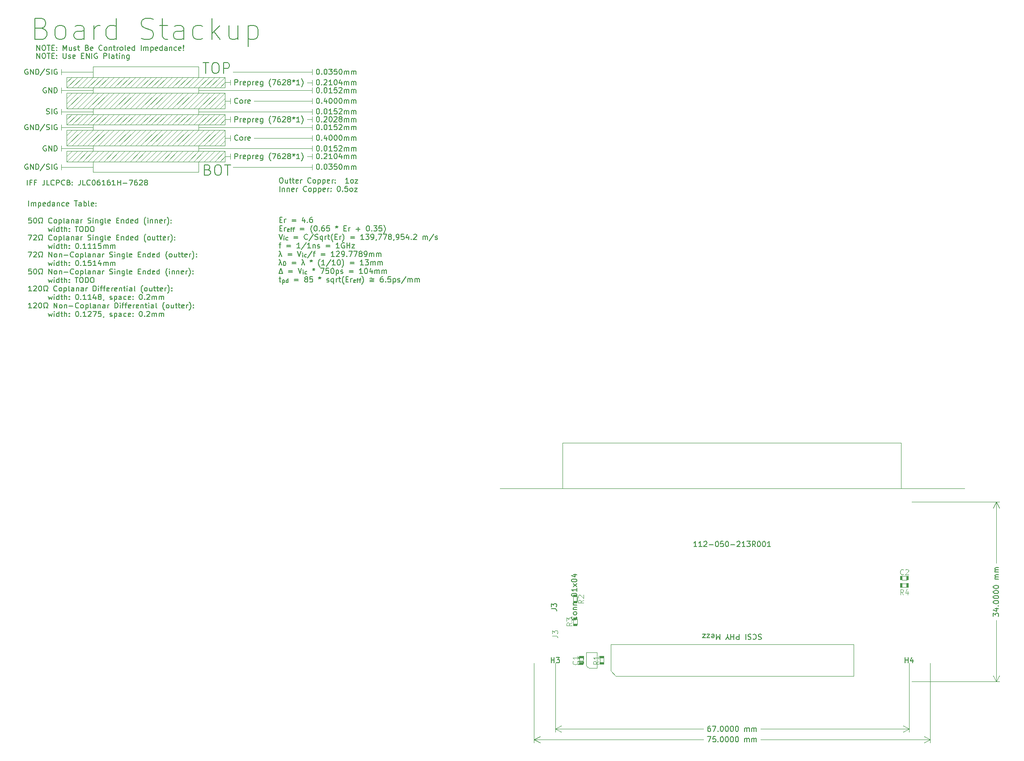
<source format=gbr>
G04 #@! TF.GenerationSoftware,KiCad,Pcbnew,8.0.6*
G04 #@! TF.CreationDate,2024-11-07T02:27:15-08:00*
G04 #@! TF.ProjectId,mse-50-ce,6d73652d-3530-42d6-9365-2e6b69636164,1*
G04 #@! TF.SameCoordinates,Original*
G04 #@! TF.FileFunction,AssemblyDrawing,Top*
%FSLAX46Y46*%
G04 Gerber Fmt 4.6, Leading zero omitted, Abs format (unit mm)*
G04 Created by KiCad (PCBNEW 8.0.6) date 2024-11-07 02:27:15*
%MOMM*%
%LPD*%
G01*
G04 APERTURE LIST*
%ADD10C,0.100000*%
%ADD11C,0.150000*%
%ADD12C,0.000000*%
%ADD13C,0.120000*%
%ADD14C,0.050000*%
G04 APERTURE END LIST*
D10*
X-161500000Y105482791D02*
X-159500000Y107482791D01*
X-163500000Y112500000D02*
X-133500000Y112500000D01*
X-155500000Y112500000D02*
X-153500000Y114500000D01*
X-153500000Y105482791D02*
X-151500000Y107482791D01*
X-135500000Y105482791D02*
X-133500000Y107482791D01*
X-160500000Y112500000D02*
X-158500000Y114500000D01*
X-117000000Y100482791D02*
X-117000000Y101482791D01*
X-140500000Y108500000D02*
X-137500000Y111500000D01*
X-133500000Y106482791D02*
X-132500000Y106482791D01*
X-162500000Y112500000D02*
X-160500000Y114500000D01*
X-143500000Y98482791D02*
X-141500000Y100482791D01*
X-138500000Y104982791D02*
X-117000000Y104982791D01*
X-136500000Y105482791D02*
X-134500000Y107482791D01*
X-152500000Y112500000D02*
X-150500000Y114500000D01*
X-162500000Y108500000D02*
X-159500000Y111500000D01*
X-133500000Y99482791D02*
X-132500000Y99482791D01*
X-141500000Y108500000D02*
X-138500000Y111500000D01*
X-150500000Y98482791D02*
X-148500000Y100482791D01*
X-158500000Y100482791D02*
X-163500000Y100482791D01*
X-146500000Y105482791D02*
X-144500000Y107482791D01*
X-158500000Y112500000D02*
X-156500000Y114500000D01*
X-133500000Y110000000D02*
X-132500000Y110000000D01*
X-156500000Y108500000D02*
X-153500000Y111500000D01*
X-141500000Y101482791D02*
X-138500000Y104482791D01*
X-138500000Y98482791D02*
X-136500000Y100482791D01*
X-117000000Y107482791D02*
X-117000000Y108482791D01*
X-163500000Y98482791D02*
X-161500000Y100482791D01*
X-146500000Y98482791D02*
X-144500000Y100482791D01*
X-151500000Y112500000D02*
X-149500000Y114500000D01*
X-148500000Y98482791D02*
X-146500000Y100482791D01*
X-158500000Y107482791D02*
X-163500000Y107482791D01*
X-146500000Y108500000D02*
X-143500000Y111500000D01*
X-138500000Y105482791D02*
X-136500000Y107482791D01*
X-159500000Y112500000D02*
X-157500000Y114500000D01*
X-160500000Y98482791D02*
X-158500000Y100482791D01*
X-134500000Y108500000D02*
X-133500000Y109500000D01*
X-159500000Y108500000D02*
X-156500000Y111500000D01*
X-154500000Y101482791D02*
X-151500000Y104482791D01*
X-117000000Y114982791D02*
X-117000000Y115982791D01*
X-137500000Y101482791D02*
X-134500000Y104482791D01*
X-138500000Y96482791D02*
X-158500000Y96482791D01*
X-138500000Y105482791D02*
X-138500000Y104482791D01*
X-163500000Y113500000D02*
X-162500000Y114500000D01*
X-146500000Y101482791D02*
X-143500000Y104482791D01*
X-163500000Y105482791D02*
X-133500000Y105482791D01*
X-138500000Y111500000D02*
X-158500000Y111500000D01*
X-141500000Y98482791D02*
X-139500000Y100482791D01*
X-133500000Y105482791D02*
X-133500000Y107482791D01*
X-163500000Y111500000D02*
X-163500000Y108500000D01*
X-148500000Y108500000D02*
X-145500000Y111500000D01*
X-138500000Y116482791D02*
X-158500000Y116482791D01*
X-163500000Y110500000D02*
X-162500000Y111500000D01*
X-134500000Y105482791D02*
X-133500000Y106482791D01*
X-150500000Y112500000D02*
X-148500000Y114500000D01*
X-153500000Y108500000D02*
X-150500000Y111500000D01*
X-161500000Y112500000D02*
X-159500000Y114500000D01*
X-158500000Y100982791D02*
X-164500000Y100982791D01*
X-149500000Y108500000D02*
X-146500000Y111500000D01*
X-154500000Y108500000D02*
X-151500000Y111500000D01*
X-158500000Y111500000D02*
X-158500000Y112500000D01*
X-164500000Y111500000D02*
X-164500000Y112500000D01*
X-133500000Y104482791D02*
X-138500000Y104482791D01*
X-156500000Y98482791D02*
X-154500000Y100482791D01*
X-153500000Y101482791D02*
X-150500000Y104482791D01*
X-158500000Y107482791D02*
X-158500000Y108482791D01*
X-134500000Y98482791D02*
X-133500000Y99482791D01*
X-163500000Y102482791D02*
X-161500000Y104482791D01*
X-132500000Y105982791D02*
X-132500000Y106982791D01*
X-164500000Y96982791D02*
X-164500000Y97982791D01*
X-157500000Y112500000D02*
X-155500000Y114500000D01*
X-133500000Y114500000D02*
X-138500000Y114500000D01*
X-163500000Y103482791D02*
X-162500000Y104482791D01*
X-138500000Y104482791D02*
X-158500000Y104482791D01*
X-158500000Y105482791D02*
X-156500000Y107482791D01*
X-154500000Y105482791D02*
X-152500000Y107482791D01*
X-140500000Y101482791D02*
X-137500000Y104482791D01*
X-143500000Y105482791D02*
X-141500000Y107482791D01*
X-152500000Y98482791D02*
X-150500000Y100482791D01*
X-117000000Y98982791D02*
X-117000000Y99982791D01*
X-153500000Y112500000D02*
X-151500000Y114500000D01*
X-153500000Y98482791D02*
X-151500000Y100482791D01*
X-158500000Y100482791D02*
X-138500000Y100482791D01*
X-117000000Y109482791D02*
X-117000000Y110482791D01*
X-133500000Y108500000D02*
X-133500000Y111500000D01*
X-145500000Y105482791D02*
X-143500000Y107482791D01*
X-140500000Y112500000D02*
X-138500000Y114500000D01*
X-147500000Y108500000D02*
X-144500000Y111500000D01*
X-137500000Y108500000D02*
X-134500000Y111500000D01*
X-156500000Y101482791D02*
X-153500000Y104482791D01*
X-151500000Y101482791D02*
X-148500000Y104482791D01*
X-128000000Y109982791D02*
X-117000000Y109982791D01*
X-155500000Y98482791D02*
X-153500000Y100482791D01*
X-158500000Y101482791D02*
X-155500000Y104482791D01*
X-140500000Y105482791D02*
X-138500000Y107482791D01*
X-156500000Y112500000D02*
X-154500000Y114500000D01*
X-137500000Y105482791D02*
X-135500000Y107482791D01*
X-151500000Y98482791D02*
X-149500000Y100482791D01*
X-148500000Y105482791D02*
X-146500000Y107482791D01*
X-158500000Y104982791D02*
X-164500000Y104982791D01*
X-135500000Y108500000D02*
X-133500000Y110500000D01*
X-138500000Y114482791D02*
X-138500000Y116482791D01*
X-144500000Y101482791D02*
X-141500000Y104482791D01*
X-158500000Y104482791D02*
X-163500000Y104482791D01*
X-136500000Y112500000D02*
X-134500000Y114500000D01*
X-138500000Y108482791D02*
X-138500000Y107482791D01*
X-145500000Y101482791D02*
X-142500000Y104482791D01*
X-162500000Y101482791D02*
X-159500000Y104482791D01*
X-156500000Y105482791D02*
X-154500000Y107482791D01*
X-141500000Y112500000D02*
X-139500000Y114500000D01*
X-138500000Y100982791D02*
X-117000000Y100982791D01*
X-117000000Y102482791D02*
X-117000000Y103482791D01*
X-133500000Y107482791D02*
X-138500000Y107482791D01*
X-158500000Y104482791D02*
X-158500000Y105482791D01*
X-149500000Y98482791D02*
X-147500000Y100482791D01*
X-149500000Y105482791D02*
X-147500000Y107482791D01*
X-158500000Y105482791D02*
X-163500000Y105482791D01*
X-164500000Y114982791D02*
X-164500000Y115982791D01*
X-142500000Y112500000D02*
X-140500000Y114500000D01*
X-143500000Y108500000D02*
X-140500000Y111500000D01*
X-132000000Y115482791D02*
X-117000000Y115482791D01*
X-142500000Y98482791D02*
X-140500000Y100482791D01*
X-139500000Y112500000D02*
X-137500000Y114500000D01*
X-137500000Y112500000D02*
X-135500000Y114500000D01*
X-163500000Y101482791D02*
X-133500000Y101482791D01*
X-148500000Y101482791D02*
X-145500000Y104482791D01*
X-158500000Y105482791D02*
X-138500000Y105482791D01*
X-148500000Y112500000D02*
X-146500000Y114500000D01*
X-157500000Y108500000D02*
X-154500000Y111500000D01*
X-151500000Y105482791D02*
X-149500000Y107482791D01*
X-150500000Y105482791D02*
X-148500000Y107482791D01*
X-117000000Y111482791D02*
X-117000000Y112482791D01*
X-138500000Y112500000D02*
X-136500000Y114500000D01*
X-133500000Y100482791D02*
X-138500000Y100482791D01*
X-118000000Y106482791D02*
X-117000000Y106482791D01*
X-146500000Y112500000D02*
X-144500000Y114500000D01*
X-117000000Y112982791D02*
X-117000000Y113982791D01*
X-143500000Y101482791D02*
X-140500000Y104482791D01*
X-163500000Y106482791D02*
X-162500000Y107482791D01*
X-161500000Y108500000D02*
X-158500000Y111500000D01*
X-136500000Y108500000D02*
X-133500000Y111500000D01*
X-144500000Y108500000D02*
X-141500000Y111500000D01*
X-145500000Y98482791D02*
X-143500000Y100482791D01*
X-139500000Y105482791D02*
X-137500000Y107482791D01*
X-154500000Y112500000D02*
X-152500000Y114500000D01*
X-138500000Y96482791D02*
X-138500000Y98482791D01*
X-141500000Y105482791D02*
X-139500000Y107482791D01*
X-159500000Y98482791D02*
X-157500000Y100482791D01*
X-163500000Y98482791D02*
X-133500000Y98482791D01*
X-142500000Y105482791D02*
X-140500000Y107482791D01*
X-158500000Y116482791D02*
X-158500000Y114482791D01*
X-132500000Y98982791D02*
X-132500000Y99982791D01*
X-158500000Y114500000D02*
X-163500000Y114500000D01*
X-133500000Y112500000D02*
X-133500000Y114500000D01*
X-160500000Y105482791D02*
X-158500000Y107482791D01*
X-118000000Y113482791D02*
X-117000000Y113482791D01*
X-163500000Y105482791D02*
X-161500000Y107482791D01*
X-150500000Y108500000D02*
X-147500000Y111500000D01*
X-136500000Y101482791D02*
X-133500000Y104482791D01*
X-128000000Y102982791D02*
X-117000000Y102982791D01*
X-138500000Y107982791D02*
X-117000000Y107982791D01*
X-117000000Y105982791D02*
X-117000000Y106982791D01*
X-133500000Y102982791D02*
X-132500000Y102982791D01*
X-161500000Y101482791D02*
X-158500000Y104482791D01*
X-117000000Y96982791D02*
X-117000000Y97982791D01*
X-158500000Y111500000D02*
X-163500000Y111500000D01*
X-149500000Y101482791D02*
X-146500000Y104482791D01*
X-151500000Y108500000D02*
X-148500000Y111500000D01*
X-138500000Y101482791D02*
X-138500000Y100482791D01*
X-163500000Y108500000D02*
X-133500000Y108500000D01*
X-150500000Y101482791D02*
X-147500000Y104482791D01*
X-154500000Y98482791D02*
X-152500000Y100482791D01*
X-152500000Y101482791D02*
X-149500000Y104482791D01*
X-158500000Y107982791D02*
X-164500000Y107982791D01*
X-134500000Y101482791D02*
X-133500000Y102482791D01*
X-164500000Y100482791D02*
X-164500000Y101482791D01*
X-118000000Y99482791D02*
X-117000000Y99482791D01*
X-157500000Y101482791D02*
X-154500000Y104482791D01*
X-164500000Y104482791D02*
X-164500000Y105482791D01*
X-138500000Y112500000D02*
X-138500000Y111500000D01*
X-145500000Y108500000D02*
X-142500000Y111500000D01*
X-160500000Y101482791D02*
X-157500000Y104482791D01*
X-163500000Y107482791D02*
X-163500000Y105482791D01*
X-161500000Y98482791D02*
X-159500000Y100482791D01*
X-158500000Y98482791D02*
X-156500000Y100482791D01*
X-158500000Y97482791D02*
X-164500000Y97482791D01*
X-147500000Y105482791D02*
X-145500000Y107482791D01*
X-152500000Y108500000D02*
X-149500000Y111500000D01*
X-132500000Y109500000D02*
X-132500000Y110500000D01*
X-142500000Y108500000D02*
X-139500000Y111500000D01*
X-133500000Y101482791D02*
X-133500000Y104482791D01*
X-149500000Y112500000D02*
X-147500000Y114500000D01*
X-133500000Y98482791D02*
X-133500000Y100482791D01*
X-162500000Y98482791D02*
X-160500000Y100482791D01*
X-158500000Y108500000D02*
X-155500000Y111500000D01*
X-144500000Y112500000D02*
X-142500000Y114500000D01*
X-147500000Y112500000D02*
X-145500000Y114500000D01*
X-158500000Y114500000D02*
X-138500000Y114500000D01*
X-155500000Y105482791D02*
X-153500000Y107482791D01*
X-163500000Y99482791D02*
X-162500000Y100482791D01*
X-158500000Y107482791D02*
X-138500000Y107482791D01*
X-164500000Y107482791D02*
X-164500000Y108482791D01*
X-159500000Y105482791D02*
X-157500000Y107482791D01*
X-147500000Y101482791D02*
X-144500000Y104482791D01*
X-162500000Y105482791D02*
X-160500000Y107482791D01*
X-144500000Y105482791D02*
X-142500000Y107482791D01*
X-133500000Y105482791D02*
X-138500000Y105482791D01*
X-158500000Y100482791D02*
X-158500000Y101482791D01*
X-135500000Y101482791D02*
X-133500000Y103482791D01*
X-132500000Y102482791D02*
X-132500000Y103482791D01*
X-157500000Y105482791D02*
X-155500000Y107482791D01*
X-135500000Y112500000D02*
X-133500000Y114500000D01*
X-157500000Y98482791D02*
X-155500000Y100482791D01*
X-155500000Y101482791D02*
X-152500000Y104482791D01*
X-155500000Y108500000D02*
X-152500000Y111500000D01*
X-139500000Y101482791D02*
X-136500000Y104482791D01*
X-133500000Y111500000D02*
X-138500000Y111500000D01*
X-158500000Y98482791D02*
X-158500000Y96482791D01*
X-159500000Y101482791D02*
X-156500000Y104482791D01*
X-135500000Y98482791D02*
X-133500000Y100482791D01*
X-152500000Y105482791D02*
X-150500000Y107482791D01*
X-132000000Y97482791D02*
X-117000000Y97482791D01*
X-139500000Y98482791D02*
X-137500000Y100482791D01*
X-142500000Y101482791D02*
X-139500000Y104482791D01*
X-163500000Y100482791D02*
X-163500000Y98482791D01*
X-163500000Y104482791D02*
X-163500000Y101482791D01*
X-138500000Y108500000D02*
X-135500000Y111500000D01*
X-136500000Y98482791D02*
X-134500000Y100482791D01*
X-158500000Y112000000D02*
X-164500000Y112000000D01*
X-163500000Y101482791D02*
X-160500000Y104482791D01*
X-163500000Y108500000D02*
X-160500000Y111500000D01*
X-158500000Y115482791D02*
X-164500000Y115482791D01*
X-117000000Y104482791D02*
X-117000000Y105482791D01*
X-147500000Y98482791D02*
X-145500000Y100482791D01*
X-163500000Y114500000D02*
X-163500000Y112500000D01*
X-137500000Y98482791D02*
X-135500000Y100482791D01*
X-134500000Y112500000D02*
X-133500000Y113500000D01*
X-133500000Y113500000D02*
X-132500000Y113500000D01*
X-144500000Y98482791D02*
X-142500000Y100482791D01*
X-140500000Y98482791D02*
X-138500000Y100482791D01*
X-143500000Y112500000D02*
X-141500000Y114500000D01*
X-145500000Y112500000D02*
X-143500000Y114500000D01*
X-163500000Y109500000D02*
X-161500000Y111500000D01*
X-160500000Y108500000D02*
X-157500000Y111500000D01*
X-132500000Y113000000D02*
X-132500000Y114000000D01*
X-163500000Y112500000D02*
X-161500000Y114500000D01*
X-138500000Y111982791D02*
X-117000000Y111982791D01*
X-138500000Y101482791D02*
X-135500000Y104482791D01*
X-139500000Y108500000D02*
X-136500000Y111500000D01*
D11*
X-167384399Y112480353D02*
X-167479637Y112527972D01*
X-167479637Y112527972D02*
X-167622494Y112527972D01*
X-167622494Y112527972D02*
X-167765351Y112480353D01*
X-167765351Y112480353D02*
X-167860589Y112385115D01*
X-167860589Y112385115D02*
X-167908208Y112289877D01*
X-167908208Y112289877D02*
X-167955827Y112099401D01*
X-167955827Y112099401D02*
X-167955827Y111956544D01*
X-167955827Y111956544D02*
X-167908208Y111766068D01*
X-167908208Y111766068D02*
X-167860589Y111670830D01*
X-167860589Y111670830D02*
X-167765351Y111575591D01*
X-167765351Y111575591D02*
X-167622494Y111527972D01*
X-167622494Y111527972D02*
X-167527256Y111527972D01*
X-167527256Y111527972D02*
X-167384399Y111575591D01*
X-167384399Y111575591D02*
X-167336780Y111623211D01*
X-167336780Y111623211D02*
X-167336780Y111956544D01*
X-167336780Y111956544D02*
X-167527256Y111956544D01*
X-166908208Y111527972D02*
X-166908208Y112527972D01*
X-166908208Y112527972D02*
X-166336780Y111527972D01*
X-166336780Y111527972D02*
X-166336780Y112527972D01*
X-165860589Y111527972D02*
X-165860589Y112527972D01*
X-165860589Y112527972D02*
X-165622494Y112527972D01*
X-165622494Y112527972D02*
X-165479637Y112480353D01*
X-165479637Y112480353D02*
X-165384399Y112385115D01*
X-165384399Y112385115D02*
X-165336780Y112289877D01*
X-165336780Y112289877D02*
X-165289161Y112099401D01*
X-165289161Y112099401D02*
X-165289161Y111956544D01*
X-165289161Y111956544D02*
X-165336780Y111766068D01*
X-165336780Y111766068D02*
X-165384399Y111670830D01*
X-165384399Y111670830D02*
X-165479637Y111575591D01*
X-165479637Y111575591D02*
X-165622494Y111527972D01*
X-165622494Y111527972D02*
X-165860589Y111527972D01*
X-115972745Y110527972D02*
X-115877507Y110527972D01*
X-115877507Y110527972D02*
X-115782269Y110480353D01*
X-115782269Y110480353D02*
X-115734650Y110432734D01*
X-115734650Y110432734D02*
X-115687031Y110337496D01*
X-115687031Y110337496D02*
X-115639412Y110147020D01*
X-115639412Y110147020D02*
X-115639412Y109908925D01*
X-115639412Y109908925D02*
X-115687031Y109718449D01*
X-115687031Y109718449D02*
X-115734650Y109623211D01*
X-115734650Y109623211D02*
X-115782269Y109575591D01*
X-115782269Y109575591D02*
X-115877507Y109527972D01*
X-115877507Y109527972D02*
X-115972745Y109527972D01*
X-115972745Y109527972D02*
X-116067983Y109575591D01*
X-116067983Y109575591D02*
X-116115602Y109623211D01*
X-116115602Y109623211D02*
X-116163221Y109718449D01*
X-116163221Y109718449D02*
X-116210840Y109908925D01*
X-116210840Y109908925D02*
X-116210840Y110147020D01*
X-116210840Y110147020D02*
X-116163221Y110337496D01*
X-116163221Y110337496D02*
X-116115602Y110432734D01*
X-116115602Y110432734D02*
X-116067983Y110480353D01*
X-116067983Y110480353D02*
X-115972745Y110527972D01*
X-115210840Y109623211D02*
X-115163221Y109575591D01*
X-115163221Y109575591D02*
X-115210840Y109527972D01*
X-115210840Y109527972D02*
X-115258459Y109575591D01*
X-115258459Y109575591D02*
X-115210840Y109623211D01*
X-115210840Y109623211D02*
X-115210840Y109527972D01*
X-114306079Y110194639D02*
X-114306079Y109527972D01*
X-114544174Y110575591D02*
X-114782269Y109861306D01*
X-114782269Y109861306D02*
X-114163222Y109861306D01*
X-113591793Y110527972D02*
X-113496555Y110527972D01*
X-113496555Y110527972D02*
X-113401317Y110480353D01*
X-113401317Y110480353D02*
X-113353698Y110432734D01*
X-113353698Y110432734D02*
X-113306079Y110337496D01*
X-113306079Y110337496D02*
X-113258460Y110147020D01*
X-113258460Y110147020D02*
X-113258460Y109908925D01*
X-113258460Y109908925D02*
X-113306079Y109718449D01*
X-113306079Y109718449D02*
X-113353698Y109623211D01*
X-113353698Y109623211D02*
X-113401317Y109575591D01*
X-113401317Y109575591D02*
X-113496555Y109527972D01*
X-113496555Y109527972D02*
X-113591793Y109527972D01*
X-113591793Y109527972D02*
X-113687031Y109575591D01*
X-113687031Y109575591D02*
X-113734650Y109623211D01*
X-113734650Y109623211D02*
X-113782269Y109718449D01*
X-113782269Y109718449D02*
X-113829888Y109908925D01*
X-113829888Y109908925D02*
X-113829888Y110147020D01*
X-113829888Y110147020D02*
X-113782269Y110337496D01*
X-113782269Y110337496D02*
X-113734650Y110432734D01*
X-113734650Y110432734D02*
X-113687031Y110480353D01*
X-113687031Y110480353D02*
X-113591793Y110527972D01*
X-112639412Y110527972D02*
X-112544174Y110527972D01*
X-112544174Y110527972D02*
X-112448936Y110480353D01*
X-112448936Y110480353D02*
X-112401317Y110432734D01*
X-112401317Y110432734D02*
X-112353698Y110337496D01*
X-112353698Y110337496D02*
X-112306079Y110147020D01*
X-112306079Y110147020D02*
X-112306079Y109908925D01*
X-112306079Y109908925D02*
X-112353698Y109718449D01*
X-112353698Y109718449D02*
X-112401317Y109623211D01*
X-112401317Y109623211D02*
X-112448936Y109575591D01*
X-112448936Y109575591D02*
X-112544174Y109527972D01*
X-112544174Y109527972D02*
X-112639412Y109527972D01*
X-112639412Y109527972D02*
X-112734650Y109575591D01*
X-112734650Y109575591D02*
X-112782269Y109623211D01*
X-112782269Y109623211D02*
X-112829888Y109718449D01*
X-112829888Y109718449D02*
X-112877507Y109908925D01*
X-112877507Y109908925D02*
X-112877507Y110147020D01*
X-112877507Y110147020D02*
X-112829888Y110337496D01*
X-112829888Y110337496D02*
X-112782269Y110432734D01*
X-112782269Y110432734D02*
X-112734650Y110480353D01*
X-112734650Y110480353D02*
X-112639412Y110527972D01*
X-111687031Y110527972D02*
X-111591793Y110527972D01*
X-111591793Y110527972D02*
X-111496555Y110480353D01*
X-111496555Y110480353D02*
X-111448936Y110432734D01*
X-111448936Y110432734D02*
X-111401317Y110337496D01*
X-111401317Y110337496D02*
X-111353698Y110147020D01*
X-111353698Y110147020D02*
X-111353698Y109908925D01*
X-111353698Y109908925D02*
X-111401317Y109718449D01*
X-111401317Y109718449D02*
X-111448936Y109623211D01*
X-111448936Y109623211D02*
X-111496555Y109575591D01*
X-111496555Y109575591D02*
X-111591793Y109527972D01*
X-111591793Y109527972D02*
X-111687031Y109527972D01*
X-111687031Y109527972D02*
X-111782269Y109575591D01*
X-111782269Y109575591D02*
X-111829888Y109623211D01*
X-111829888Y109623211D02*
X-111877507Y109718449D01*
X-111877507Y109718449D02*
X-111925126Y109908925D01*
X-111925126Y109908925D02*
X-111925126Y110147020D01*
X-111925126Y110147020D02*
X-111877507Y110337496D01*
X-111877507Y110337496D02*
X-111829888Y110432734D01*
X-111829888Y110432734D02*
X-111782269Y110480353D01*
X-111782269Y110480353D02*
X-111687031Y110527972D01*
X-110925126Y109527972D02*
X-110925126Y110194639D01*
X-110925126Y110099401D02*
X-110877507Y110147020D01*
X-110877507Y110147020D02*
X-110782269Y110194639D01*
X-110782269Y110194639D02*
X-110639412Y110194639D01*
X-110639412Y110194639D02*
X-110544174Y110147020D01*
X-110544174Y110147020D02*
X-110496555Y110051782D01*
X-110496555Y110051782D02*
X-110496555Y109527972D01*
X-110496555Y110051782D02*
X-110448936Y110147020D01*
X-110448936Y110147020D02*
X-110353698Y110194639D01*
X-110353698Y110194639D02*
X-110210841Y110194639D01*
X-110210841Y110194639D02*
X-110115602Y110147020D01*
X-110115602Y110147020D02*
X-110067983Y110051782D01*
X-110067983Y110051782D02*
X-110067983Y109527972D01*
X-109591793Y109527972D02*
X-109591793Y110194639D01*
X-109591793Y110099401D02*
X-109544174Y110147020D01*
X-109544174Y110147020D02*
X-109448936Y110194639D01*
X-109448936Y110194639D02*
X-109306079Y110194639D01*
X-109306079Y110194639D02*
X-109210841Y110147020D01*
X-109210841Y110147020D02*
X-109163222Y110051782D01*
X-109163222Y110051782D02*
X-109163222Y109527972D01*
X-109163222Y110051782D02*
X-109115603Y110147020D01*
X-109115603Y110147020D02*
X-109020365Y110194639D01*
X-109020365Y110194639D02*
X-108877508Y110194639D01*
X-108877508Y110194639D02*
X-108782269Y110147020D01*
X-108782269Y110147020D02*
X-108734650Y110051782D01*
X-108734650Y110051782D02*
X-108734650Y109527972D01*
X-123163221Y87473599D02*
X-122829888Y87473599D01*
X-122687031Y86949789D02*
X-123163221Y86949789D01*
X-123163221Y86949789D02*
X-123163221Y87949789D01*
X-123163221Y87949789D02*
X-122687031Y87949789D01*
X-122258459Y86949789D02*
X-122258459Y87616456D01*
X-122258459Y87425980D02*
X-122210840Y87521218D01*
X-122210840Y87521218D02*
X-122163221Y87568837D01*
X-122163221Y87568837D02*
X-122067983Y87616456D01*
X-122067983Y87616456D02*
X-121972745Y87616456D01*
X-120877506Y87473599D02*
X-120115601Y87473599D01*
X-120115601Y87187885D02*
X-120877506Y87187885D01*
X-118448935Y87616456D02*
X-118448935Y86949789D01*
X-118687030Y87997408D02*
X-118925125Y87283123D01*
X-118925125Y87283123D02*
X-118306078Y87283123D01*
X-117925125Y87045028D02*
X-117877506Y86997408D01*
X-117877506Y86997408D02*
X-117925125Y86949789D01*
X-117925125Y86949789D02*
X-117972744Y86997408D01*
X-117972744Y86997408D02*
X-117925125Y87045028D01*
X-117925125Y87045028D02*
X-117925125Y86949789D01*
X-117020364Y87949789D02*
X-117210840Y87949789D01*
X-117210840Y87949789D02*
X-117306078Y87902170D01*
X-117306078Y87902170D02*
X-117353697Y87854551D01*
X-117353697Y87854551D02*
X-117448935Y87711694D01*
X-117448935Y87711694D02*
X-117496554Y87521218D01*
X-117496554Y87521218D02*
X-117496554Y87140266D01*
X-117496554Y87140266D02*
X-117448935Y87045028D01*
X-117448935Y87045028D02*
X-117401316Y86997408D01*
X-117401316Y86997408D02*
X-117306078Y86949789D01*
X-117306078Y86949789D02*
X-117115602Y86949789D01*
X-117115602Y86949789D02*
X-117020364Y86997408D01*
X-117020364Y86997408D02*
X-116972745Y87045028D01*
X-116972745Y87045028D02*
X-116925126Y87140266D01*
X-116925126Y87140266D02*
X-116925126Y87378361D01*
X-116925126Y87378361D02*
X-116972745Y87473599D01*
X-116972745Y87473599D02*
X-117020364Y87521218D01*
X-117020364Y87521218D02*
X-117115602Y87568837D01*
X-117115602Y87568837D02*
X-117306078Y87568837D01*
X-117306078Y87568837D02*
X-117401316Y87521218D01*
X-117401316Y87521218D02*
X-117448935Y87473599D01*
X-117448935Y87473599D02*
X-117496554Y87378361D01*
X-123163221Y85863655D02*
X-122829888Y85863655D01*
X-122687031Y85339845D02*
X-123163221Y85339845D01*
X-123163221Y85339845D02*
X-123163221Y86339845D01*
X-123163221Y86339845D02*
X-122687031Y86339845D01*
X-122258459Y85339845D02*
X-122258459Y86006512D01*
X-122258459Y85816036D02*
X-122210840Y85911274D01*
X-122210840Y85911274D02*
X-122163221Y85958893D01*
X-122163221Y85958893D02*
X-122067983Y86006512D01*
X-122067983Y86006512D02*
X-121972745Y86006512D01*
X-121382268Y85267464D02*
X-121458459Y85229369D01*
X-121458459Y85229369D02*
X-121610840Y85229369D01*
X-121610840Y85229369D02*
X-121687030Y85267464D01*
X-121687030Y85267464D02*
X-121725126Y85343655D01*
X-121725126Y85343655D02*
X-121725126Y85648417D01*
X-121725126Y85648417D02*
X-121687030Y85724607D01*
X-121687030Y85724607D02*
X-121610840Y85762703D01*
X-121610840Y85762703D02*
X-121458459Y85762703D01*
X-121458459Y85762703D02*
X-121382268Y85724607D01*
X-121382268Y85724607D02*
X-121344173Y85648417D01*
X-121344173Y85648417D02*
X-121344173Y85572226D01*
X-121344173Y85572226D02*
X-121725126Y85496036D01*
X-121115602Y85762703D02*
X-120810840Y85762703D01*
X-121001316Y85229369D02*
X-121001316Y85915084D01*
X-121001316Y85915084D02*
X-120963221Y85991274D01*
X-120963221Y85991274D02*
X-120887031Y86029369D01*
X-120887031Y86029369D02*
X-120810840Y86029369D01*
X-120658459Y85762703D02*
X-120353697Y85762703D01*
X-120544173Y85229369D02*
X-120544173Y85915084D01*
X-120544173Y85915084D02*
X-120506078Y85991274D01*
X-120506078Y85991274D02*
X-120429888Y86029369D01*
X-120429888Y86029369D02*
X-120353697Y86029369D01*
X-119277506Y85863655D02*
X-118515601Y85863655D01*
X-118515601Y85577941D02*
X-119277506Y85577941D01*
X-116991792Y84958893D02*
X-117039411Y85006512D01*
X-117039411Y85006512D02*
X-117134649Y85149369D01*
X-117134649Y85149369D02*
X-117182268Y85244607D01*
X-117182268Y85244607D02*
X-117229887Y85387464D01*
X-117229887Y85387464D02*
X-117277506Y85625560D01*
X-117277506Y85625560D02*
X-117277506Y85816036D01*
X-117277506Y85816036D02*
X-117229887Y86054131D01*
X-117229887Y86054131D02*
X-117182268Y86196988D01*
X-117182268Y86196988D02*
X-117134649Y86292226D01*
X-117134649Y86292226D02*
X-117039411Y86435084D01*
X-117039411Y86435084D02*
X-116991792Y86482703D01*
X-116420363Y86339845D02*
X-116325125Y86339845D01*
X-116325125Y86339845D02*
X-116229887Y86292226D01*
X-116229887Y86292226D02*
X-116182268Y86244607D01*
X-116182268Y86244607D02*
X-116134649Y86149369D01*
X-116134649Y86149369D02*
X-116087030Y85958893D01*
X-116087030Y85958893D02*
X-116087030Y85720798D01*
X-116087030Y85720798D02*
X-116134649Y85530322D01*
X-116134649Y85530322D02*
X-116182268Y85435084D01*
X-116182268Y85435084D02*
X-116229887Y85387464D01*
X-116229887Y85387464D02*
X-116325125Y85339845D01*
X-116325125Y85339845D02*
X-116420363Y85339845D01*
X-116420363Y85339845D02*
X-116515601Y85387464D01*
X-116515601Y85387464D02*
X-116563220Y85435084D01*
X-116563220Y85435084D02*
X-116610839Y85530322D01*
X-116610839Y85530322D02*
X-116658458Y85720798D01*
X-116658458Y85720798D02*
X-116658458Y85958893D01*
X-116658458Y85958893D02*
X-116610839Y86149369D01*
X-116610839Y86149369D02*
X-116563220Y86244607D01*
X-116563220Y86244607D02*
X-116515601Y86292226D01*
X-116515601Y86292226D02*
X-116420363Y86339845D01*
X-115658458Y85435084D02*
X-115610839Y85387464D01*
X-115610839Y85387464D02*
X-115658458Y85339845D01*
X-115658458Y85339845D02*
X-115706077Y85387464D01*
X-115706077Y85387464D02*
X-115658458Y85435084D01*
X-115658458Y85435084D02*
X-115658458Y85339845D01*
X-114753697Y86339845D02*
X-114944173Y86339845D01*
X-114944173Y86339845D02*
X-115039411Y86292226D01*
X-115039411Y86292226D02*
X-115087030Y86244607D01*
X-115087030Y86244607D02*
X-115182268Y86101750D01*
X-115182268Y86101750D02*
X-115229887Y85911274D01*
X-115229887Y85911274D02*
X-115229887Y85530322D01*
X-115229887Y85530322D02*
X-115182268Y85435084D01*
X-115182268Y85435084D02*
X-115134649Y85387464D01*
X-115134649Y85387464D02*
X-115039411Y85339845D01*
X-115039411Y85339845D02*
X-114848935Y85339845D01*
X-114848935Y85339845D02*
X-114753697Y85387464D01*
X-114753697Y85387464D02*
X-114706078Y85435084D01*
X-114706078Y85435084D02*
X-114658459Y85530322D01*
X-114658459Y85530322D02*
X-114658459Y85768417D01*
X-114658459Y85768417D02*
X-114706078Y85863655D01*
X-114706078Y85863655D02*
X-114753697Y85911274D01*
X-114753697Y85911274D02*
X-114848935Y85958893D01*
X-114848935Y85958893D02*
X-115039411Y85958893D01*
X-115039411Y85958893D02*
X-115134649Y85911274D01*
X-115134649Y85911274D02*
X-115182268Y85863655D01*
X-115182268Y85863655D02*
X-115229887Y85768417D01*
X-113753697Y86339845D02*
X-114229887Y86339845D01*
X-114229887Y86339845D02*
X-114277506Y85863655D01*
X-114277506Y85863655D02*
X-114229887Y85911274D01*
X-114229887Y85911274D02*
X-114134649Y85958893D01*
X-114134649Y85958893D02*
X-113896554Y85958893D01*
X-113896554Y85958893D02*
X-113801316Y85911274D01*
X-113801316Y85911274D02*
X-113753697Y85863655D01*
X-113753697Y85863655D02*
X-113706078Y85768417D01*
X-113706078Y85768417D02*
X-113706078Y85530322D01*
X-113706078Y85530322D02*
X-113753697Y85435084D01*
X-113753697Y85435084D02*
X-113801316Y85387464D01*
X-113801316Y85387464D02*
X-113896554Y85339845D01*
X-113896554Y85339845D02*
X-114134649Y85339845D01*
X-114134649Y85339845D02*
X-114229887Y85387464D01*
X-114229887Y85387464D02*
X-114277506Y85435084D01*
X-112372744Y86339845D02*
X-112372744Y86101750D01*
X-112610839Y86196988D02*
X-112372744Y86101750D01*
X-112372744Y86101750D02*
X-112134649Y86196988D01*
X-112515601Y85911274D02*
X-112372744Y86101750D01*
X-112372744Y86101750D02*
X-112229887Y85911274D01*
X-110991791Y85863655D02*
X-110658458Y85863655D01*
X-110515601Y85339845D02*
X-110991791Y85339845D01*
X-110991791Y85339845D02*
X-110991791Y86339845D01*
X-110991791Y86339845D02*
X-110515601Y86339845D01*
X-110087029Y85339845D02*
X-110087029Y86006512D01*
X-110087029Y85816036D02*
X-110039410Y85911274D01*
X-110039410Y85911274D02*
X-109991791Y85958893D01*
X-109991791Y85958893D02*
X-109896553Y86006512D01*
X-109896553Y86006512D02*
X-109801315Y86006512D01*
X-108706076Y85720798D02*
X-107944171Y85720798D01*
X-108325124Y85339845D02*
X-108325124Y86101750D01*
X-106515600Y86339845D02*
X-106420362Y86339845D01*
X-106420362Y86339845D02*
X-106325124Y86292226D01*
X-106325124Y86292226D02*
X-106277505Y86244607D01*
X-106277505Y86244607D02*
X-106229886Y86149369D01*
X-106229886Y86149369D02*
X-106182267Y85958893D01*
X-106182267Y85958893D02*
X-106182267Y85720798D01*
X-106182267Y85720798D02*
X-106229886Y85530322D01*
X-106229886Y85530322D02*
X-106277505Y85435084D01*
X-106277505Y85435084D02*
X-106325124Y85387464D01*
X-106325124Y85387464D02*
X-106420362Y85339845D01*
X-106420362Y85339845D02*
X-106515600Y85339845D01*
X-106515600Y85339845D02*
X-106610838Y85387464D01*
X-106610838Y85387464D02*
X-106658457Y85435084D01*
X-106658457Y85435084D02*
X-106706076Y85530322D01*
X-106706076Y85530322D02*
X-106753695Y85720798D01*
X-106753695Y85720798D02*
X-106753695Y85958893D01*
X-106753695Y85958893D02*
X-106706076Y86149369D01*
X-106706076Y86149369D02*
X-106658457Y86244607D01*
X-106658457Y86244607D02*
X-106610838Y86292226D01*
X-106610838Y86292226D02*
X-106515600Y86339845D01*
X-105753695Y85435084D02*
X-105706076Y85387464D01*
X-105706076Y85387464D02*
X-105753695Y85339845D01*
X-105753695Y85339845D02*
X-105801314Y85387464D01*
X-105801314Y85387464D02*
X-105753695Y85435084D01*
X-105753695Y85435084D02*
X-105753695Y85339845D01*
X-105372743Y86339845D02*
X-104753696Y86339845D01*
X-104753696Y86339845D02*
X-105087029Y85958893D01*
X-105087029Y85958893D02*
X-104944172Y85958893D01*
X-104944172Y85958893D02*
X-104848934Y85911274D01*
X-104848934Y85911274D02*
X-104801315Y85863655D01*
X-104801315Y85863655D02*
X-104753696Y85768417D01*
X-104753696Y85768417D02*
X-104753696Y85530322D01*
X-104753696Y85530322D02*
X-104801315Y85435084D01*
X-104801315Y85435084D02*
X-104848934Y85387464D01*
X-104848934Y85387464D02*
X-104944172Y85339845D01*
X-104944172Y85339845D02*
X-105229886Y85339845D01*
X-105229886Y85339845D02*
X-105325124Y85387464D01*
X-105325124Y85387464D02*
X-105372743Y85435084D01*
X-103848934Y86339845D02*
X-104325124Y86339845D01*
X-104325124Y86339845D02*
X-104372743Y85863655D01*
X-104372743Y85863655D02*
X-104325124Y85911274D01*
X-104325124Y85911274D02*
X-104229886Y85958893D01*
X-104229886Y85958893D02*
X-103991791Y85958893D01*
X-103991791Y85958893D02*
X-103896553Y85911274D01*
X-103896553Y85911274D02*
X-103848934Y85863655D01*
X-103848934Y85863655D02*
X-103801315Y85768417D01*
X-103801315Y85768417D02*
X-103801315Y85530322D01*
X-103801315Y85530322D02*
X-103848934Y85435084D01*
X-103848934Y85435084D02*
X-103896553Y85387464D01*
X-103896553Y85387464D02*
X-103991791Y85339845D01*
X-103991791Y85339845D02*
X-104229886Y85339845D01*
X-104229886Y85339845D02*
X-104325124Y85387464D01*
X-104325124Y85387464D02*
X-104372743Y85435084D01*
X-103467981Y84958893D02*
X-103420362Y85006512D01*
X-103420362Y85006512D02*
X-103325124Y85149369D01*
X-103325124Y85149369D02*
X-103277505Y85244607D01*
X-103277505Y85244607D02*
X-103229886Y85387464D01*
X-103229886Y85387464D02*
X-103182267Y85625560D01*
X-103182267Y85625560D02*
X-103182267Y85816036D01*
X-103182267Y85816036D02*
X-103229886Y86054131D01*
X-103229886Y86054131D02*
X-103277505Y86196988D01*
X-103277505Y86196988D02*
X-103325124Y86292226D01*
X-103325124Y86292226D02*
X-103420362Y86435084D01*
X-103420362Y86435084D02*
X-103467981Y86482703D01*
X-123306078Y84729901D02*
X-122972745Y83729901D01*
X-122972745Y83729901D02*
X-122639412Y84729901D01*
X-122353697Y83619425D02*
X-122353697Y84152759D01*
X-122353697Y84419425D02*
X-122391793Y84381330D01*
X-122391793Y84381330D02*
X-122353697Y84343235D01*
X-122353697Y84343235D02*
X-122315602Y84381330D01*
X-122315602Y84381330D02*
X-122353697Y84419425D01*
X-122353697Y84419425D02*
X-122353697Y84343235D01*
X-121629888Y83657520D02*
X-121706079Y83619425D01*
X-121706079Y83619425D02*
X-121858460Y83619425D01*
X-121858460Y83619425D02*
X-121934650Y83657520D01*
X-121934650Y83657520D02*
X-121972745Y83695616D01*
X-121972745Y83695616D02*
X-122010841Y83771806D01*
X-122010841Y83771806D02*
X-122010841Y84000378D01*
X-122010841Y84000378D02*
X-121972745Y84076568D01*
X-121972745Y84076568D02*
X-121934650Y84114663D01*
X-121934650Y84114663D02*
X-121858460Y84152759D01*
X-121858460Y84152759D02*
X-121706079Y84152759D01*
X-121706079Y84152759D02*
X-121629888Y84114663D01*
X-120477507Y84253711D02*
X-119715602Y84253711D01*
X-119715602Y83967997D02*
X-120477507Y83967997D01*
X-117906079Y83825140D02*
X-117953698Y83777520D01*
X-117953698Y83777520D02*
X-118096555Y83729901D01*
X-118096555Y83729901D02*
X-118191793Y83729901D01*
X-118191793Y83729901D02*
X-118334650Y83777520D01*
X-118334650Y83777520D02*
X-118429888Y83872759D01*
X-118429888Y83872759D02*
X-118477507Y83967997D01*
X-118477507Y83967997D02*
X-118525126Y84158473D01*
X-118525126Y84158473D02*
X-118525126Y84301330D01*
X-118525126Y84301330D02*
X-118477507Y84491806D01*
X-118477507Y84491806D02*
X-118429888Y84587044D01*
X-118429888Y84587044D02*
X-118334650Y84682282D01*
X-118334650Y84682282D02*
X-118191793Y84729901D01*
X-118191793Y84729901D02*
X-118096555Y84729901D01*
X-118096555Y84729901D02*
X-117953698Y84682282D01*
X-117953698Y84682282D02*
X-117906079Y84634663D01*
X-116763222Y84777520D02*
X-117620364Y83491806D01*
X-116477507Y83777520D02*
X-116334650Y83729901D01*
X-116334650Y83729901D02*
X-116096555Y83729901D01*
X-116096555Y83729901D02*
X-116001317Y83777520D01*
X-116001317Y83777520D02*
X-115953698Y83825140D01*
X-115953698Y83825140D02*
X-115906079Y83920378D01*
X-115906079Y83920378D02*
X-115906079Y84015616D01*
X-115906079Y84015616D02*
X-115953698Y84110854D01*
X-115953698Y84110854D02*
X-116001317Y84158473D01*
X-116001317Y84158473D02*
X-116096555Y84206092D01*
X-116096555Y84206092D02*
X-116287031Y84253711D01*
X-116287031Y84253711D02*
X-116382269Y84301330D01*
X-116382269Y84301330D02*
X-116429888Y84348949D01*
X-116429888Y84348949D02*
X-116477507Y84444187D01*
X-116477507Y84444187D02*
X-116477507Y84539425D01*
X-116477507Y84539425D02*
X-116429888Y84634663D01*
X-116429888Y84634663D02*
X-116382269Y84682282D01*
X-116382269Y84682282D02*
X-116287031Y84729901D01*
X-116287031Y84729901D02*
X-116048936Y84729901D01*
X-116048936Y84729901D02*
X-115906079Y84682282D01*
X-115048936Y84396568D02*
X-115048936Y83396568D01*
X-115048936Y83777520D02*
X-115144174Y83729901D01*
X-115144174Y83729901D02*
X-115334650Y83729901D01*
X-115334650Y83729901D02*
X-115429888Y83777520D01*
X-115429888Y83777520D02*
X-115477507Y83825140D01*
X-115477507Y83825140D02*
X-115525126Y83920378D01*
X-115525126Y83920378D02*
X-115525126Y84206092D01*
X-115525126Y84206092D02*
X-115477507Y84301330D01*
X-115477507Y84301330D02*
X-115429888Y84348949D01*
X-115429888Y84348949D02*
X-115334650Y84396568D01*
X-115334650Y84396568D02*
X-115144174Y84396568D01*
X-115144174Y84396568D02*
X-115048936Y84348949D01*
X-114572745Y83729901D02*
X-114572745Y84396568D01*
X-114572745Y84206092D02*
X-114525126Y84301330D01*
X-114525126Y84301330D02*
X-114477507Y84348949D01*
X-114477507Y84348949D02*
X-114382269Y84396568D01*
X-114382269Y84396568D02*
X-114287031Y84396568D01*
X-114096554Y84396568D02*
X-113715602Y84396568D01*
X-113953697Y84729901D02*
X-113953697Y83872759D01*
X-113953697Y83872759D02*
X-113906078Y83777520D01*
X-113906078Y83777520D02*
X-113810840Y83729901D01*
X-113810840Y83729901D02*
X-113715602Y83729901D01*
X-113096554Y83348949D02*
X-113144173Y83396568D01*
X-113144173Y83396568D02*
X-113239411Y83539425D01*
X-113239411Y83539425D02*
X-113287030Y83634663D01*
X-113287030Y83634663D02*
X-113334649Y83777520D01*
X-113334649Y83777520D02*
X-113382268Y84015616D01*
X-113382268Y84015616D02*
X-113382268Y84206092D01*
X-113382268Y84206092D02*
X-113334649Y84444187D01*
X-113334649Y84444187D02*
X-113287030Y84587044D01*
X-113287030Y84587044D02*
X-113239411Y84682282D01*
X-113239411Y84682282D02*
X-113144173Y84825140D01*
X-113144173Y84825140D02*
X-113096554Y84872759D01*
X-112715601Y84253711D02*
X-112382268Y84253711D01*
X-112239411Y83729901D02*
X-112715601Y83729901D01*
X-112715601Y83729901D02*
X-112715601Y84729901D01*
X-112715601Y84729901D02*
X-112239411Y84729901D01*
X-111810839Y83729901D02*
X-111810839Y84396568D01*
X-111810839Y84206092D02*
X-111763220Y84301330D01*
X-111763220Y84301330D02*
X-111715601Y84348949D01*
X-111715601Y84348949D02*
X-111620363Y84396568D01*
X-111620363Y84396568D02*
X-111525125Y84396568D01*
X-111287029Y83348949D02*
X-111239410Y83396568D01*
X-111239410Y83396568D02*
X-111144172Y83539425D01*
X-111144172Y83539425D02*
X-111096553Y83634663D01*
X-111096553Y83634663D02*
X-111048934Y83777520D01*
X-111048934Y83777520D02*
X-111001315Y84015616D01*
X-111001315Y84015616D02*
X-111001315Y84206092D01*
X-111001315Y84206092D02*
X-111048934Y84444187D01*
X-111048934Y84444187D02*
X-111096553Y84587044D01*
X-111096553Y84587044D02*
X-111144172Y84682282D01*
X-111144172Y84682282D02*
X-111239410Y84825140D01*
X-111239410Y84825140D02*
X-111287029Y84872759D01*
X-109763219Y84253711D02*
X-109001314Y84253711D01*
X-109001314Y83967997D02*
X-109763219Y83967997D01*
X-107239410Y83729901D02*
X-107810838Y83729901D01*
X-107525124Y83729901D02*
X-107525124Y84729901D01*
X-107525124Y84729901D02*
X-107620362Y84587044D01*
X-107620362Y84587044D02*
X-107715600Y84491806D01*
X-107715600Y84491806D02*
X-107810838Y84444187D01*
X-106906076Y84729901D02*
X-106287029Y84729901D01*
X-106287029Y84729901D02*
X-106620362Y84348949D01*
X-106620362Y84348949D02*
X-106477505Y84348949D01*
X-106477505Y84348949D02*
X-106382267Y84301330D01*
X-106382267Y84301330D02*
X-106334648Y84253711D01*
X-106334648Y84253711D02*
X-106287029Y84158473D01*
X-106287029Y84158473D02*
X-106287029Y83920378D01*
X-106287029Y83920378D02*
X-106334648Y83825140D01*
X-106334648Y83825140D02*
X-106382267Y83777520D01*
X-106382267Y83777520D02*
X-106477505Y83729901D01*
X-106477505Y83729901D02*
X-106763219Y83729901D01*
X-106763219Y83729901D02*
X-106858457Y83777520D01*
X-106858457Y83777520D02*
X-106906076Y83825140D01*
X-105810838Y83729901D02*
X-105620362Y83729901D01*
X-105620362Y83729901D02*
X-105525124Y83777520D01*
X-105525124Y83777520D02*
X-105477505Y83825140D01*
X-105477505Y83825140D02*
X-105382267Y83967997D01*
X-105382267Y83967997D02*
X-105334648Y84158473D01*
X-105334648Y84158473D02*
X-105334648Y84539425D01*
X-105334648Y84539425D02*
X-105382267Y84634663D01*
X-105382267Y84634663D02*
X-105429886Y84682282D01*
X-105429886Y84682282D02*
X-105525124Y84729901D01*
X-105525124Y84729901D02*
X-105715600Y84729901D01*
X-105715600Y84729901D02*
X-105810838Y84682282D01*
X-105810838Y84682282D02*
X-105858457Y84634663D01*
X-105858457Y84634663D02*
X-105906076Y84539425D01*
X-105906076Y84539425D02*
X-105906076Y84301330D01*
X-105906076Y84301330D02*
X-105858457Y84206092D01*
X-105858457Y84206092D02*
X-105810838Y84158473D01*
X-105810838Y84158473D02*
X-105715600Y84110854D01*
X-105715600Y84110854D02*
X-105525124Y84110854D01*
X-105525124Y84110854D02*
X-105429886Y84158473D01*
X-105429886Y84158473D02*
X-105382267Y84206092D01*
X-105382267Y84206092D02*
X-105334648Y84301330D01*
X-104858457Y83777520D02*
X-104858457Y83729901D01*
X-104858457Y83729901D02*
X-104906076Y83634663D01*
X-104906076Y83634663D02*
X-104953695Y83587044D01*
X-104525124Y84729901D02*
X-103858458Y84729901D01*
X-103858458Y84729901D02*
X-104287029Y83729901D01*
X-103572743Y84729901D02*
X-102906077Y84729901D01*
X-102906077Y84729901D02*
X-103334648Y83729901D01*
X-102382267Y84301330D02*
X-102477505Y84348949D01*
X-102477505Y84348949D02*
X-102525124Y84396568D01*
X-102525124Y84396568D02*
X-102572743Y84491806D01*
X-102572743Y84491806D02*
X-102572743Y84539425D01*
X-102572743Y84539425D02*
X-102525124Y84634663D01*
X-102525124Y84634663D02*
X-102477505Y84682282D01*
X-102477505Y84682282D02*
X-102382267Y84729901D01*
X-102382267Y84729901D02*
X-102191791Y84729901D01*
X-102191791Y84729901D02*
X-102096553Y84682282D01*
X-102096553Y84682282D02*
X-102048934Y84634663D01*
X-102048934Y84634663D02*
X-102001315Y84539425D01*
X-102001315Y84539425D02*
X-102001315Y84491806D01*
X-102001315Y84491806D02*
X-102048934Y84396568D01*
X-102048934Y84396568D02*
X-102096553Y84348949D01*
X-102096553Y84348949D02*
X-102191791Y84301330D01*
X-102191791Y84301330D02*
X-102382267Y84301330D01*
X-102382267Y84301330D02*
X-102477505Y84253711D01*
X-102477505Y84253711D02*
X-102525124Y84206092D01*
X-102525124Y84206092D02*
X-102572743Y84110854D01*
X-102572743Y84110854D02*
X-102572743Y83920378D01*
X-102572743Y83920378D02*
X-102525124Y83825140D01*
X-102525124Y83825140D02*
X-102477505Y83777520D01*
X-102477505Y83777520D02*
X-102382267Y83729901D01*
X-102382267Y83729901D02*
X-102191791Y83729901D01*
X-102191791Y83729901D02*
X-102096553Y83777520D01*
X-102096553Y83777520D02*
X-102048934Y83825140D01*
X-102048934Y83825140D02*
X-102001315Y83920378D01*
X-102001315Y83920378D02*
X-102001315Y84110854D01*
X-102001315Y84110854D02*
X-102048934Y84206092D01*
X-102048934Y84206092D02*
X-102096553Y84253711D01*
X-102096553Y84253711D02*
X-102191791Y84301330D01*
X-101525124Y83777520D02*
X-101525124Y83729901D01*
X-101525124Y83729901D02*
X-101572743Y83634663D01*
X-101572743Y83634663D02*
X-101620362Y83587044D01*
X-101048934Y83729901D02*
X-100858458Y83729901D01*
X-100858458Y83729901D02*
X-100763220Y83777520D01*
X-100763220Y83777520D02*
X-100715601Y83825140D01*
X-100715601Y83825140D02*
X-100620363Y83967997D01*
X-100620363Y83967997D02*
X-100572744Y84158473D01*
X-100572744Y84158473D02*
X-100572744Y84539425D01*
X-100572744Y84539425D02*
X-100620363Y84634663D01*
X-100620363Y84634663D02*
X-100667982Y84682282D01*
X-100667982Y84682282D02*
X-100763220Y84729901D01*
X-100763220Y84729901D02*
X-100953696Y84729901D01*
X-100953696Y84729901D02*
X-101048934Y84682282D01*
X-101048934Y84682282D02*
X-101096553Y84634663D01*
X-101096553Y84634663D02*
X-101144172Y84539425D01*
X-101144172Y84539425D02*
X-101144172Y84301330D01*
X-101144172Y84301330D02*
X-101096553Y84206092D01*
X-101096553Y84206092D02*
X-101048934Y84158473D01*
X-101048934Y84158473D02*
X-100953696Y84110854D01*
X-100953696Y84110854D02*
X-100763220Y84110854D01*
X-100763220Y84110854D02*
X-100667982Y84158473D01*
X-100667982Y84158473D02*
X-100620363Y84206092D01*
X-100620363Y84206092D02*
X-100572744Y84301330D01*
X-99667982Y84729901D02*
X-100144172Y84729901D01*
X-100144172Y84729901D02*
X-100191791Y84253711D01*
X-100191791Y84253711D02*
X-100144172Y84301330D01*
X-100144172Y84301330D02*
X-100048934Y84348949D01*
X-100048934Y84348949D02*
X-99810839Y84348949D01*
X-99810839Y84348949D02*
X-99715601Y84301330D01*
X-99715601Y84301330D02*
X-99667982Y84253711D01*
X-99667982Y84253711D02*
X-99620363Y84158473D01*
X-99620363Y84158473D02*
X-99620363Y83920378D01*
X-99620363Y83920378D02*
X-99667982Y83825140D01*
X-99667982Y83825140D02*
X-99715601Y83777520D01*
X-99715601Y83777520D02*
X-99810839Y83729901D01*
X-99810839Y83729901D02*
X-100048934Y83729901D01*
X-100048934Y83729901D02*
X-100144172Y83777520D01*
X-100144172Y83777520D02*
X-100191791Y83825140D01*
X-98763220Y84396568D02*
X-98763220Y83729901D01*
X-99001315Y84777520D02*
X-99239410Y84063235D01*
X-99239410Y84063235D02*
X-98620363Y84063235D01*
X-98239410Y83825140D02*
X-98191791Y83777520D01*
X-98191791Y83777520D02*
X-98239410Y83729901D01*
X-98239410Y83729901D02*
X-98287029Y83777520D01*
X-98287029Y83777520D02*
X-98239410Y83825140D01*
X-98239410Y83825140D02*
X-98239410Y83729901D01*
X-97810839Y84634663D02*
X-97763220Y84682282D01*
X-97763220Y84682282D02*
X-97667982Y84729901D01*
X-97667982Y84729901D02*
X-97429887Y84729901D01*
X-97429887Y84729901D02*
X-97334649Y84682282D01*
X-97334649Y84682282D02*
X-97287030Y84634663D01*
X-97287030Y84634663D02*
X-97239411Y84539425D01*
X-97239411Y84539425D02*
X-97239411Y84444187D01*
X-97239411Y84444187D02*
X-97287030Y84301330D01*
X-97287030Y84301330D02*
X-97858458Y83729901D01*
X-97858458Y83729901D02*
X-97239411Y83729901D01*
X-96048934Y83729901D02*
X-96048934Y84396568D01*
X-96048934Y84301330D02*
X-96001315Y84348949D01*
X-96001315Y84348949D02*
X-95906077Y84396568D01*
X-95906077Y84396568D02*
X-95763220Y84396568D01*
X-95763220Y84396568D02*
X-95667982Y84348949D01*
X-95667982Y84348949D02*
X-95620363Y84253711D01*
X-95620363Y84253711D02*
X-95620363Y83729901D01*
X-95620363Y84253711D02*
X-95572744Y84348949D01*
X-95572744Y84348949D02*
X-95477506Y84396568D01*
X-95477506Y84396568D02*
X-95334649Y84396568D01*
X-95334649Y84396568D02*
X-95239410Y84348949D01*
X-95239410Y84348949D02*
X-95191791Y84253711D01*
X-95191791Y84253711D02*
X-95191791Y83729901D01*
X-94001316Y84777520D02*
X-94858458Y83491806D01*
X-93715601Y83777520D02*
X-93620363Y83729901D01*
X-93620363Y83729901D02*
X-93429887Y83729901D01*
X-93429887Y83729901D02*
X-93334649Y83777520D01*
X-93334649Y83777520D02*
X-93287030Y83872759D01*
X-93287030Y83872759D02*
X-93287030Y83920378D01*
X-93287030Y83920378D02*
X-93334649Y84015616D01*
X-93334649Y84015616D02*
X-93429887Y84063235D01*
X-93429887Y84063235D02*
X-93572744Y84063235D01*
X-93572744Y84063235D02*
X-93667982Y84110854D01*
X-93667982Y84110854D02*
X-93715601Y84206092D01*
X-93715601Y84206092D02*
X-93715601Y84253711D01*
X-93715601Y84253711D02*
X-93667982Y84348949D01*
X-93667982Y84348949D02*
X-93572744Y84396568D01*
X-93572744Y84396568D02*
X-93429887Y84396568D01*
X-93429887Y84396568D02*
X-93334649Y84348949D01*
X-123306078Y82786624D02*
X-122925126Y82786624D01*
X-123163221Y82119957D02*
X-123163221Y82977100D01*
X-123163221Y82977100D02*
X-123115602Y83072338D01*
X-123115602Y83072338D02*
X-123020364Y83119957D01*
X-123020364Y83119957D02*
X-122925126Y83119957D01*
X-121829887Y82643767D02*
X-121067982Y82643767D01*
X-121067982Y82358053D02*
X-121829887Y82358053D01*
X-119306078Y82119957D02*
X-119877506Y82119957D01*
X-119591792Y82119957D02*
X-119591792Y83119957D01*
X-119591792Y83119957D02*
X-119687030Y82977100D01*
X-119687030Y82977100D02*
X-119782268Y82881862D01*
X-119782268Y82881862D02*
X-119877506Y82834243D01*
X-118163221Y83167576D02*
X-119020363Y81881862D01*
X-117306078Y82119957D02*
X-117877506Y82119957D01*
X-117591792Y82119957D02*
X-117591792Y83119957D01*
X-117591792Y83119957D02*
X-117687030Y82977100D01*
X-117687030Y82977100D02*
X-117782268Y82881862D01*
X-117782268Y82881862D02*
X-117877506Y82834243D01*
X-116877506Y82786624D02*
X-116877506Y82119957D01*
X-116877506Y82691386D02*
X-116829887Y82739005D01*
X-116829887Y82739005D02*
X-116734649Y82786624D01*
X-116734649Y82786624D02*
X-116591792Y82786624D01*
X-116591792Y82786624D02*
X-116496554Y82739005D01*
X-116496554Y82739005D02*
X-116448935Y82643767D01*
X-116448935Y82643767D02*
X-116448935Y82119957D01*
X-116020363Y82167576D02*
X-115925125Y82119957D01*
X-115925125Y82119957D02*
X-115734649Y82119957D01*
X-115734649Y82119957D02*
X-115639411Y82167576D01*
X-115639411Y82167576D02*
X-115591792Y82262815D01*
X-115591792Y82262815D02*
X-115591792Y82310434D01*
X-115591792Y82310434D02*
X-115639411Y82405672D01*
X-115639411Y82405672D02*
X-115734649Y82453291D01*
X-115734649Y82453291D02*
X-115877506Y82453291D01*
X-115877506Y82453291D02*
X-115972744Y82500910D01*
X-115972744Y82500910D02*
X-116020363Y82596148D01*
X-116020363Y82596148D02*
X-116020363Y82643767D01*
X-116020363Y82643767D02*
X-115972744Y82739005D01*
X-115972744Y82739005D02*
X-115877506Y82786624D01*
X-115877506Y82786624D02*
X-115734649Y82786624D01*
X-115734649Y82786624D02*
X-115639411Y82739005D01*
X-114401315Y82643767D02*
X-113639410Y82643767D01*
X-113639410Y82358053D02*
X-114401315Y82358053D01*
X-111877506Y82119957D02*
X-112448934Y82119957D01*
X-112163220Y82119957D02*
X-112163220Y83119957D01*
X-112163220Y83119957D02*
X-112258458Y82977100D01*
X-112258458Y82977100D02*
X-112353696Y82881862D01*
X-112353696Y82881862D02*
X-112448934Y82834243D01*
X-110925125Y83072338D02*
X-111020363Y83119957D01*
X-111020363Y83119957D02*
X-111163220Y83119957D01*
X-111163220Y83119957D02*
X-111306077Y83072338D01*
X-111306077Y83072338D02*
X-111401315Y82977100D01*
X-111401315Y82977100D02*
X-111448934Y82881862D01*
X-111448934Y82881862D02*
X-111496553Y82691386D01*
X-111496553Y82691386D02*
X-111496553Y82548529D01*
X-111496553Y82548529D02*
X-111448934Y82358053D01*
X-111448934Y82358053D02*
X-111401315Y82262815D01*
X-111401315Y82262815D02*
X-111306077Y82167576D01*
X-111306077Y82167576D02*
X-111163220Y82119957D01*
X-111163220Y82119957D02*
X-111067982Y82119957D01*
X-111067982Y82119957D02*
X-110925125Y82167576D01*
X-110925125Y82167576D02*
X-110877506Y82215196D01*
X-110877506Y82215196D02*
X-110877506Y82548529D01*
X-110877506Y82548529D02*
X-111067982Y82548529D01*
X-110448934Y82119957D02*
X-110448934Y83119957D01*
X-110448934Y82643767D02*
X-109877506Y82643767D01*
X-109877506Y82119957D02*
X-109877506Y83119957D01*
X-109496553Y82786624D02*
X-108972744Y82786624D01*
X-108972744Y82786624D02*
X-109496553Y82119957D01*
X-109496553Y82119957D02*
X-108972744Y82119957D01*
X-123020364Y81176680D02*
X-123258459Y80510013D01*
X-123258459Y81510013D02*
X-123163221Y81510013D01*
X-123163221Y81510013D02*
X-123115602Y81462394D01*
X-123115602Y81462394D02*
X-123020364Y81176680D01*
X-123020364Y81176680D02*
X-122782269Y80510013D01*
X-121639411Y81033823D02*
X-120877506Y81033823D01*
X-120877506Y80748109D02*
X-121639411Y80748109D01*
X-119782268Y81510013D02*
X-119448935Y80510013D01*
X-119448935Y80510013D02*
X-119115602Y81510013D01*
X-118829887Y80399537D02*
X-118829887Y80932871D01*
X-118829887Y81199537D02*
X-118867983Y81161442D01*
X-118867983Y81161442D02*
X-118829887Y81123347D01*
X-118829887Y81123347D02*
X-118791792Y81161442D01*
X-118791792Y81161442D02*
X-118829887Y81199537D01*
X-118829887Y81199537D02*
X-118829887Y81123347D01*
X-118106078Y80437632D02*
X-118182269Y80399537D01*
X-118182269Y80399537D02*
X-118334650Y80399537D01*
X-118334650Y80399537D02*
X-118410840Y80437632D01*
X-118410840Y80437632D02*
X-118448935Y80475728D01*
X-118448935Y80475728D02*
X-118487031Y80551918D01*
X-118487031Y80551918D02*
X-118487031Y80780490D01*
X-118487031Y80780490D02*
X-118448935Y80856680D01*
X-118448935Y80856680D02*
X-118410840Y80894775D01*
X-118410840Y80894775D02*
X-118334650Y80932871D01*
X-118334650Y80932871D02*
X-118182269Y80932871D01*
X-118182269Y80932871D02*
X-118106078Y80894775D01*
X-117001317Y81557632D02*
X-117858459Y80271918D01*
X-116810840Y81176680D02*
X-116429888Y81176680D01*
X-116667983Y80510013D02*
X-116667983Y81367156D01*
X-116667983Y81367156D02*
X-116620364Y81462394D01*
X-116620364Y81462394D02*
X-116525126Y81510013D01*
X-116525126Y81510013D02*
X-116429888Y81510013D01*
X-115334649Y81033823D02*
X-114572744Y81033823D01*
X-114572744Y80748109D02*
X-115334649Y80748109D01*
X-112810840Y80510013D02*
X-113382268Y80510013D01*
X-113096554Y80510013D02*
X-113096554Y81510013D01*
X-113096554Y81510013D02*
X-113191792Y81367156D01*
X-113191792Y81367156D02*
X-113287030Y81271918D01*
X-113287030Y81271918D02*
X-113382268Y81224299D01*
X-112429887Y81414775D02*
X-112382268Y81462394D01*
X-112382268Y81462394D02*
X-112287030Y81510013D01*
X-112287030Y81510013D02*
X-112048935Y81510013D01*
X-112048935Y81510013D02*
X-111953697Y81462394D01*
X-111953697Y81462394D02*
X-111906078Y81414775D01*
X-111906078Y81414775D02*
X-111858459Y81319537D01*
X-111858459Y81319537D02*
X-111858459Y81224299D01*
X-111858459Y81224299D02*
X-111906078Y81081442D01*
X-111906078Y81081442D02*
X-112477506Y80510013D01*
X-112477506Y80510013D02*
X-111858459Y80510013D01*
X-111382268Y80510013D02*
X-111191792Y80510013D01*
X-111191792Y80510013D02*
X-111096554Y80557632D01*
X-111096554Y80557632D02*
X-111048935Y80605252D01*
X-111048935Y80605252D02*
X-110953697Y80748109D01*
X-110953697Y80748109D02*
X-110906078Y80938585D01*
X-110906078Y80938585D02*
X-110906078Y81319537D01*
X-110906078Y81319537D02*
X-110953697Y81414775D01*
X-110953697Y81414775D02*
X-111001316Y81462394D01*
X-111001316Y81462394D02*
X-111096554Y81510013D01*
X-111096554Y81510013D02*
X-111287030Y81510013D01*
X-111287030Y81510013D02*
X-111382268Y81462394D01*
X-111382268Y81462394D02*
X-111429887Y81414775D01*
X-111429887Y81414775D02*
X-111477506Y81319537D01*
X-111477506Y81319537D02*
X-111477506Y81081442D01*
X-111477506Y81081442D02*
X-111429887Y80986204D01*
X-111429887Y80986204D02*
X-111382268Y80938585D01*
X-111382268Y80938585D02*
X-111287030Y80890966D01*
X-111287030Y80890966D02*
X-111096554Y80890966D01*
X-111096554Y80890966D02*
X-111001316Y80938585D01*
X-111001316Y80938585D02*
X-110953697Y80986204D01*
X-110953697Y80986204D02*
X-110906078Y81081442D01*
X-110477506Y80605252D02*
X-110429887Y80557632D01*
X-110429887Y80557632D02*
X-110477506Y80510013D01*
X-110477506Y80510013D02*
X-110525125Y80557632D01*
X-110525125Y80557632D02*
X-110477506Y80605252D01*
X-110477506Y80605252D02*
X-110477506Y80510013D01*
X-110096554Y81510013D02*
X-109429888Y81510013D01*
X-109429888Y81510013D02*
X-109858459Y80510013D01*
X-109144173Y81510013D02*
X-108477507Y81510013D01*
X-108477507Y81510013D02*
X-108906078Y80510013D01*
X-107953697Y81081442D02*
X-108048935Y81129061D01*
X-108048935Y81129061D02*
X-108096554Y81176680D01*
X-108096554Y81176680D02*
X-108144173Y81271918D01*
X-108144173Y81271918D02*
X-108144173Y81319537D01*
X-108144173Y81319537D02*
X-108096554Y81414775D01*
X-108096554Y81414775D02*
X-108048935Y81462394D01*
X-108048935Y81462394D02*
X-107953697Y81510013D01*
X-107953697Y81510013D02*
X-107763221Y81510013D01*
X-107763221Y81510013D02*
X-107667983Y81462394D01*
X-107667983Y81462394D02*
X-107620364Y81414775D01*
X-107620364Y81414775D02*
X-107572745Y81319537D01*
X-107572745Y81319537D02*
X-107572745Y81271918D01*
X-107572745Y81271918D02*
X-107620364Y81176680D01*
X-107620364Y81176680D02*
X-107667983Y81129061D01*
X-107667983Y81129061D02*
X-107763221Y81081442D01*
X-107763221Y81081442D02*
X-107953697Y81081442D01*
X-107953697Y81081442D02*
X-108048935Y81033823D01*
X-108048935Y81033823D02*
X-108096554Y80986204D01*
X-108096554Y80986204D02*
X-108144173Y80890966D01*
X-108144173Y80890966D02*
X-108144173Y80700490D01*
X-108144173Y80700490D02*
X-108096554Y80605252D01*
X-108096554Y80605252D02*
X-108048935Y80557632D01*
X-108048935Y80557632D02*
X-107953697Y80510013D01*
X-107953697Y80510013D02*
X-107763221Y80510013D01*
X-107763221Y80510013D02*
X-107667983Y80557632D01*
X-107667983Y80557632D02*
X-107620364Y80605252D01*
X-107620364Y80605252D02*
X-107572745Y80700490D01*
X-107572745Y80700490D02*
X-107572745Y80890966D01*
X-107572745Y80890966D02*
X-107620364Y80986204D01*
X-107620364Y80986204D02*
X-107667983Y81033823D01*
X-107667983Y81033823D02*
X-107763221Y81081442D01*
X-107096554Y80510013D02*
X-106906078Y80510013D01*
X-106906078Y80510013D02*
X-106810840Y80557632D01*
X-106810840Y80557632D02*
X-106763221Y80605252D01*
X-106763221Y80605252D02*
X-106667983Y80748109D01*
X-106667983Y80748109D02*
X-106620364Y80938585D01*
X-106620364Y80938585D02*
X-106620364Y81319537D01*
X-106620364Y81319537D02*
X-106667983Y81414775D01*
X-106667983Y81414775D02*
X-106715602Y81462394D01*
X-106715602Y81462394D02*
X-106810840Y81510013D01*
X-106810840Y81510013D02*
X-107001316Y81510013D01*
X-107001316Y81510013D02*
X-107096554Y81462394D01*
X-107096554Y81462394D02*
X-107144173Y81414775D01*
X-107144173Y81414775D02*
X-107191792Y81319537D01*
X-107191792Y81319537D02*
X-107191792Y81081442D01*
X-107191792Y81081442D02*
X-107144173Y80986204D01*
X-107144173Y80986204D02*
X-107096554Y80938585D01*
X-107096554Y80938585D02*
X-107001316Y80890966D01*
X-107001316Y80890966D02*
X-106810840Y80890966D01*
X-106810840Y80890966D02*
X-106715602Y80938585D01*
X-106715602Y80938585D02*
X-106667983Y80986204D01*
X-106667983Y80986204D02*
X-106620364Y81081442D01*
X-106191792Y80510013D02*
X-106191792Y81176680D01*
X-106191792Y81081442D02*
X-106144173Y81129061D01*
X-106144173Y81129061D02*
X-106048935Y81176680D01*
X-106048935Y81176680D02*
X-105906078Y81176680D01*
X-105906078Y81176680D02*
X-105810840Y81129061D01*
X-105810840Y81129061D02*
X-105763221Y81033823D01*
X-105763221Y81033823D02*
X-105763221Y80510013D01*
X-105763221Y81033823D02*
X-105715602Y81129061D01*
X-105715602Y81129061D02*
X-105620364Y81176680D01*
X-105620364Y81176680D02*
X-105477507Y81176680D01*
X-105477507Y81176680D02*
X-105382268Y81129061D01*
X-105382268Y81129061D02*
X-105334649Y81033823D01*
X-105334649Y81033823D02*
X-105334649Y80510013D01*
X-104858459Y80510013D02*
X-104858459Y81176680D01*
X-104858459Y81081442D02*
X-104810840Y81129061D01*
X-104810840Y81129061D02*
X-104715602Y81176680D01*
X-104715602Y81176680D02*
X-104572745Y81176680D01*
X-104572745Y81176680D02*
X-104477507Y81129061D01*
X-104477507Y81129061D02*
X-104429888Y81033823D01*
X-104429888Y81033823D02*
X-104429888Y80510013D01*
X-104429888Y81033823D02*
X-104382269Y81129061D01*
X-104382269Y81129061D02*
X-104287031Y81176680D01*
X-104287031Y81176680D02*
X-104144174Y81176680D01*
X-104144174Y81176680D02*
X-104048935Y81129061D01*
X-104048935Y81129061D02*
X-104001316Y81033823D01*
X-104001316Y81033823D02*
X-104001316Y80510013D01*
X-123020364Y79566736D02*
X-123258459Y78900069D01*
X-123258459Y79900069D02*
X-123163221Y79900069D01*
X-123163221Y79900069D02*
X-123115602Y79852450D01*
X-123115602Y79852450D02*
X-123020364Y79566736D01*
X-123020364Y79566736D02*
X-122782269Y78900069D01*
X-122296554Y79589593D02*
X-122220364Y79589593D01*
X-122220364Y79589593D02*
X-122144173Y79551498D01*
X-122144173Y79551498D02*
X-122106078Y79513403D01*
X-122106078Y79513403D02*
X-122067983Y79437212D01*
X-122067983Y79437212D02*
X-122029888Y79284831D01*
X-122029888Y79284831D02*
X-122029888Y79094355D01*
X-122029888Y79094355D02*
X-122067983Y78941974D01*
X-122067983Y78941974D02*
X-122106078Y78865784D01*
X-122106078Y78865784D02*
X-122144173Y78827688D01*
X-122144173Y78827688D02*
X-122220364Y78789593D01*
X-122220364Y78789593D02*
X-122296554Y78789593D01*
X-122296554Y78789593D02*
X-122372745Y78827688D01*
X-122372745Y78827688D02*
X-122410840Y78865784D01*
X-122410840Y78865784D02*
X-122448935Y78941974D01*
X-122448935Y78941974D02*
X-122487031Y79094355D01*
X-122487031Y79094355D02*
X-122487031Y79284831D01*
X-122487031Y79284831D02*
X-122448935Y79437212D01*
X-122448935Y79437212D02*
X-122410840Y79513403D01*
X-122410840Y79513403D02*
X-122372745Y79551498D01*
X-122372745Y79551498D02*
X-122296554Y79589593D01*
X-120877506Y79423879D02*
X-120115601Y79423879D01*
X-120115601Y79138165D02*
X-120877506Y79138165D01*
X-118734649Y79566736D02*
X-118972744Y78900069D01*
X-118972744Y79900069D02*
X-118877506Y79900069D01*
X-118877506Y79900069D02*
X-118829887Y79852450D01*
X-118829887Y79852450D02*
X-118734649Y79566736D01*
X-118734649Y79566736D02*
X-118496554Y78900069D01*
X-117210839Y79900069D02*
X-117210839Y79661974D01*
X-117448934Y79757212D02*
X-117210839Y79661974D01*
X-117210839Y79661974D02*
X-116972744Y79757212D01*
X-117353696Y79471498D02*
X-117210839Y79661974D01*
X-117210839Y79661974D02*
X-117067982Y79471498D01*
X-115544172Y78519117D02*
X-115591791Y78566736D01*
X-115591791Y78566736D02*
X-115687029Y78709593D01*
X-115687029Y78709593D02*
X-115734648Y78804831D01*
X-115734648Y78804831D02*
X-115782267Y78947688D01*
X-115782267Y78947688D02*
X-115829886Y79185784D01*
X-115829886Y79185784D02*
X-115829886Y79376260D01*
X-115829886Y79376260D02*
X-115782267Y79614355D01*
X-115782267Y79614355D02*
X-115734648Y79757212D01*
X-115734648Y79757212D02*
X-115687029Y79852450D01*
X-115687029Y79852450D02*
X-115591791Y79995308D01*
X-115591791Y79995308D02*
X-115544172Y80042927D01*
X-114639410Y78900069D02*
X-115210838Y78900069D01*
X-114925124Y78900069D02*
X-114925124Y79900069D01*
X-114925124Y79900069D02*
X-115020362Y79757212D01*
X-115020362Y79757212D02*
X-115115600Y79661974D01*
X-115115600Y79661974D02*
X-115210838Y79614355D01*
X-113496553Y79947688D02*
X-114353695Y78661974D01*
X-112639410Y78900069D02*
X-113210838Y78900069D01*
X-112925124Y78900069D02*
X-112925124Y79900069D01*
X-112925124Y79900069D02*
X-113020362Y79757212D01*
X-113020362Y79757212D02*
X-113115600Y79661974D01*
X-113115600Y79661974D02*
X-113210838Y79614355D01*
X-112020362Y79900069D02*
X-111925124Y79900069D01*
X-111925124Y79900069D02*
X-111829886Y79852450D01*
X-111829886Y79852450D02*
X-111782267Y79804831D01*
X-111782267Y79804831D02*
X-111734648Y79709593D01*
X-111734648Y79709593D02*
X-111687029Y79519117D01*
X-111687029Y79519117D02*
X-111687029Y79281022D01*
X-111687029Y79281022D02*
X-111734648Y79090546D01*
X-111734648Y79090546D02*
X-111782267Y78995308D01*
X-111782267Y78995308D02*
X-111829886Y78947688D01*
X-111829886Y78947688D02*
X-111925124Y78900069D01*
X-111925124Y78900069D02*
X-112020362Y78900069D01*
X-112020362Y78900069D02*
X-112115600Y78947688D01*
X-112115600Y78947688D02*
X-112163219Y78995308D01*
X-112163219Y78995308D02*
X-112210838Y79090546D01*
X-112210838Y79090546D02*
X-112258457Y79281022D01*
X-112258457Y79281022D02*
X-112258457Y79519117D01*
X-112258457Y79519117D02*
X-112210838Y79709593D01*
X-112210838Y79709593D02*
X-112163219Y79804831D01*
X-112163219Y79804831D02*
X-112115600Y79852450D01*
X-112115600Y79852450D02*
X-112020362Y79900069D01*
X-111353695Y78519117D02*
X-111306076Y78566736D01*
X-111306076Y78566736D02*
X-111210838Y78709593D01*
X-111210838Y78709593D02*
X-111163219Y78804831D01*
X-111163219Y78804831D02*
X-111115600Y78947688D01*
X-111115600Y78947688D02*
X-111067981Y79185784D01*
X-111067981Y79185784D02*
X-111067981Y79376260D01*
X-111067981Y79376260D02*
X-111115600Y79614355D01*
X-111115600Y79614355D02*
X-111163219Y79757212D01*
X-111163219Y79757212D02*
X-111210838Y79852450D01*
X-111210838Y79852450D02*
X-111306076Y79995308D01*
X-111306076Y79995308D02*
X-111353695Y80042927D01*
X-109829885Y79423879D02*
X-109067980Y79423879D01*
X-109067980Y79138165D02*
X-109829885Y79138165D01*
X-107306076Y78900069D02*
X-107877504Y78900069D01*
X-107591790Y78900069D02*
X-107591790Y79900069D01*
X-107591790Y79900069D02*
X-107687028Y79757212D01*
X-107687028Y79757212D02*
X-107782266Y79661974D01*
X-107782266Y79661974D02*
X-107877504Y79614355D01*
X-106972742Y79900069D02*
X-106353695Y79900069D01*
X-106353695Y79900069D02*
X-106687028Y79519117D01*
X-106687028Y79519117D02*
X-106544171Y79519117D01*
X-106544171Y79519117D02*
X-106448933Y79471498D01*
X-106448933Y79471498D02*
X-106401314Y79423879D01*
X-106401314Y79423879D02*
X-106353695Y79328641D01*
X-106353695Y79328641D02*
X-106353695Y79090546D01*
X-106353695Y79090546D02*
X-106401314Y78995308D01*
X-106401314Y78995308D02*
X-106448933Y78947688D01*
X-106448933Y78947688D02*
X-106544171Y78900069D01*
X-106544171Y78900069D02*
X-106829885Y78900069D01*
X-106829885Y78900069D02*
X-106925123Y78947688D01*
X-106925123Y78947688D02*
X-106972742Y78995308D01*
X-105925123Y78900069D02*
X-105925123Y79566736D01*
X-105925123Y79471498D02*
X-105877504Y79519117D01*
X-105877504Y79519117D02*
X-105782266Y79566736D01*
X-105782266Y79566736D02*
X-105639409Y79566736D01*
X-105639409Y79566736D02*
X-105544171Y79519117D01*
X-105544171Y79519117D02*
X-105496552Y79423879D01*
X-105496552Y79423879D02*
X-105496552Y78900069D01*
X-105496552Y79423879D02*
X-105448933Y79519117D01*
X-105448933Y79519117D02*
X-105353695Y79566736D01*
X-105353695Y79566736D02*
X-105210838Y79566736D01*
X-105210838Y79566736D02*
X-105115599Y79519117D01*
X-105115599Y79519117D02*
X-105067980Y79423879D01*
X-105067980Y79423879D02*
X-105067980Y78900069D01*
X-104591790Y78900069D02*
X-104591790Y79566736D01*
X-104591790Y79471498D02*
X-104544171Y79519117D01*
X-104544171Y79519117D02*
X-104448933Y79566736D01*
X-104448933Y79566736D02*
X-104306076Y79566736D01*
X-104306076Y79566736D02*
X-104210838Y79519117D01*
X-104210838Y79519117D02*
X-104163219Y79423879D01*
X-104163219Y79423879D02*
X-104163219Y78900069D01*
X-104163219Y79423879D02*
X-104115600Y79519117D01*
X-104115600Y79519117D02*
X-104020362Y79566736D01*
X-104020362Y79566736D02*
X-103877505Y79566736D01*
X-103877505Y79566736D02*
X-103782266Y79519117D01*
X-103782266Y79519117D02*
X-103734647Y79423879D01*
X-103734647Y79423879D02*
X-103734647Y78900069D01*
X-123306078Y77290125D02*
X-122972745Y78290125D01*
X-122972745Y78290125D02*
X-122639412Y77290125D01*
X-122639412Y77290125D02*
X-123306078Y77290125D01*
X-121544173Y77813935D02*
X-120782268Y77813935D01*
X-120782268Y77528221D02*
X-121544173Y77528221D01*
X-119687030Y78290125D02*
X-119353697Y77290125D01*
X-119353697Y77290125D02*
X-119020364Y78290125D01*
X-118734649Y77179649D02*
X-118734649Y77712983D01*
X-118734649Y77979649D02*
X-118772745Y77941554D01*
X-118772745Y77941554D02*
X-118734649Y77903459D01*
X-118734649Y77903459D02*
X-118696554Y77941554D01*
X-118696554Y77941554D02*
X-118734649Y77979649D01*
X-118734649Y77979649D02*
X-118734649Y77903459D01*
X-118010840Y77217744D02*
X-118087031Y77179649D01*
X-118087031Y77179649D02*
X-118239412Y77179649D01*
X-118239412Y77179649D02*
X-118315602Y77217744D01*
X-118315602Y77217744D02*
X-118353697Y77255840D01*
X-118353697Y77255840D02*
X-118391793Y77332030D01*
X-118391793Y77332030D02*
X-118391793Y77560602D01*
X-118391793Y77560602D02*
X-118353697Y77636792D01*
X-118353697Y77636792D02*
X-118315602Y77674887D01*
X-118315602Y77674887D02*
X-118239412Y77712983D01*
X-118239412Y77712983D02*
X-118087031Y77712983D01*
X-118087031Y77712983D02*
X-118010840Y77674887D01*
X-116715602Y78290125D02*
X-116715602Y78052030D01*
X-116953697Y78147268D02*
X-116715602Y78052030D01*
X-116715602Y78052030D02*
X-116477507Y78147268D01*
X-116858459Y77861554D02*
X-116715602Y78052030D01*
X-116715602Y78052030D02*
X-116572745Y77861554D01*
X-115429887Y78290125D02*
X-114763221Y78290125D01*
X-114763221Y78290125D02*
X-115191792Y77290125D01*
X-113906078Y78290125D02*
X-114382268Y78290125D01*
X-114382268Y78290125D02*
X-114429887Y77813935D01*
X-114429887Y77813935D02*
X-114382268Y77861554D01*
X-114382268Y77861554D02*
X-114287030Y77909173D01*
X-114287030Y77909173D02*
X-114048935Y77909173D01*
X-114048935Y77909173D02*
X-113953697Y77861554D01*
X-113953697Y77861554D02*
X-113906078Y77813935D01*
X-113906078Y77813935D02*
X-113858459Y77718697D01*
X-113858459Y77718697D02*
X-113858459Y77480602D01*
X-113858459Y77480602D02*
X-113906078Y77385364D01*
X-113906078Y77385364D02*
X-113953697Y77337744D01*
X-113953697Y77337744D02*
X-114048935Y77290125D01*
X-114048935Y77290125D02*
X-114287030Y77290125D01*
X-114287030Y77290125D02*
X-114382268Y77337744D01*
X-114382268Y77337744D02*
X-114429887Y77385364D01*
X-113239411Y78290125D02*
X-113144173Y78290125D01*
X-113144173Y78290125D02*
X-113048935Y78242506D01*
X-113048935Y78242506D02*
X-113001316Y78194887D01*
X-113001316Y78194887D02*
X-112953697Y78099649D01*
X-112953697Y78099649D02*
X-112906078Y77909173D01*
X-112906078Y77909173D02*
X-112906078Y77671078D01*
X-112906078Y77671078D02*
X-112953697Y77480602D01*
X-112953697Y77480602D02*
X-113001316Y77385364D01*
X-113001316Y77385364D02*
X-113048935Y77337744D01*
X-113048935Y77337744D02*
X-113144173Y77290125D01*
X-113144173Y77290125D02*
X-113239411Y77290125D01*
X-113239411Y77290125D02*
X-113334649Y77337744D01*
X-113334649Y77337744D02*
X-113382268Y77385364D01*
X-113382268Y77385364D02*
X-113429887Y77480602D01*
X-113429887Y77480602D02*
X-113477506Y77671078D01*
X-113477506Y77671078D02*
X-113477506Y77909173D01*
X-113477506Y77909173D02*
X-113429887Y78099649D01*
X-113429887Y78099649D02*
X-113382268Y78194887D01*
X-113382268Y78194887D02*
X-113334649Y78242506D01*
X-113334649Y78242506D02*
X-113239411Y78290125D01*
X-112477506Y77956792D02*
X-112477506Y76956792D01*
X-112477506Y77909173D02*
X-112382268Y77956792D01*
X-112382268Y77956792D02*
X-112191792Y77956792D01*
X-112191792Y77956792D02*
X-112096554Y77909173D01*
X-112096554Y77909173D02*
X-112048935Y77861554D01*
X-112048935Y77861554D02*
X-112001316Y77766316D01*
X-112001316Y77766316D02*
X-112001316Y77480602D01*
X-112001316Y77480602D02*
X-112048935Y77385364D01*
X-112048935Y77385364D02*
X-112096554Y77337744D01*
X-112096554Y77337744D02*
X-112191792Y77290125D01*
X-112191792Y77290125D02*
X-112382268Y77290125D01*
X-112382268Y77290125D02*
X-112477506Y77337744D01*
X-111620363Y77337744D02*
X-111525125Y77290125D01*
X-111525125Y77290125D02*
X-111334649Y77290125D01*
X-111334649Y77290125D02*
X-111239411Y77337744D01*
X-111239411Y77337744D02*
X-111191792Y77432983D01*
X-111191792Y77432983D02*
X-111191792Y77480602D01*
X-111191792Y77480602D02*
X-111239411Y77575840D01*
X-111239411Y77575840D02*
X-111334649Y77623459D01*
X-111334649Y77623459D02*
X-111477506Y77623459D01*
X-111477506Y77623459D02*
X-111572744Y77671078D01*
X-111572744Y77671078D02*
X-111620363Y77766316D01*
X-111620363Y77766316D02*
X-111620363Y77813935D01*
X-111620363Y77813935D02*
X-111572744Y77909173D01*
X-111572744Y77909173D02*
X-111477506Y77956792D01*
X-111477506Y77956792D02*
X-111334649Y77956792D01*
X-111334649Y77956792D02*
X-111239411Y77909173D01*
X-110001315Y77813935D02*
X-109239410Y77813935D01*
X-109239410Y77528221D02*
X-110001315Y77528221D01*
X-107477506Y77290125D02*
X-108048934Y77290125D01*
X-107763220Y77290125D02*
X-107763220Y78290125D01*
X-107763220Y78290125D02*
X-107858458Y78147268D01*
X-107858458Y78147268D02*
X-107953696Y78052030D01*
X-107953696Y78052030D02*
X-108048934Y78004411D01*
X-106858458Y78290125D02*
X-106763220Y78290125D01*
X-106763220Y78290125D02*
X-106667982Y78242506D01*
X-106667982Y78242506D02*
X-106620363Y78194887D01*
X-106620363Y78194887D02*
X-106572744Y78099649D01*
X-106572744Y78099649D02*
X-106525125Y77909173D01*
X-106525125Y77909173D02*
X-106525125Y77671078D01*
X-106525125Y77671078D02*
X-106572744Y77480602D01*
X-106572744Y77480602D02*
X-106620363Y77385364D01*
X-106620363Y77385364D02*
X-106667982Y77337744D01*
X-106667982Y77337744D02*
X-106763220Y77290125D01*
X-106763220Y77290125D02*
X-106858458Y77290125D01*
X-106858458Y77290125D02*
X-106953696Y77337744D01*
X-106953696Y77337744D02*
X-107001315Y77385364D01*
X-107001315Y77385364D02*
X-107048934Y77480602D01*
X-107048934Y77480602D02*
X-107096553Y77671078D01*
X-107096553Y77671078D02*
X-107096553Y77909173D01*
X-107096553Y77909173D02*
X-107048934Y78099649D01*
X-107048934Y78099649D02*
X-107001315Y78194887D01*
X-107001315Y78194887D02*
X-106953696Y78242506D01*
X-106953696Y78242506D02*
X-106858458Y78290125D01*
X-105667982Y77956792D02*
X-105667982Y77290125D01*
X-105906077Y78337744D02*
X-106144172Y77623459D01*
X-106144172Y77623459D02*
X-105525125Y77623459D01*
X-105144172Y77290125D02*
X-105144172Y77956792D01*
X-105144172Y77861554D02*
X-105096553Y77909173D01*
X-105096553Y77909173D02*
X-105001315Y77956792D01*
X-105001315Y77956792D02*
X-104858458Y77956792D01*
X-104858458Y77956792D02*
X-104763220Y77909173D01*
X-104763220Y77909173D02*
X-104715601Y77813935D01*
X-104715601Y77813935D02*
X-104715601Y77290125D01*
X-104715601Y77813935D02*
X-104667982Y77909173D01*
X-104667982Y77909173D02*
X-104572744Y77956792D01*
X-104572744Y77956792D02*
X-104429887Y77956792D01*
X-104429887Y77956792D02*
X-104334648Y77909173D01*
X-104334648Y77909173D02*
X-104287029Y77813935D01*
X-104287029Y77813935D02*
X-104287029Y77290125D01*
X-103810839Y77290125D02*
X-103810839Y77956792D01*
X-103810839Y77861554D02*
X-103763220Y77909173D01*
X-103763220Y77909173D02*
X-103667982Y77956792D01*
X-103667982Y77956792D02*
X-103525125Y77956792D01*
X-103525125Y77956792D02*
X-103429887Y77909173D01*
X-103429887Y77909173D02*
X-103382268Y77813935D01*
X-103382268Y77813935D02*
X-103382268Y77290125D01*
X-103382268Y77813935D02*
X-103334649Y77909173D01*
X-103334649Y77909173D02*
X-103239411Y77956792D01*
X-103239411Y77956792D02*
X-103096554Y77956792D01*
X-103096554Y77956792D02*
X-103001315Y77909173D01*
X-103001315Y77909173D02*
X-102953696Y77813935D01*
X-102953696Y77813935D02*
X-102953696Y77290125D01*
X-123306078Y76346848D02*
X-122925126Y76346848D01*
X-123163221Y76680181D02*
X-123163221Y75823039D01*
X-123163221Y75823039D02*
X-123115602Y75727800D01*
X-123115602Y75727800D02*
X-123020364Y75680181D01*
X-123020364Y75680181D02*
X-122925126Y75680181D01*
X-122639411Y76103039D02*
X-122639411Y75303039D01*
X-122639411Y76064943D02*
X-122563221Y76103039D01*
X-122563221Y76103039D02*
X-122410840Y76103039D01*
X-122410840Y76103039D02*
X-122334649Y76064943D01*
X-122334649Y76064943D02*
X-122296554Y76026848D01*
X-122296554Y76026848D02*
X-122258459Y75950658D01*
X-122258459Y75950658D02*
X-122258459Y75722086D01*
X-122258459Y75722086D02*
X-122296554Y75645896D01*
X-122296554Y75645896D02*
X-122334649Y75607800D01*
X-122334649Y75607800D02*
X-122410840Y75569705D01*
X-122410840Y75569705D02*
X-122563221Y75569705D01*
X-122563221Y75569705D02*
X-122639411Y75607800D01*
X-121572744Y75569705D02*
X-121572744Y76369705D01*
X-121572744Y75607800D02*
X-121648935Y75569705D01*
X-121648935Y75569705D02*
X-121801316Y75569705D01*
X-121801316Y75569705D02*
X-121877506Y75607800D01*
X-121877506Y75607800D02*
X-121915601Y75645896D01*
X-121915601Y75645896D02*
X-121953697Y75722086D01*
X-121953697Y75722086D02*
X-121953697Y75950658D01*
X-121953697Y75950658D02*
X-121915601Y76026848D01*
X-121915601Y76026848D02*
X-121877506Y76064943D01*
X-121877506Y76064943D02*
X-121801316Y76103039D01*
X-121801316Y76103039D02*
X-121648935Y76103039D01*
X-121648935Y76103039D02*
X-121572744Y76064943D01*
X-120382267Y76203991D02*
X-119620362Y76203991D01*
X-119620362Y75918277D02*
X-120382267Y75918277D01*
X-118239410Y76251610D02*
X-118334648Y76299229D01*
X-118334648Y76299229D02*
X-118382267Y76346848D01*
X-118382267Y76346848D02*
X-118429886Y76442086D01*
X-118429886Y76442086D02*
X-118429886Y76489705D01*
X-118429886Y76489705D02*
X-118382267Y76584943D01*
X-118382267Y76584943D02*
X-118334648Y76632562D01*
X-118334648Y76632562D02*
X-118239410Y76680181D01*
X-118239410Y76680181D02*
X-118048934Y76680181D01*
X-118048934Y76680181D02*
X-117953696Y76632562D01*
X-117953696Y76632562D02*
X-117906077Y76584943D01*
X-117906077Y76584943D02*
X-117858458Y76489705D01*
X-117858458Y76489705D02*
X-117858458Y76442086D01*
X-117858458Y76442086D02*
X-117906077Y76346848D01*
X-117906077Y76346848D02*
X-117953696Y76299229D01*
X-117953696Y76299229D02*
X-118048934Y76251610D01*
X-118048934Y76251610D02*
X-118239410Y76251610D01*
X-118239410Y76251610D02*
X-118334648Y76203991D01*
X-118334648Y76203991D02*
X-118382267Y76156372D01*
X-118382267Y76156372D02*
X-118429886Y76061134D01*
X-118429886Y76061134D02*
X-118429886Y75870658D01*
X-118429886Y75870658D02*
X-118382267Y75775420D01*
X-118382267Y75775420D02*
X-118334648Y75727800D01*
X-118334648Y75727800D02*
X-118239410Y75680181D01*
X-118239410Y75680181D02*
X-118048934Y75680181D01*
X-118048934Y75680181D02*
X-117953696Y75727800D01*
X-117953696Y75727800D02*
X-117906077Y75775420D01*
X-117906077Y75775420D02*
X-117858458Y75870658D01*
X-117858458Y75870658D02*
X-117858458Y76061134D01*
X-117858458Y76061134D02*
X-117906077Y76156372D01*
X-117906077Y76156372D02*
X-117953696Y76203991D01*
X-117953696Y76203991D02*
X-118048934Y76251610D01*
X-116953696Y76680181D02*
X-117429886Y76680181D01*
X-117429886Y76680181D02*
X-117477505Y76203991D01*
X-117477505Y76203991D02*
X-117429886Y76251610D01*
X-117429886Y76251610D02*
X-117334648Y76299229D01*
X-117334648Y76299229D02*
X-117096553Y76299229D01*
X-117096553Y76299229D02*
X-117001315Y76251610D01*
X-117001315Y76251610D02*
X-116953696Y76203991D01*
X-116953696Y76203991D02*
X-116906077Y76108753D01*
X-116906077Y76108753D02*
X-116906077Y75870658D01*
X-116906077Y75870658D02*
X-116953696Y75775420D01*
X-116953696Y75775420D02*
X-117001315Y75727800D01*
X-117001315Y75727800D02*
X-117096553Y75680181D01*
X-117096553Y75680181D02*
X-117334648Y75680181D01*
X-117334648Y75680181D02*
X-117429886Y75727800D01*
X-117429886Y75727800D02*
X-117477505Y75775420D01*
X-115572743Y76680181D02*
X-115572743Y76442086D01*
X-115810838Y76537324D02*
X-115572743Y76442086D01*
X-115572743Y76442086D02*
X-115334648Y76537324D01*
X-115715600Y76251610D02*
X-115572743Y76442086D01*
X-115572743Y76442086D02*
X-115429886Y76251610D01*
X-114239409Y75727800D02*
X-114144171Y75680181D01*
X-114144171Y75680181D02*
X-113953695Y75680181D01*
X-113953695Y75680181D02*
X-113858457Y75727800D01*
X-113858457Y75727800D02*
X-113810838Y75823039D01*
X-113810838Y75823039D02*
X-113810838Y75870658D01*
X-113810838Y75870658D02*
X-113858457Y75965896D01*
X-113858457Y75965896D02*
X-113953695Y76013515D01*
X-113953695Y76013515D02*
X-114096552Y76013515D01*
X-114096552Y76013515D02*
X-114191790Y76061134D01*
X-114191790Y76061134D02*
X-114239409Y76156372D01*
X-114239409Y76156372D02*
X-114239409Y76203991D01*
X-114239409Y76203991D02*
X-114191790Y76299229D01*
X-114191790Y76299229D02*
X-114096552Y76346848D01*
X-114096552Y76346848D02*
X-113953695Y76346848D01*
X-113953695Y76346848D02*
X-113858457Y76299229D01*
X-112953695Y76346848D02*
X-112953695Y75346848D01*
X-112953695Y75727800D02*
X-113048933Y75680181D01*
X-113048933Y75680181D02*
X-113239409Y75680181D01*
X-113239409Y75680181D02*
X-113334647Y75727800D01*
X-113334647Y75727800D02*
X-113382266Y75775420D01*
X-113382266Y75775420D02*
X-113429885Y75870658D01*
X-113429885Y75870658D02*
X-113429885Y76156372D01*
X-113429885Y76156372D02*
X-113382266Y76251610D01*
X-113382266Y76251610D02*
X-113334647Y76299229D01*
X-113334647Y76299229D02*
X-113239409Y76346848D01*
X-113239409Y76346848D02*
X-113048933Y76346848D01*
X-113048933Y76346848D02*
X-112953695Y76299229D01*
X-112477504Y75680181D02*
X-112477504Y76346848D01*
X-112477504Y76156372D02*
X-112429885Y76251610D01*
X-112429885Y76251610D02*
X-112382266Y76299229D01*
X-112382266Y76299229D02*
X-112287028Y76346848D01*
X-112287028Y76346848D02*
X-112191790Y76346848D01*
X-112001313Y76346848D02*
X-111620361Y76346848D01*
X-111858456Y76680181D02*
X-111858456Y75823039D01*
X-111858456Y75823039D02*
X-111810837Y75727800D01*
X-111810837Y75727800D02*
X-111715599Y75680181D01*
X-111715599Y75680181D02*
X-111620361Y75680181D01*
X-111001313Y75299229D02*
X-111048932Y75346848D01*
X-111048932Y75346848D02*
X-111144170Y75489705D01*
X-111144170Y75489705D02*
X-111191789Y75584943D01*
X-111191789Y75584943D02*
X-111239408Y75727800D01*
X-111239408Y75727800D02*
X-111287027Y75965896D01*
X-111287027Y75965896D02*
X-111287027Y76156372D01*
X-111287027Y76156372D02*
X-111239408Y76394467D01*
X-111239408Y76394467D02*
X-111191789Y76537324D01*
X-111191789Y76537324D02*
X-111144170Y76632562D01*
X-111144170Y76632562D02*
X-111048932Y76775420D01*
X-111048932Y76775420D02*
X-111001313Y76823039D01*
X-110620360Y76203991D02*
X-110287027Y76203991D01*
X-110144170Y75680181D02*
X-110620360Y75680181D01*
X-110620360Y75680181D02*
X-110620360Y76680181D01*
X-110620360Y76680181D02*
X-110144170Y76680181D01*
X-109715598Y75680181D02*
X-109715598Y76346848D01*
X-109715598Y76156372D02*
X-109667979Y76251610D01*
X-109667979Y76251610D02*
X-109620360Y76299229D01*
X-109620360Y76299229D02*
X-109525122Y76346848D01*
X-109525122Y76346848D02*
X-109429884Y76346848D01*
X-108839407Y75607800D02*
X-108915598Y75569705D01*
X-108915598Y75569705D02*
X-109067979Y75569705D01*
X-109067979Y75569705D02*
X-109144169Y75607800D01*
X-109144169Y75607800D02*
X-109182265Y75683991D01*
X-109182265Y75683991D02*
X-109182265Y75988753D01*
X-109182265Y75988753D02*
X-109144169Y76064943D01*
X-109144169Y76064943D02*
X-109067979Y76103039D01*
X-109067979Y76103039D02*
X-108915598Y76103039D01*
X-108915598Y76103039D02*
X-108839407Y76064943D01*
X-108839407Y76064943D02*
X-108801312Y75988753D01*
X-108801312Y75988753D02*
X-108801312Y75912562D01*
X-108801312Y75912562D02*
X-109182265Y75836372D01*
X-108572741Y76103039D02*
X-108267979Y76103039D01*
X-108458455Y75569705D02*
X-108458455Y76255420D01*
X-108458455Y76255420D02*
X-108420360Y76331610D01*
X-108420360Y76331610D02*
X-108344170Y76369705D01*
X-108344170Y76369705D02*
X-108267979Y76369705D01*
X-108115598Y76103039D02*
X-107810836Y76103039D01*
X-108001312Y75569705D02*
X-108001312Y76255420D01*
X-108001312Y76255420D02*
X-107963217Y76331610D01*
X-107963217Y76331610D02*
X-107887027Y76369705D01*
X-107887027Y76369705D02*
X-107810836Y76369705D01*
X-107591788Y75299229D02*
X-107544169Y75346848D01*
X-107544169Y75346848D02*
X-107448931Y75489705D01*
X-107448931Y75489705D02*
X-107401312Y75584943D01*
X-107401312Y75584943D02*
X-107353693Y75727800D01*
X-107353693Y75727800D02*
X-107306074Y75965896D01*
X-107306074Y75965896D02*
X-107306074Y76156372D01*
X-107306074Y76156372D02*
X-107353693Y76394467D01*
X-107353693Y76394467D02*
X-107401312Y76537324D01*
X-107401312Y76537324D02*
X-107448931Y76632562D01*
X-107448931Y76632562D02*
X-107544169Y76775420D01*
X-107544169Y76775420D02*
X-107591788Y76823039D01*
X-106067978Y75775420D02*
X-105306073Y75775420D01*
X-106067978Y76061134D02*
X-105306073Y76061134D01*
X-106067978Y76346848D02*
X-106020359Y76394467D01*
X-106020359Y76394467D02*
X-105877502Y76442086D01*
X-105877502Y76442086D02*
X-105734645Y76394467D01*
X-105734645Y76394467D02*
X-105639407Y76299229D01*
X-105639407Y76299229D02*
X-105496550Y76251610D01*
X-105496550Y76251610D02*
X-105353693Y76299229D01*
X-105353693Y76299229D02*
X-105306073Y76346848D01*
X-103639407Y76680181D02*
X-103829883Y76680181D01*
X-103829883Y76680181D02*
X-103925121Y76632562D01*
X-103925121Y76632562D02*
X-103972740Y76584943D01*
X-103972740Y76584943D02*
X-104067978Y76442086D01*
X-104067978Y76442086D02*
X-104115597Y76251610D01*
X-104115597Y76251610D02*
X-104115597Y75870658D01*
X-104115597Y75870658D02*
X-104067978Y75775420D01*
X-104067978Y75775420D02*
X-104020359Y75727800D01*
X-104020359Y75727800D02*
X-103925121Y75680181D01*
X-103925121Y75680181D02*
X-103734645Y75680181D01*
X-103734645Y75680181D02*
X-103639407Y75727800D01*
X-103639407Y75727800D02*
X-103591788Y75775420D01*
X-103591788Y75775420D02*
X-103544169Y75870658D01*
X-103544169Y75870658D02*
X-103544169Y76108753D01*
X-103544169Y76108753D02*
X-103591788Y76203991D01*
X-103591788Y76203991D02*
X-103639407Y76251610D01*
X-103639407Y76251610D02*
X-103734645Y76299229D01*
X-103734645Y76299229D02*
X-103925121Y76299229D01*
X-103925121Y76299229D02*
X-104020359Y76251610D01*
X-104020359Y76251610D02*
X-104067978Y76203991D01*
X-104067978Y76203991D02*
X-104115597Y76108753D01*
X-103115597Y75775420D02*
X-103067978Y75727800D01*
X-103067978Y75727800D02*
X-103115597Y75680181D01*
X-103115597Y75680181D02*
X-103163216Y75727800D01*
X-103163216Y75727800D02*
X-103115597Y75775420D01*
X-103115597Y75775420D02*
X-103115597Y75680181D01*
X-102163217Y76680181D02*
X-102639407Y76680181D01*
X-102639407Y76680181D02*
X-102687026Y76203991D01*
X-102687026Y76203991D02*
X-102639407Y76251610D01*
X-102639407Y76251610D02*
X-102544169Y76299229D01*
X-102544169Y76299229D02*
X-102306074Y76299229D01*
X-102306074Y76299229D02*
X-102210836Y76251610D01*
X-102210836Y76251610D02*
X-102163217Y76203991D01*
X-102163217Y76203991D02*
X-102115598Y76108753D01*
X-102115598Y76108753D02*
X-102115598Y75870658D01*
X-102115598Y75870658D02*
X-102163217Y75775420D01*
X-102163217Y75775420D02*
X-102210836Y75727800D01*
X-102210836Y75727800D02*
X-102306074Y75680181D01*
X-102306074Y75680181D02*
X-102544169Y75680181D01*
X-102544169Y75680181D02*
X-102639407Y75727800D01*
X-102639407Y75727800D02*
X-102687026Y75775420D01*
X-101687026Y76346848D02*
X-101687026Y75346848D01*
X-101687026Y76299229D02*
X-101591788Y76346848D01*
X-101591788Y76346848D02*
X-101401312Y76346848D01*
X-101401312Y76346848D02*
X-101306074Y76299229D01*
X-101306074Y76299229D02*
X-101258455Y76251610D01*
X-101258455Y76251610D02*
X-101210836Y76156372D01*
X-101210836Y76156372D02*
X-101210836Y75870658D01*
X-101210836Y75870658D02*
X-101258455Y75775420D01*
X-101258455Y75775420D02*
X-101306074Y75727800D01*
X-101306074Y75727800D02*
X-101401312Y75680181D01*
X-101401312Y75680181D02*
X-101591788Y75680181D01*
X-101591788Y75680181D02*
X-101687026Y75727800D01*
X-100829883Y75727800D02*
X-100734645Y75680181D01*
X-100734645Y75680181D02*
X-100544169Y75680181D01*
X-100544169Y75680181D02*
X-100448931Y75727800D01*
X-100448931Y75727800D02*
X-100401312Y75823039D01*
X-100401312Y75823039D02*
X-100401312Y75870658D01*
X-100401312Y75870658D02*
X-100448931Y75965896D01*
X-100448931Y75965896D02*
X-100544169Y76013515D01*
X-100544169Y76013515D02*
X-100687026Y76013515D01*
X-100687026Y76013515D02*
X-100782264Y76061134D01*
X-100782264Y76061134D02*
X-100829883Y76156372D01*
X-100829883Y76156372D02*
X-100829883Y76203991D01*
X-100829883Y76203991D02*
X-100782264Y76299229D01*
X-100782264Y76299229D02*
X-100687026Y76346848D01*
X-100687026Y76346848D02*
X-100544169Y76346848D01*
X-100544169Y76346848D02*
X-100448931Y76299229D01*
X-99258455Y76727800D02*
X-100115597Y75442086D01*
X-98925121Y75680181D02*
X-98925121Y76346848D01*
X-98925121Y76251610D02*
X-98877502Y76299229D01*
X-98877502Y76299229D02*
X-98782264Y76346848D01*
X-98782264Y76346848D02*
X-98639407Y76346848D01*
X-98639407Y76346848D02*
X-98544169Y76299229D01*
X-98544169Y76299229D02*
X-98496550Y76203991D01*
X-98496550Y76203991D02*
X-98496550Y75680181D01*
X-98496550Y76203991D02*
X-98448931Y76299229D01*
X-98448931Y76299229D02*
X-98353693Y76346848D01*
X-98353693Y76346848D02*
X-98210836Y76346848D01*
X-98210836Y76346848D02*
X-98115597Y76299229D01*
X-98115597Y76299229D02*
X-98067978Y76203991D01*
X-98067978Y76203991D02*
X-98067978Y75680181D01*
X-97591788Y75680181D02*
X-97591788Y76346848D01*
X-97591788Y76251610D02*
X-97544169Y76299229D01*
X-97544169Y76299229D02*
X-97448931Y76346848D01*
X-97448931Y76346848D02*
X-97306074Y76346848D01*
X-97306074Y76346848D02*
X-97210836Y76299229D01*
X-97210836Y76299229D02*
X-97163217Y76203991D01*
X-97163217Y76203991D02*
X-97163217Y75680181D01*
X-97163217Y76203991D02*
X-97115598Y76299229D01*
X-97115598Y76299229D02*
X-97020360Y76346848D01*
X-97020360Y76346848D02*
X-96877503Y76346848D01*
X-96877503Y76346848D02*
X-96782264Y76299229D01*
X-96782264Y76299229D02*
X-96734645Y76203991D01*
X-96734645Y76203991D02*
X-96734645Y75680181D01*
X-136758459Y96942972D02*
X-136472745Y96847734D01*
X-136472745Y96847734D02*
X-136377507Y96752496D01*
X-136377507Y96752496D02*
X-136282269Y96562020D01*
X-136282269Y96562020D02*
X-136282269Y96276306D01*
X-136282269Y96276306D02*
X-136377507Y96085830D01*
X-136377507Y96085830D02*
X-136472745Y95990591D01*
X-136472745Y95990591D02*
X-136663221Y95895353D01*
X-136663221Y95895353D02*
X-137425126Y95895353D01*
X-137425126Y95895353D02*
X-137425126Y97895353D01*
X-137425126Y97895353D02*
X-136758459Y97895353D01*
X-136758459Y97895353D02*
X-136567983Y97800115D01*
X-136567983Y97800115D02*
X-136472745Y97704877D01*
X-136472745Y97704877D02*
X-136377507Y97514401D01*
X-136377507Y97514401D02*
X-136377507Y97323925D01*
X-136377507Y97323925D02*
X-136472745Y97133449D01*
X-136472745Y97133449D02*
X-136567983Y97038211D01*
X-136567983Y97038211D02*
X-136758459Y96942972D01*
X-136758459Y96942972D02*
X-137425126Y96942972D01*
X-135044174Y97895353D02*
X-134663221Y97895353D01*
X-134663221Y97895353D02*
X-134472745Y97800115D01*
X-134472745Y97800115D02*
X-134282269Y97609639D01*
X-134282269Y97609639D02*
X-134187031Y97228687D01*
X-134187031Y97228687D02*
X-134187031Y96562020D01*
X-134187031Y96562020D02*
X-134282269Y96181068D01*
X-134282269Y96181068D02*
X-134472745Y95990591D01*
X-134472745Y95990591D02*
X-134663221Y95895353D01*
X-134663221Y95895353D02*
X-135044174Y95895353D01*
X-135044174Y95895353D02*
X-135234650Y95990591D01*
X-135234650Y95990591D02*
X-135425126Y96181068D01*
X-135425126Y96181068D02*
X-135520364Y96562020D01*
X-135520364Y96562020D02*
X-135520364Y97228687D01*
X-135520364Y97228687D02*
X-135425126Y97609639D01*
X-135425126Y97609639D02*
X-135234650Y97800115D01*
X-135234650Y97800115D02*
X-135044174Y97895353D01*
X-133615602Y97895353D02*
X-132472745Y97895353D01*
X-133044174Y95895353D02*
X-133044174Y97895353D01*
X-131091793Y109623211D02*
X-131139412Y109575591D01*
X-131139412Y109575591D02*
X-131282269Y109527972D01*
X-131282269Y109527972D02*
X-131377507Y109527972D01*
X-131377507Y109527972D02*
X-131520364Y109575591D01*
X-131520364Y109575591D02*
X-131615602Y109670830D01*
X-131615602Y109670830D02*
X-131663221Y109766068D01*
X-131663221Y109766068D02*
X-131710840Y109956544D01*
X-131710840Y109956544D02*
X-131710840Y110099401D01*
X-131710840Y110099401D02*
X-131663221Y110289877D01*
X-131663221Y110289877D02*
X-131615602Y110385115D01*
X-131615602Y110385115D02*
X-131520364Y110480353D01*
X-131520364Y110480353D02*
X-131377507Y110527972D01*
X-131377507Y110527972D02*
X-131282269Y110527972D01*
X-131282269Y110527972D02*
X-131139412Y110480353D01*
X-131139412Y110480353D02*
X-131091793Y110432734D01*
X-130520364Y109527972D02*
X-130615602Y109575591D01*
X-130615602Y109575591D02*
X-130663221Y109623211D01*
X-130663221Y109623211D02*
X-130710840Y109718449D01*
X-130710840Y109718449D02*
X-130710840Y110004163D01*
X-130710840Y110004163D02*
X-130663221Y110099401D01*
X-130663221Y110099401D02*
X-130615602Y110147020D01*
X-130615602Y110147020D02*
X-130520364Y110194639D01*
X-130520364Y110194639D02*
X-130377507Y110194639D01*
X-130377507Y110194639D02*
X-130282269Y110147020D01*
X-130282269Y110147020D02*
X-130234650Y110099401D01*
X-130234650Y110099401D02*
X-130187031Y110004163D01*
X-130187031Y110004163D02*
X-130187031Y109718449D01*
X-130187031Y109718449D02*
X-130234650Y109623211D01*
X-130234650Y109623211D02*
X-130282269Y109575591D01*
X-130282269Y109575591D02*
X-130377507Y109527972D01*
X-130377507Y109527972D02*
X-130520364Y109527972D01*
X-129758459Y109527972D02*
X-129758459Y110194639D01*
X-129758459Y110004163D02*
X-129710840Y110099401D01*
X-129710840Y110099401D02*
X-129663221Y110147020D01*
X-129663221Y110147020D02*
X-129567983Y110194639D01*
X-129567983Y110194639D02*
X-129472745Y110194639D01*
X-128758459Y109575591D02*
X-128853697Y109527972D01*
X-128853697Y109527972D02*
X-129044173Y109527972D01*
X-129044173Y109527972D02*
X-129139411Y109575591D01*
X-129139411Y109575591D02*
X-129187030Y109670830D01*
X-129187030Y109670830D02*
X-129187030Y110051782D01*
X-129187030Y110051782D02*
X-129139411Y110147020D01*
X-129139411Y110147020D02*
X-129044173Y110194639D01*
X-129044173Y110194639D02*
X-128853697Y110194639D01*
X-128853697Y110194639D02*
X-128758459Y110147020D01*
X-128758459Y110147020D02*
X-128710840Y110051782D01*
X-128710840Y110051782D02*
X-128710840Y109956544D01*
X-128710840Y109956544D02*
X-129187030Y109861306D01*
X-115972745Y116027972D02*
X-115877507Y116027972D01*
X-115877507Y116027972D02*
X-115782269Y115980353D01*
X-115782269Y115980353D02*
X-115734650Y115932734D01*
X-115734650Y115932734D02*
X-115687031Y115837496D01*
X-115687031Y115837496D02*
X-115639412Y115647020D01*
X-115639412Y115647020D02*
X-115639412Y115408925D01*
X-115639412Y115408925D02*
X-115687031Y115218449D01*
X-115687031Y115218449D02*
X-115734650Y115123211D01*
X-115734650Y115123211D02*
X-115782269Y115075591D01*
X-115782269Y115075591D02*
X-115877507Y115027972D01*
X-115877507Y115027972D02*
X-115972745Y115027972D01*
X-115972745Y115027972D02*
X-116067983Y115075591D01*
X-116067983Y115075591D02*
X-116115602Y115123211D01*
X-116115602Y115123211D02*
X-116163221Y115218449D01*
X-116163221Y115218449D02*
X-116210840Y115408925D01*
X-116210840Y115408925D02*
X-116210840Y115647020D01*
X-116210840Y115647020D02*
X-116163221Y115837496D01*
X-116163221Y115837496D02*
X-116115602Y115932734D01*
X-116115602Y115932734D02*
X-116067983Y115980353D01*
X-116067983Y115980353D02*
X-115972745Y116027972D01*
X-115210840Y115123211D02*
X-115163221Y115075591D01*
X-115163221Y115075591D02*
X-115210840Y115027972D01*
X-115210840Y115027972D02*
X-115258459Y115075591D01*
X-115258459Y115075591D02*
X-115210840Y115123211D01*
X-115210840Y115123211D02*
X-115210840Y115027972D01*
X-114544174Y116027972D02*
X-114448936Y116027972D01*
X-114448936Y116027972D02*
X-114353698Y115980353D01*
X-114353698Y115980353D02*
X-114306079Y115932734D01*
X-114306079Y115932734D02*
X-114258460Y115837496D01*
X-114258460Y115837496D02*
X-114210841Y115647020D01*
X-114210841Y115647020D02*
X-114210841Y115408925D01*
X-114210841Y115408925D02*
X-114258460Y115218449D01*
X-114258460Y115218449D02*
X-114306079Y115123211D01*
X-114306079Y115123211D02*
X-114353698Y115075591D01*
X-114353698Y115075591D02*
X-114448936Y115027972D01*
X-114448936Y115027972D02*
X-114544174Y115027972D01*
X-114544174Y115027972D02*
X-114639412Y115075591D01*
X-114639412Y115075591D02*
X-114687031Y115123211D01*
X-114687031Y115123211D02*
X-114734650Y115218449D01*
X-114734650Y115218449D02*
X-114782269Y115408925D01*
X-114782269Y115408925D02*
X-114782269Y115647020D01*
X-114782269Y115647020D02*
X-114734650Y115837496D01*
X-114734650Y115837496D02*
X-114687031Y115932734D01*
X-114687031Y115932734D02*
X-114639412Y115980353D01*
X-114639412Y115980353D02*
X-114544174Y116027972D01*
X-113877507Y116027972D02*
X-113258460Y116027972D01*
X-113258460Y116027972D02*
X-113591793Y115647020D01*
X-113591793Y115647020D02*
X-113448936Y115647020D01*
X-113448936Y115647020D02*
X-113353698Y115599401D01*
X-113353698Y115599401D02*
X-113306079Y115551782D01*
X-113306079Y115551782D02*
X-113258460Y115456544D01*
X-113258460Y115456544D02*
X-113258460Y115218449D01*
X-113258460Y115218449D02*
X-113306079Y115123211D01*
X-113306079Y115123211D02*
X-113353698Y115075591D01*
X-113353698Y115075591D02*
X-113448936Y115027972D01*
X-113448936Y115027972D02*
X-113734650Y115027972D01*
X-113734650Y115027972D02*
X-113829888Y115075591D01*
X-113829888Y115075591D02*
X-113877507Y115123211D01*
X-112353698Y116027972D02*
X-112829888Y116027972D01*
X-112829888Y116027972D02*
X-112877507Y115551782D01*
X-112877507Y115551782D02*
X-112829888Y115599401D01*
X-112829888Y115599401D02*
X-112734650Y115647020D01*
X-112734650Y115647020D02*
X-112496555Y115647020D01*
X-112496555Y115647020D02*
X-112401317Y115599401D01*
X-112401317Y115599401D02*
X-112353698Y115551782D01*
X-112353698Y115551782D02*
X-112306079Y115456544D01*
X-112306079Y115456544D02*
X-112306079Y115218449D01*
X-112306079Y115218449D02*
X-112353698Y115123211D01*
X-112353698Y115123211D02*
X-112401317Y115075591D01*
X-112401317Y115075591D02*
X-112496555Y115027972D01*
X-112496555Y115027972D02*
X-112734650Y115027972D01*
X-112734650Y115027972D02*
X-112829888Y115075591D01*
X-112829888Y115075591D02*
X-112877507Y115123211D01*
X-111687031Y116027972D02*
X-111591793Y116027972D01*
X-111591793Y116027972D02*
X-111496555Y115980353D01*
X-111496555Y115980353D02*
X-111448936Y115932734D01*
X-111448936Y115932734D02*
X-111401317Y115837496D01*
X-111401317Y115837496D02*
X-111353698Y115647020D01*
X-111353698Y115647020D02*
X-111353698Y115408925D01*
X-111353698Y115408925D02*
X-111401317Y115218449D01*
X-111401317Y115218449D02*
X-111448936Y115123211D01*
X-111448936Y115123211D02*
X-111496555Y115075591D01*
X-111496555Y115075591D02*
X-111591793Y115027972D01*
X-111591793Y115027972D02*
X-111687031Y115027972D01*
X-111687031Y115027972D02*
X-111782269Y115075591D01*
X-111782269Y115075591D02*
X-111829888Y115123211D01*
X-111829888Y115123211D02*
X-111877507Y115218449D01*
X-111877507Y115218449D02*
X-111925126Y115408925D01*
X-111925126Y115408925D02*
X-111925126Y115647020D01*
X-111925126Y115647020D02*
X-111877507Y115837496D01*
X-111877507Y115837496D02*
X-111829888Y115932734D01*
X-111829888Y115932734D02*
X-111782269Y115980353D01*
X-111782269Y115980353D02*
X-111687031Y116027972D01*
X-110925126Y115027972D02*
X-110925126Y115694639D01*
X-110925126Y115599401D02*
X-110877507Y115647020D01*
X-110877507Y115647020D02*
X-110782269Y115694639D01*
X-110782269Y115694639D02*
X-110639412Y115694639D01*
X-110639412Y115694639D02*
X-110544174Y115647020D01*
X-110544174Y115647020D02*
X-110496555Y115551782D01*
X-110496555Y115551782D02*
X-110496555Y115027972D01*
X-110496555Y115551782D02*
X-110448936Y115647020D01*
X-110448936Y115647020D02*
X-110353698Y115694639D01*
X-110353698Y115694639D02*
X-110210841Y115694639D01*
X-110210841Y115694639D02*
X-110115602Y115647020D01*
X-110115602Y115647020D02*
X-110067983Y115551782D01*
X-110067983Y115551782D02*
X-110067983Y115027972D01*
X-109591793Y115027972D02*
X-109591793Y115694639D01*
X-109591793Y115599401D02*
X-109544174Y115647020D01*
X-109544174Y115647020D02*
X-109448936Y115694639D01*
X-109448936Y115694639D02*
X-109306079Y115694639D01*
X-109306079Y115694639D02*
X-109210841Y115647020D01*
X-109210841Y115647020D02*
X-109163222Y115551782D01*
X-109163222Y115551782D02*
X-109163222Y115027972D01*
X-109163222Y115551782D02*
X-109115603Y115647020D01*
X-109115603Y115647020D02*
X-109020365Y115694639D01*
X-109020365Y115694639D02*
X-108877508Y115694639D01*
X-108877508Y115694639D02*
X-108782269Y115647020D01*
X-108782269Y115647020D02*
X-108734650Y115551782D01*
X-108734650Y115551782D02*
X-108734650Y115027972D01*
X-131663221Y113045181D02*
X-131663221Y114045181D01*
X-131663221Y114045181D02*
X-131282269Y114045181D01*
X-131282269Y114045181D02*
X-131187031Y113997562D01*
X-131187031Y113997562D02*
X-131139412Y113949943D01*
X-131139412Y113949943D02*
X-131091793Y113854705D01*
X-131091793Y113854705D02*
X-131091793Y113711848D01*
X-131091793Y113711848D02*
X-131139412Y113616610D01*
X-131139412Y113616610D02*
X-131187031Y113568991D01*
X-131187031Y113568991D02*
X-131282269Y113521372D01*
X-131282269Y113521372D02*
X-131663221Y113521372D01*
X-130663221Y113045181D02*
X-130663221Y113711848D01*
X-130663221Y113521372D02*
X-130615602Y113616610D01*
X-130615602Y113616610D02*
X-130567983Y113664229D01*
X-130567983Y113664229D02*
X-130472745Y113711848D01*
X-130472745Y113711848D02*
X-130377507Y113711848D01*
X-129663221Y113092800D02*
X-129758459Y113045181D01*
X-129758459Y113045181D02*
X-129948935Y113045181D01*
X-129948935Y113045181D02*
X-130044173Y113092800D01*
X-130044173Y113092800D02*
X-130091792Y113188039D01*
X-130091792Y113188039D02*
X-130091792Y113568991D01*
X-130091792Y113568991D02*
X-130044173Y113664229D01*
X-130044173Y113664229D02*
X-129948935Y113711848D01*
X-129948935Y113711848D02*
X-129758459Y113711848D01*
X-129758459Y113711848D02*
X-129663221Y113664229D01*
X-129663221Y113664229D02*
X-129615602Y113568991D01*
X-129615602Y113568991D02*
X-129615602Y113473753D01*
X-129615602Y113473753D02*
X-130091792Y113378515D01*
X-129187030Y113711848D02*
X-129187030Y112711848D01*
X-129187030Y113664229D02*
X-129091792Y113711848D01*
X-129091792Y113711848D02*
X-128901316Y113711848D01*
X-128901316Y113711848D02*
X-128806078Y113664229D01*
X-128806078Y113664229D02*
X-128758459Y113616610D01*
X-128758459Y113616610D02*
X-128710840Y113521372D01*
X-128710840Y113521372D02*
X-128710840Y113235658D01*
X-128710840Y113235658D02*
X-128758459Y113140420D01*
X-128758459Y113140420D02*
X-128806078Y113092800D01*
X-128806078Y113092800D02*
X-128901316Y113045181D01*
X-128901316Y113045181D02*
X-129091792Y113045181D01*
X-129091792Y113045181D02*
X-129187030Y113092800D01*
X-128282268Y113045181D02*
X-128282268Y113711848D01*
X-128282268Y113521372D02*
X-128234649Y113616610D01*
X-128234649Y113616610D02*
X-128187030Y113664229D01*
X-128187030Y113664229D02*
X-128091792Y113711848D01*
X-128091792Y113711848D02*
X-127996554Y113711848D01*
X-127282268Y113092800D02*
X-127377506Y113045181D01*
X-127377506Y113045181D02*
X-127567982Y113045181D01*
X-127567982Y113045181D02*
X-127663220Y113092800D01*
X-127663220Y113092800D02*
X-127710839Y113188039D01*
X-127710839Y113188039D02*
X-127710839Y113568991D01*
X-127710839Y113568991D02*
X-127663220Y113664229D01*
X-127663220Y113664229D02*
X-127567982Y113711848D01*
X-127567982Y113711848D02*
X-127377506Y113711848D01*
X-127377506Y113711848D02*
X-127282268Y113664229D01*
X-127282268Y113664229D02*
X-127234649Y113568991D01*
X-127234649Y113568991D02*
X-127234649Y113473753D01*
X-127234649Y113473753D02*
X-127710839Y113378515D01*
X-126377506Y113711848D02*
X-126377506Y112902324D01*
X-126377506Y112902324D02*
X-126425125Y112807086D01*
X-126425125Y112807086D02*
X-126472744Y112759467D01*
X-126472744Y112759467D02*
X-126567982Y112711848D01*
X-126567982Y112711848D02*
X-126710839Y112711848D01*
X-126710839Y112711848D02*
X-126806077Y112759467D01*
X-126377506Y113092800D02*
X-126472744Y113045181D01*
X-126472744Y113045181D02*
X-126663220Y113045181D01*
X-126663220Y113045181D02*
X-126758458Y113092800D01*
X-126758458Y113092800D02*
X-126806077Y113140420D01*
X-126806077Y113140420D02*
X-126853696Y113235658D01*
X-126853696Y113235658D02*
X-126853696Y113521372D01*
X-126853696Y113521372D02*
X-126806077Y113616610D01*
X-126806077Y113616610D02*
X-126758458Y113664229D01*
X-126758458Y113664229D02*
X-126663220Y113711848D01*
X-126663220Y113711848D02*
X-126472744Y113711848D01*
X-126472744Y113711848D02*
X-126377506Y113664229D01*
X-124853696Y112664229D02*
X-124901315Y112711848D01*
X-124901315Y112711848D02*
X-124996553Y112854705D01*
X-124996553Y112854705D02*
X-125044172Y112949943D01*
X-125044172Y112949943D02*
X-125091791Y113092800D01*
X-125091791Y113092800D02*
X-125139410Y113330896D01*
X-125139410Y113330896D02*
X-125139410Y113521372D01*
X-125139410Y113521372D02*
X-125091791Y113759467D01*
X-125091791Y113759467D02*
X-125044172Y113902324D01*
X-125044172Y113902324D02*
X-124996553Y113997562D01*
X-124996553Y113997562D02*
X-124901315Y114140420D01*
X-124901315Y114140420D02*
X-124853696Y114188039D01*
X-124567981Y114045181D02*
X-123901315Y114045181D01*
X-123901315Y114045181D02*
X-124329886Y113045181D01*
X-123091791Y114045181D02*
X-123282267Y114045181D01*
X-123282267Y114045181D02*
X-123377505Y113997562D01*
X-123377505Y113997562D02*
X-123425124Y113949943D01*
X-123425124Y113949943D02*
X-123520362Y113807086D01*
X-123520362Y113807086D02*
X-123567981Y113616610D01*
X-123567981Y113616610D02*
X-123567981Y113235658D01*
X-123567981Y113235658D02*
X-123520362Y113140420D01*
X-123520362Y113140420D02*
X-123472743Y113092800D01*
X-123472743Y113092800D02*
X-123377505Y113045181D01*
X-123377505Y113045181D02*
X-123187029Y113045181D01*
X-123187029Y113045181D02*
X-123091791Y113092800D01*
X-123091791Y113092800D02*
X-123044172Y113140420D01*
X-123044172Y113140420D02*
X-122996553Y113235658D01*
X-122996553Y113235658D02*
X-122996553Y113473753D01*
X-122996553Y113473753D02*
X-123044172Y113568991D01*
X-123044172Y113568991D02*
X-123091791Y113616610D01*
X-123091791Y113616610D02*
X-123187029Y113664229D01*
X-123187029Y113664229D02*
X-123377505Y113664229D01*
X-123377505Y113664229D02*
X-123472743Y113616610D01*
X-123472743Y113616610D02*
X-123520362Y113568991D01*
X-123520362Y113568991D02*
X-123567981Y113473753D01*
X-122615600Y113949943D02*
X-122567981Y113997562D01*
X-122567981Y113997562D02*
X-122472743Y114045181D01*
X-122472743Y114045181D02*
X-122234648Y114045181D01*
X-122234648Y114045181D02*
X-122139410Y113997562D01*
X-122139410Y113997562D02*
X-122091791Y113949943D01*
X-122091791Y113949943D02*
X-122044172Y113854705D01*
X-122044172Y113854705D02*
X-122044172Y113759467D01*
X-122044172Y113759467D02*
X-122091791Y113616610D01*
X-122091791Y113616610D02*
X-122663219Y113045181D01*
X-122663219Y113045181D02*
X-122044172Y113045181D01*
X-121472743Y113616610D02*
X-121567981Y113664229D01*
X-121567981Y113664229D02*
X-121615600Y113711848D01*
X-121615600Y113711848D02*
X-121663219Y113807086D01*
X-121663219Y113807086D02*
X-121663219Y113854705D01*
X-121663219Y113854705D02*
X-121615600Y113949943D01*
X-121615600Y113949943D02*
X-121567981Y113997562D01*
X-121567981Y113997562D02*
X-121472743Y114045181D01*
X-121472743Y114045181D02*
X-121282267Y114045181D01*
X-121282267Y114045181D02*
X-121187029Y113997562D01*
X-121187029Y113997562D02*
X-121139410Y113949943D01*
X-121139410Y113949943D02*
X-121091791Y113854705D01*
X-121091791Y113854705D02*
X-121091791Y113807086D01*
X-121091791Y113807086D02*
X-121139410Y113711848D01*
X-121139410Y113711848D02*
X-121187029Y113664229D01*
X-121187029Y113664229D02*
X-121282267Y113616610D01*
X-121282267Y113616610D02*
X-121472743Y113616610D01*
X-121472743Y113616610D02*
X-121567981Y113568991D01*
X-121567981Y113568991D02*
X-121615600Y113521372D01*
X-121615600Y113521372D02*
X-121663219Y113426134D01*
X-121663219Y113426134D02*
X-121663219Y113235658D01*
X-121663219Y113235658D02*
X-121615600Y113140420D01*
X-121615600Y113140420D02*
X-121567981Y113092800D01*
X-121567981Y113092800D02*
X-121472743Y113045181D01*
X-121472743Y113045181D02*
X-121282267Y113045181D01*
X-121282267Y113045181D02*
X-121187029Y113092800D01*
X-121187029Y113092800D02*
X-121139410Y113140420D01*
X-121139410Y113140420D02*
X-121091791Y113235658D01*
X-121091791Y113235658D02*
X-121091791Y113426134D01*
X-121091791Y113426134D02*
X-121139410Y113521372D01*
X-121139410Y113521372D02*
X-121187029Y113568991D01*
X-121187029Y113568991D02*
X-121282267Y113616610D01*
X-120520362Y114045181D02*
X-120520362Y113807086D01*
X-120758457Y113902324D02*
X-120520362Y113807086D01*
X-120520362Y113807086D02*
X-120282267Y113902324D01*
X-120663219Y113616610D02*
X-120520362Y113807086D01*
X-120520362Y113807086D02*
X-120377505Y113616610D01*
X-119377505Y113045181D02*
X-119948933Y113045181D01*
X-119663219Y113045181D02*
X-119663219Y114045181D01*
X-119663219Y114045181D02*
X-119758457Y113902324D01*
X-119758457Y113902324D02*
X-119853695Y113807086D01*
X-119853695Y113807086D02*
X-119948933Y113759467D01*
X-119044171Y112664229D02*
X-118996552Y112711848D01*
X-118996552Y112711848D02*
X-118901314Y112854705D01*
X-118901314Y112854705D02*
X-118853695Y112949943D01*
X-118853695Y112949943D02*
X-118806076Y113092800D01*
X-118806076Y113092800D02*
X-118758457Y113330896D01*
X-118758457Y113330896D02*
X-118758457Y113521372D01*
X-118758457Y113521372D02*
X-118806076Y113759467D01*
X-118806076Y113759467D02*
X-118853695Y113902324D01*
X-118853695Y113902324D02*
X-118901314Y113997562D01*
X-118901314Y113997562D02*
X-118996552Y114140420D01*
X-118996552Y114140420D02*
X-119044171Y114188039D01*
X-137710840Y117235353D02*
X-136567983Y117235353D01*
X-137139412Y115235353D02*
X-137139412Y117235353D01*
X-135520364Y117235353D02*
X-135139411Y117235353D01*
X-135139411Y117235353D02*
X-134948935Y117140115D01*
X-134948935Y117140115D02*
X-134758459Y116949639D01*
X-134758459Y116949639D02*
X-134663221Y116568687D01*
X-134663221Y116568687D02*
X-134663221Y115902020D01*
X-134663221Y115902020D02*
X-134758459Y115521068D01*
X-134758459Y115521068D02*
X-134948935Y115330591D01*
X-134948935Y115330591D02*
X-135139411Y115235353D01*
X-135139411Y115235353D02*
X-135520364Y115235353D01*
X-135520364Y115235353D02*
X-135710840Y115330591D01*
X-135710840Y115330591D02*
X-135901316Y115521068D01*
X-135901316Y115521068D02*
X-135996554Y115902020D01*
X-135996554Y115902020D02*
X-135996554Y116568687D01*
X-135996554Y116568687D02*
X-135901316Y116949639D01*
X-135901316Y116949639D02*
X-135710840Y117140115D01*
X-135710840Y117140115D02*
X-135520364Y117235353D01*
X-133806078Y115235353D02*
X-133806078Y117235353D01*
X-133806078Y117235353D02*
X-133044173Y117235353D01*
X-133044173Y117235353D02*
X-132853697Y117140115D01*
X-132853697Y117140115D02*
X-132758459Y117044877D01*
X-132758459Y117044877D02*
X-132663221Y116854401D01*
X-132663221Y116854401D02*
X-132663221Y116568687D01*
X-132663221Y116568687D02*
X-132758459Y116378211D01*
X-132758459Y116378211D02*
X-132853697Y116282972D01*
X-132853697Y116282972D02*
X-133044173Y116187734D01*
X-133044173Y116187734D02*
X-133806078Y116187734D01*
X-122972745Y95442972D02*
X-122782269Y95442972D01*
X-122782269Y95442972D02*
X-122687031Y95395353D01*
X-122687031Y95395353D02*
X-122591793Y95300115D01*
X-122591793Y95300115D02*
X-122544174Y95109639D01*
X-122544174Y95109639D02*
X-122544174Y94776306D01*
X-122544174Y94776306D02*
X-122591793Y94585830D01*
X-122591793Y94585830D02*
X-122687031Y94490591D01*
X-122687031Y94490591D02*
X-122782269Y94442972D01*
X-122782269Y94442972D02*
X-122972745Y94442972D01*
X-122972745Y94442972D02*
X-123067983Y94490591D01*
X-123067983Y94490591D02*
X-123163221Y94585830D01*
X-123163221Y94585830D02*
X-123210840Y94776306D01*
X-123210840Y94776306D02*
X-123210840Y95109639D01*
X-123210840Y95109639D02*
X-123163221Y95300115D01*
X-123163221Y95300115D02*
X-123067983Y95395353D01*
X-123067983Y95395353D02*
X-122972745Y95442972D01*
X-121687031Y95109639D02*
X-121687031Y94442972D01*
X-122115602Y95109639D02*
X-122115602Y94585830D01*
X-122115602Y94585830D02*
X-122067983Y94490591D01*
X-122067983Y94490591D02*
X-121972745Y94442972D01*
X-121972745Y94442972D02*
X-121829888Y94442972D01*
X-121829888Y94442972D02*
X-121734650Y94490591D01*
X-121734650Y94490591D02*
X-121687031Y94538211D01*
X-121353697Y95109639D02*
X-120972745Y95109639D01*
X-121210840Y95442972D02*
X-121210840Y94585830D01*
X-121210840Y94585830D02*
X-121163221Y94490591D01*
X-121163221Y94490591D02*
X-121067983Y94442972D01*
X-121067983Y94442972D02*
X-120972745Y94442972D01*
X-120782268Y95109639D02*
X-120401316Y95109639D01*
X-120639411Y95442972D02*
X-120639411Y94585830D01*
X-120639411Y94585830D02*
X-120591792Y94490591D01*
X-120591792Y94490591D02*
X-120496554Y94442972D01*
X-120496554Y94442972D02*
X-120401316Y94442972D01*
X-119687030Y94490591D02*
X-119782268Y94442972D01*
X-119782268Y94442972D02*
X-119972744Y94442972D01*
X-119972744Y94442972D02*
X-120067982Y94490591D01*
X-120067982Y94490591D02*
X-120115601Y94585830D01*
X-120115601Y94585830D02*
X-120115601Y94966782D01*
X-120115601Y94966782D02*
X-120067982Y95062020D01*
X-120067982Y95062020D02*
X-119972744Y95109639D01*
X-119972744Y95109639D02*
X-119782268Y95109639D01*
X-119782268Y95109639D02*
X-119687030Y95062020D01*
X-119687030Y95062020D02*
X-119639411Y94966782D01*
X-119639411Y94966782D02*
X-119639411Y94871544D01*
X-119639411Y94871544D02*
X-120115601Y94776306D01*
X-119210839Y94442972D02*
X-119210839Y95109639D01*
X-119210839Y94919163D02*
X-119163220Y95014401D01*
X-119163220Y95014401D02*
X-119115601Y95062020D01*
X-119115601Y95062020D02*
X-119020363Y95109639D01*
X-119020363Y95109639D02*
X-118925125Y95109639D01*
X-117258458Y94538211D02*
X-117306077Y94490591D01*
X-117306077Y94490591D02*
X-117448934Y94442972D01*
X-117448934Y94442972D02*
X-117544172Y94442972D01*
X-117544172Y94442972D02*
X-117687029Y94490591D01*
X-117687029Y94490591D02*
X-117782267Y94585830D01*
X-117782267Y94585830D02*
X-117829886Y94681068D01*
X-117829886Y94681068D02*
X-117877505Y94871544D01*
X-117877505Y94871544D02*
X-117877505Y95014401D01*
X-117877505Y95014401D02*
X-117829886Y95204877D01*
X-117829886Y95204877D02*
X-117782267Y95300115D01*
X-117782267Y95300115D02*
X-117687029Y95395353D01*
X-117687029Y95395353D02*
X-117544172Y95442972D01*
X-117544172Y95442972D02*
X-117448934Y95442972D01*
X-117448934Y95442972D02*
X-117306077Y95395353D01*
X-117306077Y95395353D02*
X-117258458Y95347734D01*
X-116687029Y94442972D02*
X-116782267Y94490591D01*
X-116782267Y94490591D02*
X-116829886Y94538211D01*
X-116829886Y94538211D02*
X-116877505Y94633449D01*
X-116877505Y94633449D02*
X-116877505Y94919163D01*
X-116877505Y94919163D02*
X-116829886Y95014401D01*
X-116829886Y95014401D02*
X-116782267Y95062020D01*
X-116782267Y95062020D02*
X-116687029Y95109639D01*
X-116687029Y95109639D02*
X-116544172Y95109639D01*
X-116544172Y95109639D02*
X-116448934Y95062020D01*
X-116448934Y95062020D02*
X-116401315Y95014401D01*
X-116401315Y95014401D02*
X-116353696Y94919163D01*
X-116353696Y94919163D02*
X-116353696Y94633449D01*
X-116353696Y94633449D02*
X-116401315Y94538211D01*
X-116401315Y94538211D02*
X-116448934Y94490591D01*
X-116448934Y94490591D02*
X-116544172Y94442972D01*
X-116544172Y94442972D02*
X-116687029Y94442972D01*
X-115925124Y95109639D02*
X-115925124Y94109639D01*
X-115925124Y95062020D02*
X-115829886Y95109639D01*
X-115829886Y95109639D02*
X-115639410Y95109639D01*
X-115639410Y95109639D02*
X-115544172Y95062020D01*
X-115544172Y95062020D02*
X-115496553Y95014401D01*
X-115496553Y95014401D02*
X-115448934Y94919163D01*
X-115448934Y94919163D02*
X-115448934Y94633449D01*
X-115448934Y94633449D02*
X-115496553Y94538211D01*
X-115496553Y94538211D02*
X-115544172Y94490591D01*
X-115544172Y94490591D02*
X-115639410Y94442972D01*
X-115639410Y94442972D02*
X-115829886Y94442972D01*
X-115829886Y94442972D02*
X-115925124Y94490591D01*
X-115020362Y95109639D02*
X-115020362Y94109639D01*
X-115020362Y95062020D02*
X-114925124Y95109639D01*
X-114925124Y95109639D02*
X-114734648Y95109639D01*
X-114734648Y95109639D02*
X-114639410Y95062020D01*
X-114639410Y95062020D02*
X-114591791Y95014401D01*
X-114591791Y95014401D02*
X-114544172Y94919163D01*
X-114544172Y94919163D02*
X-114544172Y94633449D01*
X-114544172Y94633449D02*
X-114591791Y94538211D01*
X-114591791Y94538211D02*
X-114639410Y94490591D01*
X-114639410Y94490591D02*
X-114734648Y94442972D01*
X-114734648Y94442972D02*
X-114925124Y94442972D01*
X-114925124Y94442972D02*
X-115020362Y94490591D01*
X-113734648Y94490591D02*
X-113829886Y94442972D01*
X-113829886Y94442972D02*
X-114020362Y94442972D01*
X-114020362Y94442972D02*
X-114115600Y94490591D01*
X-114115600Y94490591D02*
X-114163219Y94585830D01*
X-114163219Y94585830D02*
X-114163219Y94966782D01*
X-114163219Y94966782D02*
X-114115600Y95062020D01*
X-114115600Y95062020D02*
X-114020362Y95109639D01*
X-114020362Y95109639D02*
X-113829886Y95109639D01*
X-113829886Y95109639D02*
X-113734648Y95062020D01*
X-113734648Y95062020D02*
X-113687029Y94966782D01*
X-113687029Y94966782D02*
X-113687029Y94871544D01*
X-113687029Y94871544D02*
X-114163219Y94776306D01*
X-113258457Y94442972D02*
X-113258457Y95109639D01*
X-113258457Y94919163D02*
X-113210838Y95014401D01*
X-113210838Y95014401D02*
X-113163219Y95062020D01*
X-113163219Y95062020D02*
X-113067981Y95109639D01*
X-113067981Y95109639D02*
X-112972743Y95109639D01*
X-112639409Y94538211D02*
X-112591790Y94490591D01*
X-112591790Y94490591D02*
X-112639409Y94442972D01*
X-112639409Y94442972D02*
X-112687028Y94490591D01*
X-112687028Y94490591D02*
X-112639409Y94538211D01*
X-112639409Y94538211D02*
X-112639409Y94442972D01*
X-112639409Y95062020D02*
X-112591790Y95014401D01*
X-112591790Y95014401D02*
X-112639409Y94966782D01*
X-112639409Y94966782D02*
X-112687028Y95014401D01*
X-112687028Y95014401D02*
X-112639409Y95062020D01*
X-112639409Y95062020D02*
X-112639409Y94966782D01*
X-110115600Y94442972D02*
X-110687028Y94442972D01*
X-110401314Y94442972D02*
X-110401314Y95442972D01*
X-110401314Y95442972D02*
X-110496552Y95300115D01*
X-110496552Y95300115D02*
X-110591790Y95204877D01*
X-110591790Y95204877D02*
X-110687028Y95157258D01*
X-109544171Y94442972D02*
X-109639409Y94490591D01*
X-109639409Y94490591D02*
X-109687028Y94538211D01*
X-109687028Y94538211D02*
X-109734647Y94633449D01*
X-109734647Y94633449D02*
X-109734647Y94919163D01*
X-109734647Y94919163D02*
X-109687028Y95014401D01*
X-109687028Y95014401D02*
X-109639409Y95062020D01*
X-109639409Y95062020D02*
X-109544171Y95109639D01*
X-109544171Y95109639D02*
X-109401314Y95109639D01*
X-109401314Y95109639D02*
X-109306076Y95062020D01*
X-109306076Y95062020D02*
X-109258457Y95014401D01*
X-109258457Y95014401D02*
X-109210838Y94919163D01*
X-109210838Y94919163D02*
X-109210838Y94633449D01*
X-109210838Y94633449D02*
X-109258457Y94538211D01*
X-109258457Y94538211D02*
X-109306076Y94490591D01*
X-109306076Y94490591D02*
X-109401314Y94442972D01*
X-109401314Y94442972D02*
X-109544171Y94442972D01*
X-108877504Y95109639D02*
X-108353695Y95109639D01*
X-108353695Y95109639D02*
X-108877504Y94442972D01*
X-108877504Y94442972D02*
X-108353695Y94442972D01*
X-123163221Y92833028D02*
X-123163221Y93833028D01*
X-122687031Y93499695D02*
X-122687031Y92833028D01*
X-122687031Y93404457D02*
X-122639412Y93452076D01*
X-122639412Y93452076D02*
X-122544174Y93499695D01*
X-122544174Y93499695D02*
X-122401317Y93499695D01*
X-122401317Y93499695D02*
X-122306079Y93452076D01*
X-122306079Y93452076D02*
X-122258460Y93356838D01*
X-122258460Y93356838D02*
X-122258460Y92833028D01*
X-121782269Y93499695D02*
X-121782269Y92833028D01*
X-121782269Y93404457D02*
X-121734650Y93452076D01*
X-121734650Y93452076D02*
X-121639412Y93499695D01*
X-121639412Y93499695D02*
X-121496555Y93499695D01*
X-121496555Y93499695D02*
X-121401317Y93452076D01*
X-121401317Y93452076D02*
X-121353698Y93356838D01*
X-121353698Y93356838D02*
X-121353698Y92833028D01*
X-120496555Y92880647D02*
X-120591793Y92833028D01*
X-120591793Y92833028D02*
X-120782269Y92833028D01*
X-120782269Y92833028D02*
X-120877507Y92880647D01*
X-120877507Y92880647D02*
X-120925126Y92975886D01*
X-120925126Y92975886D02*
X-120925126Y93356838D01*
X-120925126Y93356838D02*
X-120877507Y93452076D01*
X-120877507Y93452076D02*
X-120782269Y93499695D01*
X-120782269Y93499695D02*
X-120591793Y93499695D01*
X-120591793Y93499695D02*
X-120496555Y93452076D01*
X-120496555Y93452076D02*
X-120448936Y93356838D01*
X-120448936Y93356838D02*
X-120448936Y93261600D01*
X-120448936Y93261600D02*
X-120925126Y93166362D01*
X-120020364Y92833028D02*
X-120020364Y93499695D01*
X-120020364Y93309219D02*
X-119972745Y93404457D01*
X-119972745Y93404457D02*
X-119925126Y93452076D01*
X-119925126Y93452076D02*
X-119829888Y93499695D01*
X-119829888Y93499695D02*
X-119734650Y93499695D01*
X-118067983Y92928267D02*
X-118115602Y92880647D01*
X-118115602Y92880647D02*
X-118258459Y92833028D01*
X-118258459Y92833028D02*
X-118353697Y92833028D01*
X-118353697Y92833028D02*
X-118496554Y92880647D01*
X-118496554Y92880647D02*
X-118591792Y92975886D01*
X-118591792Y92975886D02*
X-118639411Y93071124D01*
X-118639411Y93071124D02*
X-118687030Y93261600D01*
X-118687030Y93261600D02*
X-118687030Y93404457D01*
X-118687030Y93404457D02*
X-118639411Y93594933D01*
X-118639411Y93594933D02*
X-118591792Y93690171D01*
X-118591792Y93690171D02*
X-118496554Y93785409D01*
X-118496554Y93785409D02*
X-118353697Y93833028D01*
X-118353697Y93833028D02*
X-118258459Y93833028D01*
X-118258459Y93833028D02*
X-118115602Y93785409D01*
X-118115602Y93785409D02*
X-118067983Y93737790D01*
X-117496554Y92833028D02*
X-117591792Y92880647D01*
X-117591792Y92880647D02*
X-117639411Y92928267D01*
X-117639411Y92928267D02*
X-117687030Y93023505D01*
X-117687030Y93023505D02*
X-117687030Y93309219D01*
X-117687030Y93309219D02*
X-117639411Y93404457D01*
X-117639411Y93404457D02*
X-117591792Y93452076D01*
X-117591792Y93452076D02*
X-117496554Y93499695D01*
X-117496554Y93499695D02*
X-117353697Y93499695D01*
X-117353697Y93499695D02*
X-117258459Y93452076D01*
X-117258459Y93452076D02*
X-117210840Y93404457D01*
X-117210840Y93404457D02*
X-117163221Y93309219D01*
X-117163221Y93309219D02*
X-117163221Y93023505D01*
X-117163221Y93023505D02*
X-117210840Y92928267D01*
X-117210840Y92928267D02*
X-117258459Y92880647D01*
X-117258459Y92880647D02*
X-117353697Y92833028D01*
X-117353697Y92833028D02*
X-117496554Y92833028D01*
X-116734649Y93499695D02*
X-116734649Y92499695D01*
X-116734649Y93452076D02*
X-116639411Y93499695D01*
X-116639411Y93499695D02*
X-116448935Y93499695D01*
X-116448935Y93499695D02*
X-116353697Y93452076D01*
X-116353697Y93452076D02*
X-116306078Y93404457D01*
X-116306078Y93404457D02*
X-116258459Y93309219D01*
X-116258459Y93309219D02*
X-116258459Y93023505D01*
X-116258459Y93023505D02*
X-116306078Y92928267D01*
X-116306078Y92928267D02*
X-116353697Y92880647D01*
X-116353697Y92880647D02*
X-116448935Y92833028D01*
X-116448935Y92833028D02*
X-116639411Y92833028D01*
X-116639411Y92833028D02*
X-116734649Y92880647D01*
X-115829887Y93499695D02*
X-115829887Y92499695D01*
X-115829887Y93452076D02*
X-115734649Y93499695D01*
X-115734649Y93499695D02*
X-115544173Y93499695D01*
X-115544173Y93499695D02*
X-115448935Y93452076D01*
X-115448935Y93452076D02*
X-115401316Y93404457D01*
X-115401316Y93404457D02*
X-115353697Y93309219D01*
X-115353697Y93309219D02*
X-115353697Y93023505D01*
X-115353697Y93023505D02*
X-115401316Y92928267D01*
X-115401316Y92928267D02*
X-115448935Y92880647D01*
X-115448935Y92880647D02*
X-115544173Y92833028D01*
X-115544173Y92833028D02*
X-115734649Y92833028D01*
X-115734649Y92833028D02*
X-115829887Y92880647D01*
X-114544173Y92880647D02*
X-114639411Y92833028D01*
X-114639411Y92833028D02*
X-114829887Y92833028D01*
X-114829887Y92833028D02*
X-114925125Y92880647D01*
X-114925125Y92880647D02*
X-114972744Y92975886D01*
X-114972744Y92975886D02*
X-114972744Y93356838D01*
X-114972744Y93356838D02*
X-114925125Y93452076D01*
X-114925125Y93452076D02*
X-114829887Y93499695D01*
X-114829887Y93499695D02*
X-114639411Y93499695D01*
X-114639411Y93499695D02*
X-114544173Y93452076D01*
X-114544173Y93452076D02*
X-114496554Y93356838D01*
X-114496554Y93356838D02*
X-114496554Y93261600D01*
X-114496554Y93261600D02*
X-114972744Y93166362D01*
X-114067982Y92833028D02*
X-114067982Y93499695D01*
X-114067982Y93309219D02*
X-114020363Y93404457D01*
X-114020363Y93404457D02*
X-113972744Y93452076D01*
X-113972744Y93452076D02*
X-113877506Y93499695D01*
X-113877506Y93499695D02*
X-113782268Y93499695D01*
X-113448934Y92928267D02*
X-113401315Y92880647D01*
X-113401315Y92880647D02*
X-113448934Y92833028D01*
X-113448934Y92833028D02*
X-113496553Y92880647D01*
X-113496553Y92880647D02*
X-113448934Y92928267D01*
X-113448934Y92928267D02*
X-113448934Y92833028D01*
X-113448934Y93452076D02*
X-113401315Y93404457D01*
X-113401315Y93404457D02*
X-113448934Y93356838D01*
X-113448934Y93356838D02*
X-113496553Y93404457D01*
X-113496553Y93404457D02*
X-113448934Y93452076D01*
X-113448934Y93452076D02*
X-113448934Y93356838D01*
X-112020363Y93833028D02*
X-111925125Y93833028D01*
X-111925125Y93833028D02*
X-111829887Y93785409D01*
X-111829887Y93785409D02*
X-111782268Y93737790D01*
X-111782268Y93737790D02*
X-111734649Y93642552D01*
X-111734649Y93642552D02*
X-111687030Y93452076D01*
X-111687030Y93452076D02*
X-111687030Y93213981D01*
X-111687030Y93213981D02*
X-111734649Y93023505D01*
X-111734649Y93023505D02*
X-111782268Y92928267D01*
X-111782268Y92928267D02*
X-111829887Y92880647D01*
X-111829887Y92880647D02*
X-111925125Y92833028D01*
X-111925125Y92833028D02*
X-112020363Y92833028D01*
X-112020363Y92833028D02*
X-112115601Y92880647D01*
X-112115601Y92880647D02*
X-112163220Y92928267D01*
X-112163220Y92928267D02*
X-112210839Y93023505D01*
X-112210839Y93023505D02*
X-112258458Y93213981D01*
X-112258458Y93213981D02*
X-112258458Y93452076D01*
X-112258458Y93452076D02*
X-112210839Y93642552D01*
X-112210839Y93642552D02*
X-112163220Y93737790D01*
X-112163220Y93737790D02*
X-112115601Y93785409D01*
X-112115601Y93785409D02*
X-112020363Y93833028D01*
X-111258458Y92928267D02*
X-111210839Y92880647D01*
X-111210839Y92880647D02*
X-111258458Y92833028D01*
X-111258458Y92833028D02*
X-111306077Y92880647D01*
X-111306077Y92880647D02*
X-111258458Y92928267D01*
X-111258458Y92928267D02*
X-111258458Y92833028D01*
X-110306078Y93833028D02*
X-110782268Y93833028D01*
X-110782268Y93833028D02*
X-110829887Y93356838D01*
X-110829887Y93356838D02*
X-110782268Y93404457D01*
X-110782268Y93404457D02*
X-110687030Y93452076D01*
X-110687030Y93452076D02*
X-110448935Y93452076D01*
X-110448935Y93452076D02*
X-110353697Y93404457D01*
X-110353697Y93404457D02*
X-110306078Y93356838D01*
X-110306078Y93356838D02*
X-110258459Y93261600D01*
X-110258459Y93261600D02*
X-110258459Y93023505D01*
X-110258459Y93023505D02*
X-110306078Y92928267D01*
X-110306078Y92928267D02*
X-110353697Y92880647D01*
X-110353697Y92880647D02*
X-110448935Y92833028D01*
X-110448935Y92833028D02*
X-110687030Y92833028D01*
X-110687030Y92833028D02*
X-110782268Y92880647D01*
X-110782268Y92880647D02*
X-110829887Y92928267D01*
X-109687030Y92833028D02*
X-109782268Y92880647D01*
X-109782268Y92880647D02*
X-109829887Y92928267D01*
X-109829887Y92928267D02*
X-109877506Y93023505D01*
X-109877506Y93023505D02*
X-109877506Y93309219D01*
X-109877506Y93309219D02*
X-109829887Y93404457D01*
X-109829887Y93404457D02*
X-109782268Y93452076D01*
X-109782268Y93452076D02*
X-109687030Y93499695D01*
X-109687030Y93499695D02*
X-109544173Y93499695D01*
X-109544173Y93499695D02*
X-109448935Y93452076D01*
X-109448935Y93452076D02*
X-109401316Y93404457D01*
X-109401316Y93404457D02*
X-109353697Y93309219D01*
X-109353697Y93309219D02*
X-109353697Y93023505D01*
X-109353697Y93023505D02*
X-109401316Y92928267D01*
X-109401316Y92928267D02*
X-109448935Y92880647D01*
X-109448935Y92880647D02*
X-109544173Y92833028D01*
X-109544173Y92833028D02*
X-109687030Y92833028D01*
X-109020363Y93499695D02*
X-108496554Y93499695D01*
X-108496554Y93499695D02*
X-109020363Y92833028D01*
X-109020363Y92833028D02*
X-108496554Y92833028D01*
X-115972745Y107027972D02*
X-115877507Y107027972D01*
X-115877507Y107027972D02*
X-115782269Y106980353D01*
X-115782269Y106980353D02*
X-115734650Y106932734D01*
X-115734650Y106932734D02*
X-115687031Y106837496D01*
X-115687031Y106837496D02*
X-115639412Y106647020D01*
X-115639412Y106647020D02*
X-115639412Y106408925D01*
X-115639412Y106408925D02*
X-115687031Y106218449D01*
X-115687031Y106218449D02*
X-115734650Y106123211D01*
X-115734650Y106123211D02*
X-115782269Y106075591D01*
X-115782269Y106075591D02*
X-115877507Y106027972D01*
X-115877507Y106027972D02*
X-115972745Y106027972D01*
X-115972745Y106027972D02*
X-116067983Y106075591D01*
X-116067983Y106075591D02*
X-116115602Y106123211D01*
X-116115602Y106123211D02*
X-116163221Y106218449D01*
X-116163221Y106218449D02*
X-116210840Y106408925D01*
X-116210840Y106408925D02*
X-116210840Y106647020D01*
X-116210840Y106647020D02*
X-116163221Y106837496D01*
X-116163221Y106837496D02*
X-116115602Y106932734D01*
X-116115602Y106932734D02*
X-116067983Y106980353D01*
X-116067983Y106980353D02*
X-115972745Y107027972D01*
X-115210840Y106123211D02*
X-115163221Y106075591D01*
X-115163221Y106075591D02*
X-115210840Y106027972D01*
X-115210840Y106027972D02*
X-115258459Y106075591D01*
X-115258459Y106075591D02*
X-115210840Y106123211D01*
X-115210840Y106123211D02*
X-115210840Y106027972D01*
X-114782269Y106932734D02*
X-114734650Y106980353D01*
X-114734650Y106980353D02*
X-114639412Y107027972D01*
X-114639412Y107027972D02*
X-114401317Y107027972D01*
X-114401317Y107027972D02*
X-114306079Y106980353D01*
X-114306079Y106980353D02*
X-114258460Y106932734D01*
X-114258460Y106932734D02*
X-114210841Y106837496D01*
X-114210841Y106837496D02*
X-114210841Y106742258D01*
X-114210841Y106742258D02*
X-114258460Y106599401D01*
X-114258460Y106599401D02*
X-114829888Y106027972D01*
X-114829888Y106027972D02*
X-114210841Y106027972D01*
X-113591793Y107027972D02*
X-113496555Y107027972D01*
X-113496555Y107027972D02*
X-113401317Y106980353D01*
X-113401317Y106980353D02*
X-113353698Y106932734D01*
X-113353698Y106932734D02*
X-113306079Y106837496D01*
X-113306079Y106837496D02*
X-113258460Y106647020D01*
X-113258460Y106647020D02*
X-113258460Y106408925D01*
X-113258460Y106408925D02*
X-113306079Y106218449D01*
X-113306079Y106218449D02*
X-113353698Y106123211D01*
X-113353698Y106123211D02*
X-113401317Y106075591D01*
X-113401317Y106075591D02*
X-113496555Y106027972D01*
X-113496555Y106027972D02*
X-113591793Y106027972D01*
X-113591793Y106027972D02*
X-113687031Y106075591D01*
X-113687031Y106075591D02*
X-113734650Y106123211D01*
X-113734650Y106123211D02*
X-113782269Y106218449D01*
X-113782269Y106218449D02*
X-113829888Y106408925D01*
X-113829888Y106408925D02*
X-113829888Y106647020D01*
X-113829888Y106647020D02*
X-113782269Y106837496D01*
X-113782269Y106837496D02*
X-113734650Y106932734D01*
X-113734650Y106932734D02*
X-113687031Y106980353D01*
X-113687031Y106980353D02*
X-113591793Y107027972D01*
X-112877507Y106932734D02*
X-112829888Y106980353D01*
X-112829888Y106980353D02*
X-112734650Y107027972D01*
X-112734650Y107027972D02*
X-112496555Y107027972D01*
X-112496555Y107027972D02*
X-112401317Y106980353D01*
X-112401317Y106980353D02*
X-112353698Y106932734D01*
X-112353698Y106932734D02*
X-112306079Y106837496D01*
X-112306079Y106837496D02*
X-112306079Y106742258D01*
X-112306079Y106742258D02*
X-112353698Y106599401D01*
X-112353698Y106599401D02*
X-112925126Y106027972D01*
X-112925126Y106027972D02*
X-112306079Y106027972D01*
X-111734650Y106599401D02*
X-111829888Y106647020D01*
X-111829888Y106647020D02*
X-111877507Y106694639D01*
X-111877507Y106694639D02*
X-111925126Y106789877D01*
X-111925126Y106789877D02*
X-111925126Y106837496D01*
X-111925126Y106837496D02*
X-111877507Y106932734D01*
X-111877507Y106932734D02*
X-111829888Y106980353D01*
X-111829888Y106980353D02*
X-111734650Y107027972D01*
X-111734650Y107027972D02*
X-111544174Y107027972D01*
X-111544174Y107027972D02*
X-111448936Y106980353D01*
X-111448936Y106980353D02*
X-111401317Y106932734D01*
X-111401317Y106932734D02*
X-111353698Y106837496D01*
X-111353698Y106837496D02*
X-111353698Y106789877D01*
X-111353698Y106789877D02*
X-111401317Y106694639D01*
X-111401317Y106694639D02*
X-111448936Y106647020D01*
X-111448936Y106647020D02*
X-111544174Y106599401D01*
X-111544174Y106599401D02*
X-111734650Y106599401D01*
X-111734650Y106599401D02*
X-111829888Y106551782D01*
X-111829888Y106551782D02*
X-111877507Y106504163D01*
X-111877507Y106504163D02*
X-111925126Y106408925D01*
X-111925126Y106408925D02*
X-111925126Y106218449D01*
X-111925126Y106218449D02*
X-111877507Y106123211D01*
X-111877507Y106123211D02*
X-111829888Y106075591D01*
X-111829888Y106075591D02*
X-111734650Y106027972D01*
X-111734650Y106027972D02*
X-111544174Y106027972D01*
X-111544174Y106027972D02*
X-111448936Y106075591D01*
X-111448936Y106075591D02*
X-111401317Y106123211D01*
X-111401317Y106123211D02*
X-111353698Y106218449D01*
X-111353698Y106218449D02*
X-111353698Y106408925D01*
X-111353698Y106408925D02*
X-111401317Y106504163D01*
X-111401317Y106504163D02*
X-111448936Y106551782D01*
X-111448936Y106551782D02*
X-111544174Y106599401D01*
X-110925126Y106027972D02*
X-110925126Y106694639D01*
X-110925126Y106599401D02*
X-110877507Y106647020D01*
X-110877507Y106647020D02*
X-110782269Y106694639D01*
X-110782269Y106694639D02*
X-110639412Y106694639D01*
X-110639412Y106694639D02*
X-110544174Y106647020D01*
X-110544174Y106647020D02*
X-110496555Y106551782D01*
X-110496555Y106551782D02*
X-110496555Y106027972D01*
X-110496555Y106551782D02*
X-110448936Y106647020D01*
X-110448936Y106647020D02*
X-110353698Y106694639D01*
X-110353698Y106694639D02*
X-110210841Y106694639D01*
X-110210841Y106694639D02*
X-110115602Y106647020D01*
X-110115602Y106647020D02*
X-110067983Y106551782D01*
X-110067983Y106551782D02*
X-110067983Y106027972D01*
X-109591793Y106027972D02*
X-109591793Y106694639D01*
X-109591793Y106599401D02*
X-109544174Y106647020D01*
X-109544174Y106647020D02*
X-109448936Y106694639D01*
X-109448936Y106694639D02*
X-109306079Y106694639D01*
X-109306079Y106694639D02*
X-109210841Y106647020D01*
X-109210841Y106647020D02*
X-109163222Y106551782D01*
X-109163222Y106551782D02*
X-109163222Y106027972D01*
X-109163222Y106551782D02*
X-109115603Y106647020D01*
X-109115603Y106647020D02*
X-109020365Y106694639D01*
X-109020365Y106694639D02*
X-108877508Y106694639D01*
X-108877508Y106694639D02*
X-108782269Y106647020D01*
X-108782269Y106647020D02*
X-108734650Y106551782D01*
X-108734650Y106551782D02*
X-108734650Y106027972D01*
X-167336779Y107575591D02*
X-167193922Y107527972D01*
X-167193922Y107527972D02*
X-166955827Y107527972D01*
X-166955827Y107527972D02*
X-166860589Y107575591D01*
X-166860589Y107575591D02*
X-166812970Y107623211D01*
X-166812970Y107623211D02*
X-166765351Y107718449D01*
X-166765351Y107718449D02*
X-166765351Y107813687D01*
X-166765351Y107813687D02*
X-166812970Y107908925D01*
X-166812970Y107908925D02*
X-166860589Y107956544D01*
X-166860589Y107956544D02*
X-166955827Y108004163D01*
X-166955827Y108004163D02*
X-167146303Y108051782D01*
X-167146303Y108051782D02*
X-167241541Y108099401D01*
X-167241541Y108099401D02*
X-167289160Y108147020D01*
X-167289160Y108147020D02*
X-167336779Y108242258D01*
X-167336779Y108242258D02*
X-167336779Y108337496D01*
X-167336779Y108337496D02*
X-167289160Y108432734D01*
X-167289160Y108432734D02*
X-167241541Y108480353D01*
X-167241541Y108480353D02*
X-167146303Y108527972D01*
X-167146303Y108527972D02*
X-166908208Y108527972D01*
X-166908208Y108527972D02*
X-166765351Y108480353D01*
X-166336779Y107527972D02*
X-166336779Y108527972D01*
X-165336780Y108480353D02*
X-165432018Y108527972D01*
X-165432018Y108527972D02*
X-165574875Y108527972D01*
X-165574875Y108527972D02*
X-165717732Y108480353D01*
X-165717732Y108480353D02*
X-165812970Y108385115D01*
X-165812970Y108385115D02*
X-165860589Y108289877D01*
X-165860589Y108289877D02*
X-165908208Y108099401D01*
X-165908208Y108099401D02*
X-165908208Y107956544D01*
X-165908208Y107956544D02*
X-165860589Y107766068D01*
X-165860589Y107766068D02*
X-165812970Y107670830D01*
X-165812970Y107670830D02*
X-165717732Y107575591D01*
X-165717732Y107575591D02*
X-165574875Y107527972D01*
X-165574875Y107527972D02*
X-165479637Y107527972D01*
X-165479637Y107527972D02*
X-165336780Y107575591D01*
X-165336780Y107575591D02*
X-165289161Y107623211D01*
X-165289161Y107623211D02*
X-165289161Y107956544D01*
X-165289161Y107956544D02*
X-165479637Y107956544D01*
X-115972745Y114027972D02*
X-115877507Y114027972D01*
X-115877507Y114027972D02*
X-115782269Y113980353D01*
X-115782269Y113980353D02*
X-115734650Y113932734D01*
X-115734650Y113932734D02*
X-115687031Y113837496D01*
X-115687031Y113837496D02*
X-115639412Y113647020D01*
X-115639412Y113647020D02*
X-115639412Y113408925D01*
X-115639412Y113408925D02*
X-115687031Y113218449D01*
X-115687031Y113218449D02*
X-115734650Y113123211D01*
X-115734650Y113123211D02*
X-115782269Y113075591D01*
X-115782269Y113075591D02*
X-115877507Y113027972D01*
X-115877507Y113027972D02*
X-115972745Y113027972D01*
X-115972745Y113027972D02*
X-116067983Y113075591D01*
X-116067983Y113075591D02*
X-116115602Y113123211D01*
X-116115602Y113123211D02*
X-116163221Y113218449D01*
X-116163221Y113218449D02*
X-116210840Y113408925D01*
X-116210840Y113408925D02*
X-116210840Y113647020D01*
X-116210840Y113647020D02*
X-116163221Y113837496D01*
X-116163221Y113837496D02*
X-116115602Y113932734D01*
X-116115602Y113932734D02*
X-116067983Y113980353D01*
X-116067983Y113980353D02*
X-115972745Y114027972D01*
X-115210840Y113123211D02*
X-115163221Y113075591D01*
X-115163221Y113075591D02*
X-115210840Y113027972D01*
X-115210840Y113027972D02*
X-115258459Y113075591D01*
X-115258459Y113075591D02*
X-115210840Y113123211D01*
X-115210840Y113123211D02*
X-115210840Y113027972D01*
X-114782269Y113932734D02*
X-114734650Y113980353D01*
X-114734650Y113980353D02*
X-114639412Y114027972D01*
X-114639412Y114027972D02*
X-114401317Y114027972D01*
X-114401317Y114027972D02*
X-114306079Y113980353D01*
X-114306079Y113980353D02*
X-114258460Y113932734D01*
X-114258460Y113932734D02*
X-114210841Y113837496D01*
X-114210841Y113837496D02*
X-114210841Y113742258D01*
X-114210841Y113742258D02*
X-114258460Y113599401D01*
X-114258460Y113599401D02*
X-114829888Y113027972D01*
X-114829888Y113027972D02*
X-114210841Y113027972D01*
X-113258460Y113027972D02*
X-113829888Y113027972D01*
X-113544174Y113027972D02*
X-113544174Y114027972D01*
X-113544174Y114027972D02*
X-113639412Y113885115D01*
X-113639412Y113885115D02*
X-113734650Y113789877D01*
X-113734650Y113789877D02*
X-113829888Y113742258D01*
X-112639412Y114027972D02*
X-112544174Y114027972D01*
X-112544174Y114027972D02*
X-112448936Y113980353D01*
X-112448936Y113980353D02*
X-112401317Y113932734D01*
X-112401317Y113932734D02*
X-112353698Y113837496D01*
X-112353698Y113837496D02*
X-112306079Y113647020D01*
X-112306079Y113647020D02*
X-112306079Y113408925D01*
X-112306079Y113408925D02*
X-112353698Y113218449D01*
X-112353698Y113218449D02*
X-112401317Y113123211D01*
X-112401317Y113123211D02*
X-112448936Y113075591D01*
X-112448936Y113075591D02*
X-112544174Y113027972D01*
X-112544174Y113027972D02*
X-112639412Y113027972D01*
X-112639412Y113027972D02*
X-112734650Y113075591D01*
X-112734650Y113075591D02*
X-112782269Y113123211D01*
X-112782269Y113123211D02*
X-112829888Y113218449D01*
X-112829888Y113218449D02*
X-112877507Y113408925D01*
X-112877507Y113408925D02*
X-112877507Y113647020D01*
X-112877507Y113647020D02*
X-112829888Y113837496D01*
X-112829888Y113837496D02*
X-112782269Y113932734D01*
X-112782269Y113932734D02*
X-112734650Y113980353D01*
X-112734650Y113980353D02*
X-112639412Y114027972D01*
X-111448936Y113694639D02*
X-111448936Y113027972D01*
X-111687031Y114075591D02*
X-111925126Y113361306D01*
X-111925126Y113361306D02*
X-111306079Y113361306D01*
X-110925126Y113027972D02*
X-110925126Y113694639D01*
X-110925126Y113599401D02*
X-110877507Y113647020D01*
X-110877507Y113647020D02*
X-110782269Y113694639D01*
X-110782269Y113694639D02*
X-110639412Y113694639D01*
X-110639412Y113694639D02*
X-110544174Y113647020D01*
X-110544174Y113647020D02*
X-110496555Y113551782D01*
X-110496555Y113551782D02*
X-110496555Y113027972D01*
X-110496555Y113551782D02*
X-110448936Y113647020D01*
X-110448936Y113647020D02*
X-110353698Y113694639D01*
X-110353698Y113694639D02*
X-110210841Y113694639D01*
X-110210841Y113694639D02*
X-110115602Y113647020D01*
X-110115602Y113647020D02*
X-110067983Y113551782D01*
X-110067983Y113551782D02*
X-110067983Y113027972D01*
X-109591793Y113027972D02*
X-109591793Y113694639D01*
X-109591793Y113599401D02*
X-109544174Y113647020D01*
X-109544174Y113647020D02*
X-109448936Y113694639D01*
X-109448936Y113694639D02*
X-109306079Y113694639D01*
X-109306079Y113694639D02*
X-109210841Y113647020D01*
X-109210841Y113647020D02*
X-109163222Y113551782D01*
X-109163222Y113551782D02*
X-109163222Y113027972D01*
X-109163222Y113551782D02*
X-109115603Y113647020D01*
X-109115603Y113647020D02*
X-109020365Y113694639D01*
X-109020365Y113694639D02*
X-108877508Y113694639D01*
X-108877508Y113694639D02*
X-108782269Y113647020D01*
X-108782269Y113647020D02*
X-108734650Y113551782D01*
X-108734650Y113551782D02*
X-108734650Y113027972D01*
X-170860589Y97980353D02*
X-170955827Y98027972D01*
X-170955827Y98027972D02*
X-171098684Y98027972D01*
X-171098684Y98027972D02*
X-171241541Y97980353D01*
X-171241541Y97980353D02*
X-171336779Y97885115D01*
X-171336779Y97885115D02*
X-171384398Y97789877D01*
X-171384398Y97789877D02*
X-171432017Y97599401D01*
X-171432017Y97599401D02*
X-171432017Y97456544D01*
X-171432017Y97456544D02*
X-171384398Y97266068D01*
X-171384398Y97266068D02*
X-171336779Y97170830D01*
X-171336779Y97170830D02*
X-171241541Y97075591D01*
X-171241541Y97075591D02*
X-171098684Y97027972D01*
X-171098684Y97027972D02*
X-171003446Y97027972D01*
X-171003446Y97027972D02*
X-170860589Y97075591D01*
X-170860589Y97075591D02*
X-170812970Y97123211D01*
X-170812970Y97123211D02*
X-170812970Y97456544D01*
X-170812970Y97456544D02*
X-171003446Y97456544D01*
X-170384398Y97027972D02*
X-170384398Y98027972D01*
X-170384398Y98027972D02*
X-169812970Y97027972D01*
X-169812970Y97027972D02*
X-169812970Y98027972D01*
X-169336779Y97027972D02*
X-169336779Y98027972D01*
X-169336779Y98027972D02*
X-169098684Y98027972D01*
X-169098684Y98027972D02*
X-168955827Y97980353D01*
X-168955827Y97980353D02*
X-168860589Y97885115D01*
X-168860589Y97885115D02*
X-168812970Y97789877D01*
X-168812970Y97789877D02*
X-168765351Y97599401D01*
X-168765351Y97599401D02*
X-168765351Y97456544D01*
X-168765351Y97456544D02*
X-168812970Y97266068D01*
X-168812970Y97266068D02*
X-168860589Y97170830D01*
X-168860589Y97170830D02*
X-168955827Y97075591D01*
X-168955827Y97075591D02*
X-169098684Y97027972D01*
X-169098684Y97027972D02*
X-169336779Y97027972D01*
X-167622494Y98075591D02*
X-168479636Y96789877D01*
X-167336779Y97075591D02*
X-167193922Y97027972D01*
X-167193922Y97027972D02*
X-166955827Y97027972D01*
X-166955827Y97027972D02*
X-166860589Y97075591D01*
X-166860589Y97075591D02*
X-166812970Y97123211D01*
X-166812970Y97123211D02*
X-166765351Y97218449D01*
X-166765351Y97218449D02*
X-166765351Y97313687D01*
X-166765351Y97313687D02*
X-166812970Y97408925D01*
X-166812970Y97408925D02*
X-166860589Y97456544D01*
X-166860589Y97456544D02*
X-166955827Y97504163D01*
X-166955827Y97504163D02*
X-167146303Y97551782D01*
X-167146303Y97551782D02*
X-167241541Y97599401D01*
X-167241541Y97599401D02*
X-167289160Y97647020D01*
X-167289160Y97647020D02*
X-167336779Y97742258D01*
X-167336779Y97742258D02*
X-167336779Y97837496D01*
X-167336779Y97837496D02*
X-167289160Y97932734D01*
X-167289160Y97932734D02*
X-167241541Y97980353D01*
X-167241541Y97980353D02*
X-167146303Y98027972D01*
X-167146303Y98027972D02*
X-166908208Y98027972D01*
X-166908208Y98027972D02*
X-166765351Y97980353D01*
X-166336779Y97027972D02*
X-166336779Y98027972D01*
X-165336780Y97980353D02*
X-165432018Y98027972D01*
X-165432018Y98027972D02*
X-165574875Y98027972D01*
X-165574875Y98027972D02*
X-165717732Y97980353D01*
X-165717732Y97980353D02*
X-165812970Y97885115D01*
X-165812970Y97885115D02*
X-165860589Y97789877D01*
X-165860589Y97789877D02*
X-165908208Y97599401D01*
X-165908208Y97599401D02*
X-165908208Y97456544D01*
X-165908208Y97456544D02*
X-165860589Y97266068D01*
X-165860589Y97266068D02*
X-165812970Y97170830D01*
X-165812970Y97170830D02*
X-165717732Y97075591D01*
X-165717732Y97075591D02*
X-165574875Y97027972D01*
X-165574875Y97027972D02*
X-165479637Y97027972D01*
X-165479637Y97027972D02*
X-165336780Y97075591D01*
X-165336780Y97075591D02*
X-165289161Y97123211D01*
X-165289161Y97123211D02*
X-165289161Y97456544D01*
X-165289161Y97456544D02*
X-165479637Y97456544D01*
X-168214286Y123752562D02*
X-167642858Y123562086D01*
X-167642858Y123562086D02*
X-167452381Y123371610D01*
X-167452381Y123371610D02*
X-167261905Y122990658D01*
X-167261905Y122990658D02*
X-167261905Y122419229D01*
X-167261905Y122419229D02*
X-167452381Y122038277D01*
X-167452381Y122038277D02*
X-167642858Y121847800D01*
X-167642858Y121847800D02*
X-168023810Y121657324D01*
X-168023810Y121657324D02*
X-169547620Y121657324D01*
X-169547620Y121657324D02*
X-169547620Y125657324D01*
X-169547620Y125657324D02*
X-168214286Y125657324D01*
X-168214286Y125657324D02*
X-167833334Y125466848D01*
X-167833334Y125466848D02*
X-167642858Y125276372D01*
X-167642858Y125276372D02*
X-167452381Y124895420D01*
X-167452381Y124895420D02*
X-167452381Y124514467D01*
X-167452381Y124514467D02*
X-167642858Y124133515D01*
X-167642858Y124133515D02*
X-167833334Y123943039D01*
X-167833334Y123943039D02*
X-168214286Y123752562D01*
X-168214286Y123752562D02*
X-169547620Y123752562D01*
X-164976191Y121657324D02*
X-165357143Y121847800D01*
X-165357143Y121847800D02*
X-165547620Y122038277D01*
X-165547620Y122038277D02*
X-165738096Y122419229D01*
X-165738096Y122419229D02*
X-165738096Y123562086D01*
X-165738096Y123562086D02*
X-165547620Y123943039D01*
X-165547620Y123943039D02*
X-165357143Y124133515D01*
X-165357143Y124133515D02*
X-164976191Y124323991D01*
X-164976191Y124323991D02*
X-164404762Y124323991D01*
X-164404762Y124323991D02*
X-164023810Y124133515D01*
X-164023810Y124133515D02*
X-163833334Y123943039D01*
X-163833334Y123943039D02*
X-163642858Y123562086D01*
X-163642858Y123562086D02*
X-163642858Y122419229D01*
X-163642858Y122419229D02*
X-163833334Y122038277D01*
X-163833334Y122038277D02*
X-164023810Y121847800D01*
X-164023810Y121847800D02*
X-164404762Y121657324D01*
X-164404762Y121657324D02*
X-164976191Y121657324D01*
X-160214286Y121657324D02*
X-160214286Y123752562D01*
X-160214286Y123752562D02*
X-160404762Y124133515D01*
X-160404762Y124133515D02*
X-160785714Y124323991D01*
X-160785714Y124323991D02*
X-161547619Y124323991D01*
X-161547619Y124323991D02*
X-161928572Y124133515D01*
X-160214286Y121847800D02*
X-160595238Y121657324D01*
X-160595238Y121657324D02*
X-161547619Y121657324D01*
X-161547619Y121657324D02*
X-161928572Y121847800D01*
X-161928572Y121847800D02*
X-162119048Y122228753D01*
X-162119048Y122228753D02*
X-162119048Y122609705D01*
X-162119048Y122609705D02*
X-161928572Y122990658D01*
X-161928572Y122990658D02*
X-161547619Y123181134D01*
X-161547619Y123181134D02*
X-160595238Y123181134D01*
X-160595238Y123181134D02*
X-160214286Y123371610D01*
X-158309524Y121657324D02*
X-158309524Y124323991D01*
X-158309524Y123562086D02*
X-158119047Y123943039D01*
X-158119047Y123943039D02*
X-157928571Y124133515D01*
X-157928571Y124133515D02*
X-157547619Y124323991D01*
X-157547619Y124323991D02*
X-157166666Y124323991D01*
X-154119048Y121657324D02*
X-154119048Y125657324D01*
X-154119048Y121847800D02*
X-154500000Y121657324D01*
X-154500000Y121657324D02*
X-155261905Y121657324D01*
X-155261905Y121657324D02*
X-155642857Y121847800D01*
X-155642857Y121847800D02*
X-155833334Y122038277D01*
X-155833334Y122038277D02*
X-156023810Y122419229D01*
X-156023810Y122419229D02*
X-156023810Y123562086D01*
X-156023810Y123562086D02*
X-155833334Y123943039D01*
X-155833334Y123943039D02*
X-155642857Y124133515D01*
X-155642857Y124133515D02*
X-155261905Y124323991D01*
X-155261905Y124323991D02*
X-154500000Y124323991D01*
X-154500000Y124323991D02*
X-154119048Y124133515D01*
X-149357143Y121847800D02*
X-148785714Y121657324D01*
X-148785714Y121657324D02*
X-147833333Y121657324D01*
X-147833333Y121657324D02*
X-147452381Y121847800D01*
X-147452381Y121847800D02*
X-147261905Y122038277D01*
X-147261905Y122038277D02*
X-147071428Y122419229D01*
X-147071428Y122419229D02*
X-147071428Y122800181D01*
X-147071428Y122800181D02*
X-147261905Y123181134D01*
X-147261905Y123181134D02*
X-147452381Y123371610D01*
X-147452381Y123371610D02*
X-147833333Y123562086D01*
X-147833333Y123562086D02*
X-148595238Y123752562D01*
X-148595238Y123752562D02*
X-148976190Y123943039D01*
X-148976190Y123943039D02*
X-149166667Y124133515D01*
X-149166667Y124133515D02*
X-149357143Y124514467D01*
X-149357143Y124514467D02*
X-149357143Y124895420D01*
X-149357143Y124895420D02*
X-149166667Y125276372D01*
X-149166667Y125276372D02*
X-148976190Y125466848D01*
X-148976190Y125466848D02*
X-148595238Y125657324D01*
X-148595238Y125657324D02*
X-147642857Y125657324D01*
X-147642857Y125657324D02*
X-147071428Y125466848D01*
X-145928571Y124323991D02*
X-144404762Y124323991D01*
X-145357143Y125657324D02*
X-145357143Y122228753D01*
X-145357143Y122228753D02*
X-145166666Y121847800D01*
X-145166666Y121847800D02*
X-144785714Y121657324D01*
X-144785714Y121657324D02*
X-144404762Y121657324D01*
X-141357143Y121657324D02*
X-141357143Y123752562D01*
X-141357143Y123752562D02*
X-141547619Y124133515D01*
X-141547619Y124133515D02*
X-141928571Y124323991D01*
X-141928571Y124323991D02*
X-142690476Y124323991D01*
X-142690476Y124323991D02*
X-143071429Y124133515D01*
X-141357143Y121847800D02*
X-141738095Y121657324D01*
X-141738095Y121657324D02*
X-142690476Y121657324D01*
X-142690476Y121657324D02*
X-143071429Y121847800D01*
X-143071429Y121847800D02*
X-143261905Y122228753D01*
X-143261905Y122228753D02*
X-143261905Y122609705D01*
X-143261905Y122609705D02*
X-143071429Y122990658D01*
X-143071429Y122990658D02*
X-142690476Y123181134D01*
X-142690476Y123181134D02*
X-141738095Y123181134D01*
X-141738095Y123181134D02*
X-141357143Y123371610D01*
X-137738095Y121847800D02*
X-138119047Y121657324D01*
X-138119047Y121657324D02*
X-138880952Y121657324D01*
X-138880952Y121657324D02*
X-139261904Y121847800D01*
X-139261904Y121847800D02*
X-139452381Y122038277D01*
X-139452381Y122038277D02*
X-139642857Y122419229D01*
X-139642857Y122419229D02*
X-139642857Y123562086D01*
X-139642857Y123562086D02*
X-139452381Y123943039D01*
X-139452381Y123943039D02*
X-139261904Y124133515D01*
X-139261904Y124133515D02*
X-138880952Y124323991D01*
X-138880952Y124323991D02*
X-138119047Y124323991D01*
X-138119047Y124323991D02*
X-137738095Y124133515D01*
X-136023810Y121657324D02*
X-136023810Y125657324D01*
X-135642857Y123181134D02*
X-134500000Y121657324D01*
X-134500000Y124323991D02*
X-136023810Y122800181D01*
X-131071429Y124323991D02*
X-131071429Y121657324D01*
X-132785715Y124323991D02*
X-132785715Y122228753D01*
X-132785715Y122228753D02*
X-132595238Y121847800D01*
X-132595238Y121847800D02*
X-132214286Y121657324D01*
X-132214286Y121657324D02*
X-131642857Y121657324D01*
X-131642857Y121657324D02*
X-131261905Y121847800D01*
X-131261905Y121847800D02*
X-131071429Y122038277D01*
X-129166667Y124323991D02*
X-129166667Y120323991D01*
X-129166667Y124133515D02*
X-128785714Y124323991D01*
X-128785714Y124323991D02*
X-128023809Y124323991D01*
X-128023809Y124323991D02*
X-127642857Y124133515D01*
X-127642857Y124133515D02*
X-127452381Y123943039D01*
X-127452381Y123943039D02*
X-127261905Y123562086D01*
X-127261905Y123562086D02*
X-127261905Y122419229D01*
X-127261905Y122419229D02*
X-127452381Y122038277D01*
X-127452381Y122038277D02*
X-127642857Y121847800D01*
X-127642857Y121847800D02*
X-128023809Y121657324D01*
X-128023809Y121657324D02*
X-128785714Y121657324D01*
X-128785714Y121657324D02*
X-129166667Y121847800D01*
X-115972745Y105527972D02*
X-115877507Y105527972D01*
X-115877507Y105527972D02*
X-115782269Y105480353D01*
X-115782269Y105480353D02*
X-115734650Y105432734D01*
X-115734650Y105432734D02*
X-115687031Y105337496D01*
X-115687031Y105337496D02*
X-115639412Y105147020D01*
X-115639412Y105147020D02*
X-115639412Y104908925D01*
X-115639412Y104908925D02*
X-115687031Y104718449D01*
X-115687031Y104718449D02*
X-115734650Y104623211D01*
X-115734650Y104623211D02*
X-115782269Y104575591D01*
X-115782269Y104575591D02*
X-115877507Y104527972D01*
X-115877507Y104527972D02*
X-115972745Y104527972D01*
X-115972745Y104527972D02*
X-116067983Y104575591D01*
X-116067983Y104575591D02*
X-116115602Y104623211D01*
X-116115602Y104623211D02*
X-116163221Y104718449D01*
X-116163221Y104718449D02*
X-116210840Y104908925D01*
X-116210840Y104908925D02*
X-116210840Y105147020D01*
X-116210840Y105147020D02*
X-116163221Y105337496D01*
X-116163221Y105337496D02*
X-116115602Y105432734D01*
X-116115602Y105432734D02*
X-116067983Y105480353D01*
X-116067983Y105480353D02*
X-115972745Y105527972D01*
X-115210840Y104623211D02*
X-115163221Y104575591D01*
X-115163221Y104575591D02*
X-115210840Y104527972D01*
X-115210840Y104527972D02*
X-115258459Y104575591D01*
X-115258459Y104575591D02*
X-115210840Y104623211D01*
X-115210840Y104623211D02*
X-115210840Y104527972D01*
X-114544174Y105527972D02*
X-114448936Y105527972D01*
X-114448936Y105527972D02*
X-114353698Y105480353D01*
X-114353698Y105480353D02*
X-114306079Y105432734D01*
X-114306079Y105432734D02*
X-114258460Y105337496D01*
X-114258460Y105337496D02*
X-114210841Y105147020D01*
X-114210841Y105147020D02*
X-114210841Y104908925D01*
X-114210841Y104908925D02*
X-114258460Y104718449D01*
X-114258460Y104718449D02*
X-114306079Y104623211D01*
X-114306079Y104623211D02*
X-114353698Y104575591D01*
X-114353698Y104575591D02*
X-114448936Y104527972D01*
X-114448936Y104527972D02*
X-114544174Y104527972D01*
X-114544174Y104527972D02*
X-114639412Y104575591D01*
X-114639412Y104575591D02*
X-114687031Y104623211D01*
X-114687031Y104623211D02*
X-114734650Y104718449D01*
X-114734650Y104718449D02*
X-114782269Y104908925D01*
X-114782269Y104908925D02*
X-114782269Y105147020D01*
X-114782269Y105147020D02*
X-114734650Y105337496D01*
X-114734650Y105337496D02*
X-114687031Y105432734D01*
X-114687031Y105432734D02*
X-114639412Y105480353D01*
X-114639412Y105480353D02*
X-114544174Y105527972D01*
X-113258460Y104527972D02*
X-113829888Y104527972D01*
X-113544174Y104527972D02*
X-113544174Y105527972D01*
X-113544174Y105527972D02*
X-113639412Y105385115D01*
X-113639412Y105385115D02*
X-113734650Y105289877D01*
X-113734650Y105289877D02*
X-113829888Y105242258D01*
X-112353698Y105527972D02*
X-112829888Y105527972D01*
X-112829888Y105527972D02*
X-112877507Y105051782D01*
X-112877507Y105051782D02*
X-112829888Y105099401D01*
X-112829888Y105099401D02*
X-112734650Y105147020D01*
X-112734650Y105147020D02*
X-112496555Y105147020D01*
X-112496555Y105147020D02*
X-112401317Y105099401D01*
X-112401317Y105099401D02*
X-112353698Y105051782D01*
X-112353698Y105051782D02*
X-112306079Y104956544D01*
X-112306079Y104956544D02*
X-112306079Y104718449D01*
X-112306079Y104718449D02*
X-112353698Y104623211D01*
X-112353698Y104623211D02*
X-112401317Y104575591D01*
X-112401317Y104575591D02*
X-112496555Y104527972D01*
X-112496555Y104527972D02*
X-112734650Y104527972D01*
X-112734650Y104527972D02*
X-112829888Y104575591D01*
X-112829888Y104575591D02*
X-112877507Y104623211D01*
X-111925126Y105432734D02*
X-111877507Y105480353D01*
X-111877507Y105480353D02*
X-111782269Y105527972D01*
X-111782269Y105527972D02*
X-111544174Y105527972D01*
X-111544174Y105527972D02*
X-111448936Y105480353D01*
X-111448936Y105480353D02*
X-111401317Y105432734D01*
X-111401317Y105432734D02*
X-111353698Y105337496D01*
X-111353698Y105337496D02*
X-111353698Y105242258D01*
X-111353698Y105242258D02*
X-111401317Y105099401D01*
X-111401317Y105099401D02*
X-111972745Y104527972D01*
X-111972745Y104527972D02*
X-111353698Y104527972D01*
X-110925126Y104527972D02*
X-110925126Y105194639D01*
X-110925126Y105099401D02*
X-110877507Y105147020D01*
X-110877507Y105147020D02*
X-110782269Y105194639D01*
X-110782269Y105194639D02*
X-110639412Y105194639D01*
X-110639412Y105194639D02*
X-110544174Y105147020D01*
X-110544174Y105147020D02*
X-110496555Y105051782D01*
X-110496555Y105051782D02*
X-110496555Y104527972D01*
X-110496555Y105051782D02*
X-110448936Y105147020D01*
X-110448936Y105147020D02*
X-110353698Y105194639D01*
X-110353698Y105194639D02*
X-110210841Y105194639D01*
X-110210841Y105194639D02*
X-110115602Y105147020D01*
X-110115602Y105147020D02*
X-110067983Y105051782D01*
X-110067983Y105051782D02*
X-110067983Y104527972D01*
X-109591793Y104527972D02*
X-109591793Y105194639D01*
X-109591793Y105099401D02*
X-109544174Y105147020D01*
X-109544174Y105147020D02*
X-109448936Y105194639D01*
X-109448936Y105194639D02*
X-109306079Y105194639D01*
X-109306079Y105194639D02*
X-109210841Y105147020D01*
X-109210841Y105147020D02*
X-109163222Y105051782D01*
X-109163222Y105051782D02*
X-109163222Y104527972D01*
X-109163222Y105051782D02*
X-109115603Y105147020D01*
X-109115603Y105147020D02*
X-109020365Y105194639D01*
X-109020365Y105194639D02*
X-108877508Y105194639D01*
X-108877508Y105194639D02*
X-108782269Y105147020D01*
X-108782269Y105147020D02*
X-108734650Y105051782D01*
X-108734650Y105051782D02*
X-108734650Y104527972D01*
X-169163221Y118045181D02*
X-169163221Y119045181D01*
X-169163221Y119045181D02*
X-168591793Y118045181D01*
X-168591793Y118045181D02*
X-168591793Y119045181D01*
X-167925126Y119045181D02*
X-167734650Y119045181D01*
X-167734650Y119045181D02*
X-167639412Y118997562D01*
X-167639412Y118997562D02*
X-167544174Y118902324D01*
X-167544174Y118902324D02*
X-167496555Y118711848D01*
X-167496555Y118711848D02*
X-167496555Y118378515D01*
X-167496555Y118378515D02*
X-167544174Y118188039D01*
X-167544174Y118188039D02*
X-167639412Y118092800D01*
X-167639412Y118092800D02*
X-167734650Y118045181D01*
X-167734650Y118045181D02*
X-167925126Y118045181D01*
X-167925126Y118045181D02*
X-168020364Y118092800D01*
X-168020364Y118092800D02*
X-168115602Y118188039D01*
X-168115602Y118188039D02*
X-168163221Y118378515D01*
X-168163221Y118378515D02*
X-168163221Y118711848D01*
X-168163221Y118711848D02*
X-168115602Y118902324D01*
X-168115602Y118902324D02*
X-168020364Y118997562D01*
X-168020364Y118997562D02*
X-167925126Y119045181D01*
X-167210840Y119045181D02*
X-166639412Y119045181D01*
X-166925126Y118045181D02*
X-166925126Y119045181D01*
X-166306078Y118568991D02*
X-165972745Y118568991D01*
X-165829888Y118045181D02*
X-166306078Y118045181D01*
X-166306078Y118045181D02*
X-166306078Y119045181D01*
X-166306078Y119045181D02*
X-165829888Y119045181D01*
X-165401316Y118140420D02*
X-165353697Y118092800D01*
X-165353697Y118092800D02*
X-165401316Y118045181D01*
X-165401316Y118045181D02*
X-165448935Y118092800D01*
X-165448935Y118092800D02*
X-165401316Y118140420D01*
X-165401316Y118140420D02*
X-165401316Y118045181D01*
X-165401316Y118664229D02*
X-165353697Y118616610D01*
X-165353697Y118616610D02*
X-165401316Y118568991D01*
X-165401316Y118568991D02*
X-165448935Y118616610D01*
X-165448935Y118616610D02*
X-165401316Y118664229D01*
X-165401316Y118664229D02*
X-165401316Y118568991D01*
X-164163221Y119045181D02*
X-164163221Y118235658D01*
X-164163221Y118235658D02*
X-164115602Y118140420D01*
X-164115602Y118140420D02*
X-164067983Y118092800D01*
X-164067983Y118092800D02*
X-163972745Y118045181D01*
X-163972745Y118045181D02*
X-163782269Y118045181D01*
X-163782269Y118045181D02*
X-163687031Y118092800D01*
X-163687031Y118092800D02*
X-163639412Y118140420D01*
X-163639412Y118140420D02*
X-163591793Y118235658D01*
X-163591793Y118235658D02*
X-163591793Y119045181D01*
X-163163221Y118092800D02*
X-163067983Y118045181D01*
X-163067983Y118045181D02*
X-162877507Y118045181D01*
X-162877507Y118045181D02*
X-162782269Y118092800D01*
X-162782269Y118092800D02*
X-162734650Y118188039D01*
X-162734650Y118188039D02*
X-162734650Y118235658D01*
X-162734650Y118235658D02*
X-162782269Y118330896D01*
X-162782269Y118330896D02*
X-162877507Y118378515D01*
X-162877507Y118378515D02*
X-163020364Y118378515D01*
X-163020364Y118378515D02*
X-163115602Y118426134D01*
X-163115602Y118426134D02*
X-163163221Y118521372D01*
X-163163221Y118521372D02*
X-163163221Y118568991D01*
X-163163221Y118568991D02*
X-163115602Y118664229D01*
X-163115602Y118664229D02*
X-163020364Y118711848D01*
X-163020364Y118711848D02*
X-162877507Y118711848D01*
X-162877507Y118711848D02*
X-162782269Y118664229D01*
X-161925126Y118092800D02*
X-162020364Y118045181D01*
X-162020364Y118045181D02*
X-162210840Y118045181D01*
X-162210840Y118045181D02*
X-162306078Y118092800D01*
X-162306078Y118092800D02*
X-162353697Y118188039D01*
X-162353697Y118188039D02*
X-162353697Y118568991D01*
X-162353697Y118568991D02*
X-162306078Y118664229D01*
X-162306078Y118664229D02*
X-162210840Y118711848D01*
X-162210840Y118711848D02*
X-162020364Y118711848D01*
X-162020364Y118711848D02*
X-161925126Y118664229D01*
X-161925126Y118664229D02*
X-161877507Y118568991D01*
X-161877507Y118568991D02*
X-161877507Y118473753D01*
X-161877507Y118473753D02*
X-162353697Y118378515D01*
X-160687030Y118568991D02*
X-160353697Y118568991D01*
X-160210840Y118045181D02*
X-160687030Y118045181D01*
X-160687030Y118045181D02*
X-160687030Y119045181D01*
X-160687030Y119045181D02*
X-160210840Y119045181D01*
X-159782268Y118045181D02*
X-159782268Y119045181D01*
X-159782268Y119045181D02*
X-159210840Y118045181D01*
X-159210840Y118045181D02*
X-159210840Y119045181D01*
X-158734649Y118045181D02*
X-158734649Y119045181D01*
X-157734650Y118997562D02*
X-157829888Y119045181D01*
X-157829888Y119045181D02*
X-157972745Y119045181D01*
X-157972745Y119045181D02*
X-158115602Y118997562D01*
X-158115602Y118997562D02*
X-158210840Y118902324D01*
X-158210840Y118902324D02*
X-158258459Y118807086D01*
X-158258459Y118807086D02*
X-158306078Y118616610D01*
X-158306078Y118616610D02*
X-158306078Y118473753D01*
X-158306078Y118473753D02*
X-158258459Y118283277D01*
X-158258459Y118283277D02*
X-158210840Y118188039D01*
X-158210840Y118188039D02*
X-158115602Y118092800D01*
X-158115602Y118092800D02*
X-157972745Y118045181D01*
X-157972745Y118045181D02*
X-157877507Y118045181D01*
X-157877507Y118045181D02*
X-157734650Y118092800D01*
X-157734650Y118092800D02*
X-157687031Y118140420D01*
X-157687031Y118140420D02*
X-157687031Y118473753D01*
X-157687031Y118473753D02*
X-157877507Y118473753D01*
X-156496554Y118045181D02*
X-156496554Y119045181D01*
X-156496554Y119045181D02*
X-156115602Y119045181D01*
X-156115602Y119045181D02*
X-156020364Y118997562D01*
X-156020364Y118997562D02*
X-155972745Y118949943D01*
X-155972745Y118949943D02*
X-155925126Y118854705D01*
X-155925126Y118854705D02*
X-155925126Y118711848D01*
X-155925126Y118711848D02*
X-155972745Y118616610D01*
X-155972745Y118616610D02*
X-156020364Y118568991D01*
X-156020364Y118568991D02*
X-156115602Y118521372D01*
X-156115602Y118521372D02*
X-156496554Y118521372D01*
X-155353697Y118045181D02*
X-155448935Y118092800D01*
X-155448935Y118092800D02*
X-155496554Y118188039D01*
X-155496554Y118188039D02*
X-155496554Y119045181D01*
X-154544173Y118045181D02*
X-154544173Y118568991D01*
X-154544173Y118568991D02*
X-154591792Y118664229D01*
X-154591792Y118664229D02*
X-154687030Y118711848D01*
X-154687030Y118711848D02*
X-154877506Y118711848D01*
X-154877506Y118711848D02*
X-154972744Y118664229D01*
X-154544173Y118092800D02*
X-154639411Y118045181D01*
X-154639411Y118045181D02*
X-154877506Y118045181D01*
X-154877506Y118045181D02*
X-154972744Y118092800D01*
X-154972744Y118092800D02*
X-155020363Y118188039D01*
X-155020363Y118188039D02*
X-155020363Y118283277D01*
X-155020363Y118283277D02*
X-154972744Y118378515D01*
X-154972744Y118378515D02*
X-154877506Y118426134D01*
X-154877506Y118426134D02*
X-154639411Y118426134D01*
X-154639411Y118426134D02*
X-154544173Y118473753D01*
X-154210839Y118711848D02*
X-153829887Y118711848D01*
X-154067982Y119045181D02*
X-154067982Y118188039D01*
X-154067982Y118188039D02*
X-154020363Y118092800D01*
X-154020363Y118092800D02*
X-153925125Y118045181D01*
X-153925125Y118045181D02*
X-153829887Y118045181D01*
X-153496553Y118045181D02*
X-153496553Y118711848D01*
X-153496553Y119045181D02*
X-153544172Y118997562D01*
X-153544172Y118997562D02*
X-153496553Y118949943D01*
X-153496553Y118949943D02*
X-153448934Y118997562D01*
X-153448934Y118997562D02*
X-153496553Y119045181D01*
X-153496553Y119045181D02*
X-153496553Y118949943D01*
X-153020363Y118711848D02*
X-153020363Y118045181D01*
X-153020363Y118616610D02*
X-152972744Y118664229D01*
X-152972744Y118664229D02*
X-152877506Y118711848D01*
X-152877506Y118711848D02*
X-152734649Y118711848D01*
X-152734649Y118711848D02*
X-152639411Y118664229D01*
X-152639411Y118664229D02*
X-152591792Y118568991D01*
X-152591792Y118568991D02*
X-152591792Y118045181D01*
X-151687030Y118711848D02*
X-151687030Y117902324D01*
X-151687030Y117902324D02*
X-151734649Y117807086D01*
X-151734649Y117807086D02*
X-151782268Y117759467D01*
X-151782268Y117759467D02*
X-151877506Y117711848D01*
X-151877506Y117711848D02*
X-152020363Y117711848D01*
X-152020363Y117711848D02*
X-152115601Y117759467D01*
X-151687030Y118092800D02*
X-151782268Y118045181D01*
X-151782268Y118045181D02*
X-151972744Y118045181D01*
X-151972744Y118045181D02*
X-152067982Y118092800D01*
X-152067982Y118092800D02*
X-152115601Y118140420D01*
X-152115601Y118140420D02*
X-152163220Y118235658D01*
X-152163220Y118235658D02*
X-152163220Y118521372D01*
X-152163220Y118521372D02*
X-152115601Y118616610D01*
X-152115601Y118616610D02*
X-152067982Y118664229D01*
X-152067982Y118664229D02*
X-151972744Y118711848D01*
X-151972744Y118711848D02*
X-151782268Y118711848D01*
X-151782268Y118711848D02*
X-151687030Y118664229D01*
X-169163221Y119545181D02*
X-169163221Y120545181D01*
X-169163221Y120545181D02*
X-168591793Y119545181D01*
X-168591793Y119545181D02*
X-168591793Y120545181D01*
X-167925126Y120545181D02*
X-167734650Y120545181D01*
X-167734650Y120545181D02*
X-167639412Y120497562D01*
X-167639412Y120497562D02*
X-167544174Y120402324D01*
X-167544174Y120402324D02*
X-167496555Y120211848D01*
X-167496555Y120211848D02*
X-167496555Y119878515D01*
X-167496555Y119878515D02*
X-167544174Y119688039D01*
X-167544174Y119688039D02*
X-167639412Y119592800D01*
X-167639412Y119592800D02*
X-167734650Y119545181D01*
X-167734650Y119545181D02*
X-167925126Y119545181D01*
X-167925126Y119545181D02*
X-168020364Y119592800D01*
X-168020364Y119592800D02*
X-168115602Y119688039D01*
X-168115602Y119688039D02*
X-168163221Y119878515D01*
X-168163221Y119878515D02*
X-168163221Y120211848D01*
X-168163221Y120211848D02*
X-168115602Y120402324D01*
X-168115602Y120402324D02*
X-168020364Y120497562D01*
X-168020364Y120497562D02*
X-167925126Y120545181D01*
X-167210840Y120545181D02*
X-166639412Y120545181D01*
X-166925126Y119545181D02*
X-166925126Y120545181D01*
X-166306078Y120068991D02*
X-165972745Y120068991D01*
X-165829888Y119545181D02*
X-166306078Y119545181D01*
X-166306078Y119545181D02*
X-166306078Y120545181D01*
X-166306078Y120545181D02*
X-165829888Y120545181D01*
X-165401316Y119640420D02*
X-165353697Y119592800D01*
X-165353697Y119592800D02*
X-165401316Y119545181D01*
X-165401316Y119545181D02*
X-165448935Y119592800D01*
X-165448935Y119592800D02*
X-165401316Y119640420D01*
X-165401316Y119640420D02*
X-165401316Y119545181D01*
X-165401316Y120164229D02*
X-165353697Y120116610D01*
X-165353697Y120116610D02*
X-165401316Y120068991D01*
X-165401316Y120068991D02*
X-165448935Y120116610D01*
X-165448935Y120116610D02*
X-165401316Y120164229D01*
X-165401316Y120164229D02*
X-165401316Y120068991D01*
X-164163221Y119545181D02*
X-164163221Y120545181D01*
X-164163221Y120545181D02*
X-163829888Y119830896D01*
X-163829888Y119830896D02*
X-163496555Y120545181D01*
X-163496555Y120545181D02*
X-163496555Y119545181D01*
X-162591793Y120211848D02*
X-162591793Y119545181D01*
X-163020364Y120211848D02*
X-163020364Y119688039D01*
X-163020364Y119688039D02*
X-162972745Y119592800D01*
X-162972745Y119592800D02*
X-162877507Y119545181D01*
X-162877507Y119545181D02*
X-162734650Y119545181D01*
X-162734650Y119545181D02*
X-162639412Y119592800D01*
X-162639412Y119592800D02*
X-162591793Y119640420D01*
X-162163221Y119592800D02*
X-162067983Y119545181D01*
X-162067983Y119545181D02*
X-161877507Y119545181D01*
X-161877507Y119545181D02*
X-161782269Y119592800D01*
X-161782269Y119592800D02*
X-161734650Y119688039D01*
X-161734650Y119688039D02*
X-161734650Y119735658D01*
X-161734650Y119735658D02*
X-161782269Y119830896D01*
X-161782269Y119830896D02*
X-161877507Y119878515D01*
X-161877507Y119878515D02*
X-162020364Y119878515D01*
X-162020364Y119878515D02*
X-162115602Y119926134D01*
X-162115602Y119926134D02*
X-162163221Y120021372D01*
X-162163221Y120021372D02*
X-162163221Y120068991D01*
X-162163221Y120068991D02*
X-162115602Y120164229D01*
X-162115602Y120164229D02*
X-162020364Y120211848D01*
X-162020364Y120211848D02*
X-161877507Y120211848D01*
X-161877507Y120211848D02*
X-161782269Y120164229D01*
X-161448935Y120211848D02*
X-161067983Y120211848D01*
X-161306078Y120545181D02*
X-161306078Y119688039D01*
X-161306078Y119688039D02*
X-161258459Y119592800D01*
X-161258459Y119592800D02*
X-161163221Y119545181D01*
X-161163221Y119545181D02*
X-161067983Y119545181D01*
X-159639411Y120068991D02*
X-159496554Y120021372D01*
X-159496554Y120021372D02*
X-159448935Y119973753D01*
X-159448935Y119973753D02*
X-159401316Y119878515D01*
X-159401316Y119878515D02*
X-159401316Y119735658D01*
X-159401316Y119735658D02*
X-159448935Y119640420D01*
X-159448935Y119640420D02*
X-159496554Y119592800D01*
X-159496554Y119592800D02*
X-159591792Y119545181D01*
X-159591792Y119545181D02*
X-159972744Y119545181D01*
X-159972744Y119545181D02*
X-159972744Y120545181D01*
X-159972744Y120545181D02*
X-159639411Y120545181D01*
X-159639411Y120545181D02*
X-159544173Y120497562D01*
X-159544173Y120497562D02*
X-159496554Y120449943D01*
X-159496554Y120449943D02*
X-159448935Y120354705D01*
X-159448935Y120354705D02*
X-159448935Y120259467D01*
X-159448935Y120259467D02*
X-159496554Y120164229D01*
X-159496554Y120164229D02*
X-159544173Y120116610D01*
X-159544173Y120116610D02*
X-159639411Y120068991D01*
X-159639411Y120068991D02*
X-159972744Y120068991D01*
X-158591792Y119592800D02*
X-158687030Y119545181D01*
X-158687030Y119545181D02*
X-158877506Y119545181D01*
X-158877506Y119545181D02*
X-158972744Y119592800D01*
X-158972744Y119592800D02*
X-159020363Y119688039D01*
X-159020363Y119688039D02*
X-159020363Y120068991D01*
X-159020363Y120068991D02*
X-158972744Y120164229D01*
X-158972744Y120164229D02*
X-158877506Y120211848D01*
X-158877506Y120211848D02*
X-158687030Y120211848D01*
X-158687030Y120211848D02*
X-158591792Y120164229D01*
X-158591792Y120164229D02*
X-158544173Y120068991D01*
X-158544173Y120068991D02*
X-158544173Y119973753D01*
X-158544173Y119973753D02*
X-159020363Y119878515D01*
X-156782268Y119640420D02*
X-156829887Y119592800D01*
X-156829887Y119592800D02*
X-156972744Y119545181D01*
X-156972744Y119545181D02*
X-157067982Y119545181D01*
X-157067982Y119545181D02*
X-157210839Y119592800D01*
X-157210839Y119592800D02*
X-157306077Y119688039D01*
X-157306077Y119688039D02*
X-157353696Y119783277D01*
X-157353696Y119783277D02*
X-157401315Y119973753D01*
X-157401315Y119973753D02*
X-157401315Y120116610D01*
X-157401315Y120116610D02*
X-157353696Y120307086D01*
X-157353696Y120307086D02*
X-157306077Y120402324D01*
X-157306077Y120402324D02*
X-157210839Y120497562D01*
X-157210839Y120497562D02*
X-157067982Y120545181D01*
X-157067982Y120545181D02*
X-156972744Y120545181D01*
X-156972744Y120545181D02*
X-156829887Y120497562D01*
X-156829887Y120497562D02*
X-156782268Y120449943D01*
X-156210839Y119545181D02*
X-156306077Y119592800D01*
X-156306077Y119592800D02*
X-156353696Y119640420D01*
X-156353696Y119640420D02*
X-156401315Y119735658D01*
X-156401315Y119735658D02*
X-156401315Y120021372D01*
X-156401315Y120021372D02*
X-156353696Y120116610D01*
X-156353696Y120116610D02*
X-156306077Y120164229D01*
X-156306077Y120164229D02*
X-156210839Y120211848D01*
X-156210839Y120211848D02*
X-156067982Y120211848D01*
X-156067982Y120211848D02*
X-155972744Y120164229D01*
X-155972744Y120164229D02*
X-155925125Y120116610D01*
X-155925125Y120116610D02*
X-155877506Y120021372D01*
X-155877506Y120021372D02*
X-155877506Y119735658D01*
X-155877506Y119735658D02*
X-155925125Y119640420D01*
X-155925125Y119640420D02*
X-155972744Y119592800D01*
X-155972744Y119592800D02*
X-156067982Y119545181D01*
X-156067982Y119545181D02*
X-156210839Y119545181D01*
X-155448934Y120211848D02*
X-155448934Y119545181D01*
X-155448934Y120116610D02*
X-155401315Y120164229D01*
X-155401315Y120164229D02*
X-155306077Y120211848D01*
X-155306077Y120211848D02*
X-155163220Y120211848D01*
X-155163220Y120211848D02*
X-155067982Y120164229D01*
X-155067982Y120164229D02*
X-155020363Y120068991D01*
X-155020363Y120068991D02*
X-155020363Y119545181D01*
X-154687029Y120211848D02*
X-154306077Y120211848D01*
X-154544172Y120545181D02*
X-154544172Y119688039D01*
X-154544172Y119688039D02*
X-154496553Y119592800D01*
X-154496553Y119592800D02*
X-154401315Y119545181D01*
X-154401315Y119545181D02*
X-154306077Y119545181D01*
X-153972743Y119545181D02*
X-153972743Y120211848D01*
X-153972743Y120021372D02*
X-153925124Y120116610D01*
X-153925124Y120116610D02*
X-153877505Y120164229D01*
X-153877505Y120164229D02*
X-153782267Y120211848D01*
X-153782267Y120211848D02*
X-153687029Y120211848D01*
X-153210838Y119545181D02*
X-153306076Y119592800D01*
X-153306076Y119592800D02*
X-153353695Y119640420D01*
X-153353695Y119640420D02*
X-153401314Y119735658D01*
X-153401314Y119735658D02*
X-153401314Y120021372D01*
X-153401314Y120021372D02*
X-153353695Y120116610D01*
X-153353695Y120116610D02*
X-153306076Y120164229D01*
X-153306076Y120164229D02*
X-153210838Y120211848D01*
X-153210838Y120211848D02*
X-153067981Y120211848D01*
X-153067981Y120211848D02*
X-152972743Y120164229D01*
X-152972743Y120164229D02*
X-152925124Y120116610D01*
X-152925124Y120116610D02*
X-152877505Y120021372D01*
X-152877505Y120021372D02*
X-152877505Y119735658D01*
X-152877505Y119735658D02*
X-152925124Y119640420D01*
X-152925124Y119640420D02*
X-152972743Y119592800D01*
X-152972743Y119592800D02*
X-153067981Y119545181D01*
X-153067981Y119545181D02*
X-153210838Y119545181D01*
X-152306076Y119545181D02*
X-152401314Y119592800D01*
X-152401314Y119592800D02*
X-152448933Y119688039D01*
X-152448933Y119688039D02*
X-152448933Y120545181D01*
X-151544171Y119592800D02*
X-151639409Y119545181D01*
X-151639409Y119545181D02*
X-151829885Y119545181D01*
X-151829885Y119545181D02*
X-151925123Y119592800D01*
X-151925123Y119592800D02*
X-151972742Y119688039D01*
X-151972742Y119688039D02*
X-151972742Y120068991D01*
X-151972742Y120068991D02*
X-151925123Y120164229D01*
X-151925123Y120164229D02*
X-151829885Y120211848D01*
X-151829885Y120211848D02*
X-151639409Y120211848D01*
X-151639409Y120211848D02*
X-151544171Y120164229D01*
X-151544171Y120164229D02*
X-151496552Y120068991D01*
X-151496552Y120068991D02*
X-151496552Y119973753D01*
X-151496552Y119973753D02*
X-151972742Y119878515D01*
X-150639409Y119545181D02*
X-150639409Y120545181D01*
X-150639409Y119592800D02*
X-150734647Y119545181D01*
X-150734647Y119545181D02*
X-150925123Y119545181D01*
X-150925123Y119545181D02*
X-151020361Y119592800D01*
X-151020361Y119592800D02*
X-151067980Y119640420D01*
X-151067980Y119640420D02*
X-151115599Y119735658D01*
X-151115599Y119735658D02*
X-151115599Y120021372D01*
X-151115599Y120021372D02*
X-151067980Y120116610D01*
X-151067980Y120116610D02*
X-151020361Y120164229D01*
X-151020361Y120164229D02*
X-150925123Y120211848D01*
X-150925123Y120211848D02*
X-150734647Y120211848D01*
X-150734647Y120211848D02*
X-150639409Y120164229D01*
X-149401313Y119545181D02*
X-149401313Y120545181D01*
X-148925123Y119545181D02*
X-148925123Y120211848D01*
X-148925123Y120116610D02*
X-148877504Y120164229D01*
X-148877504Y120164229D02*
X-148782266Y120211848D01*
X-148782266Y120211848D02*
X-148639409Y120211848D01*
X-148639409Y120211848D02*
X-148544171Y120164229D01*
X-148544171Y120164229D02*
X-148496552Y120068991D01*
X-148496552Y120068991D02*
X-148496552Y119545181D01*
X-148496552Y120068991D02*
X-148448933Y120164229D01*
X-148448933Y120164229D02*
X-148353695Y120211848D01*
X-148353695Y120211848D02*
X-148210838Y120211848D01*
X-148210838Y120211848D02*
X-148115599Y120164229D01*
X-148115599Y120164229D02*
X-148067980Y120068991D01*
X-148067980Y120068991D02*
X-148067980Y119545181D01*
X-147591790Y120211848D02*
X-147591790Y119211848D01*
X-147591790Y120164229D02*
X-147496552Y120211848D01*
X-147496552Y120211848D02*
X-147306076Y120211848D01*
X-147306076Y120211848D02*
X-147210838Y120164229D01*
X-147210838Y120164229D02*
X-147163219Y120116610D01*
X-147163219Y120116610D02*
X-147115600Y120021372D01*
X-147115600Y120021372D02*
X-147115600Y119735658D01*
X-147115600Y119735658D02*
X-147163219Y119640420D01*
X-147163219Y119640420D02*
X-147210838Y119592800D01*
X-147210838Y119592800D02*
X-147306076Y119545181D01*
X-147306076Y119545181D02*
X-147496552Y119545181D01*
X-147496552Y119545181D02*
X-147591790Y119592800D01*
X-146306076Y119592800D02*
X-146401314Y119545181D01*
X-146401314Y119545181D02*
X-146591790Y119545181D01*
X-146591790Y119545181D02*
X-146687028Y119592800D01*
X-146687028Y119592800D02*
X-146734647Y119688039D01*
X-146734647Y119688039D02*
X-146734647Y120068991D01*
X-146734647Y120068991D02*
X-146687028Y120164229D01*
X-146687028Y120164229D02*
X-146591790Y120211848D01*
X-146591790Y120211848D02*
X-146401314Y120211848D01*
X-146401314Y120211848D02*
X-146306076Y120164229D01*
X-146306076Y120164229D02*
X-146258457Y120068991D01*
X-146258457Y120068991D02*
X-146258457Y119973753D01*
X-146258457Y119973753D02*
X-146734647Y119878515D01*
X-145401314Y119545181D02*
X-145401314Y120545181D01*
X-145401314Y119592800D02*
X-145496552Y119545181D01*
X-145496552Y119545181D02*
X-145687028Y119545181D01*
X-145687028Y119545181D02*
X-145782266Y119592800D01*
X-145782266Y119592800D02*
X-145829885Y119640420D01*
X-145829885Y119640420D02*
X-145877504Y119735658D01*
X-145877504Y119735658D02*
X-145877504Y120021372D01*
X-145877504Y120021372D02*
X-145829885Y120116610D01*
X-145829885Y120116610D02*
X-145782266Y120164229D01*
X-145782266Y120164229D02*
X-145687028Y120211848D01*
X-145687028Y120211848D02*
X-145496552Y120211848D01*
X-145496552Y120211848D02*
X-145401314Y120164229D01*
X-144496552Y119545181D02*
X-144496552Y120068991D01*
X-144496552Y120068991D02*
X-144544171Y120164229D01*
X-144544171Y120164229D02*
X-144639409Y120211848D01*
X-144639409Y120211848D02*
X-144829885Y120211848D01*
X-144829885Y120211848D02*
X-144925123Y120164229D01*
X-144496552Y119592800D02*
X-144591790Y119545181D01*
X-144591790Y119545181D02*
X-144829885Y119545181D01*
X-144829885Y119545181D02*
X-144925123Y119592800D01*
X-144925123Y119592800D02*
X-144972742Y119688039D01*
X-144972742Y119688039D02*
X-144972742Y119783277D01*
X-144972742Y119783277D02*
X-144925123Y119878515D01*
X-144925123Y119878515D02*
X-144829885Y119926134D01*
X-144829885Y119926134D02*
X-144591790Y119926134D01*
X-144591790Y119926134D02*
X-144496552Y119973753D01*
X-144020361Y120211848D02*
X-144020361Y119545181D01*
X-144020361Y120116610D02*
X-143972742Y120164229D01*
X-143972742Y120164229D02*
X-143877504Y120211848D01*
X-143877504Y120211848D02*
X-143734647Y120211848D01*
X-143734647Y120211848D02*
X-143639409Y120164229D01*
X-143639409Y120164229D02*
X-143591790Y120068991D01*
X-143591790Y120068991D02*
X-143591790Y119545181D01*
X-142687028Y119592800D02*
X-142782266Y119545181D01*
X-142782266Y119545181D02*
X-142972742Y119545181D01*
X-142972742Y119545181D02*
X-143067980Y119592800D01*
X-143067980Y119592800D02*
X-143115599Y119640420D01*
X-143115599Y119640420D02*
X-143163218Y119735658D01*
X-143163218Y119735658D02*
X-143163218Y120021372D01*
X-143163218Y120021372D02*
X-143115599Y120116610D01*
X-143115599Y120116610D02*
X-143067980Y120164229D01*
X-143067980Y120164229D02*
X-142972742Y120211848D01*
X-142972742Y120211848D02*
X-142782266Y120211848D01*
X-142782266Y120211848D02*
X-142687028Y120164229D01*
X-141877504Y119592800D02*
X-141972742Y119545181D01*
X-141972742Y119545181D02*
X-142163218Y119545181D01*
X-142163218Y119545181D02*
X-142258456Y119592800D01*
X-142258456Y119592800D02*
X-142306075Y119688039D01*
X-142306075Y119688039D02*
X-142306075Y120068991D01*
X-142306075Y120068991D02*
X-142258456Y120164229D01*
X-142258456Y120164229D02*
X-142163218Y120211848D01*
X-142163218Y120211848D02*
X-141972742Y120211848D01*
X-141972742Y120211848D02*
X-141877504Y120164229D01*
X-141877504Y120164229D02*
X-141829885Y120068991D01*
X-141829885Y120068991D02*
X-141829885Y119973753D01*
X-141829885Y119973753D02*
X-142306075Y119878515D01*
X-141401313Y119640420D02*
X-141353694Y119592800D01*
X-141353694Y119592800D02*
X-141401313Y119545181D01*
X-141401313Y119545181D02*
X-141448932Y119592800D01*
X-141448932Y119592800D02*
X-141401313Y119640420D01*
X-141401313Y119640420D02*
X-141401313Y119545181D01*
X-141401313Y119926134D02*
X-141448932Y120497562D01*
X-141448932Y120497562D02*
X-141401313Y120545181D01*
X-141401313Y120545181D02*
X-141353694Y120497562D01*
X-141353694Y120497562D02*
X-141401313Y119926134D01*
X-141401313Y119926134D02*
X-141401313Y120545181D01*
X-170663221Y90059453D02*
X-170663221Y91059453D01*
X-170187031Y90059453D02*
X-170187031Y90726120D01*
X-170187031Y90630882D02*
X-170139412Y90678501D01*
X-170139412Y90678501D02*
X-170044174Y90726120D01*
X-170044174Y90726120D02*
X-169901317Y90726120D01*
X-169901317Y90726120D02*
X-169806079Y90678501D01*
X-169806079Y90678501D02*
X-169758460Y90583263D01*
X-169758460Y90583263D02*
X-169758460Y90059453D01*
X-169758460Y90583263D02*
X-169710841Y90678501D01*
X-169710841Y90678501D02*
X-169615603Y90726120D01*
X-169615603Y90726120D02*
X-169472746Y90726120D01*
X-169472746Y90726120D02*
X-169377507Y90678501D01*
X-169377507Y90678501D02*
X-169329888Y90583263D01*
X-169329888Y90583263D02*
X-169329888Y90059453D01*
X-168853698Y90726120D02*
X-168853698Y89726120D01*
X-168853698Y90678501D02*
X-168758460Y90726120D01*
X-168758460Y90726120D02*
X-168567984Y90726120D01*
X-168567984Y90726120D02*
X-168472746Y90678501D01*
X-168472746Y90678501D02*
X-168425127Y90630882D01*
X-168425127Y90630882D02*
X-168377508Y90535644D01*
X-168377508Y90535644D02*
X-168377508Y90249930D01*
X-168377508Y90249930D02*
X-168425127Y90154692D01*
X-168425127Y90154692D02*
X-168472746Y90107072D01*
X-168472746Y90107072D02*
X-168567984Y90059453D01*
X-168567984Y90059453D02*
X-168758460Y90059453D01*
X-168758460Y90059453D02*
X-168853698Y90107072D01*
X-167567984Y90107072D02*
X-167663222Y90059453D01*
X-167663222Y90059453D02*
X-167853698Y90059453D01*
X-167853698Y90059453D02*
X-167948936Y90107072D01*
X-167948936Y90107072D02*
X-167996555Y90202311D01*
X-167996555Y90202311D02*
X-167996555Y90583263D01*
X-167996555Y90583263D02*
X-167948936Y90678501D01*
X-167948936Y90678501D02*
X-167853698Y90726120D01*
X-167853698Y90726120D02*
X-167663222Y90726120D01*
X-167663222Y90726120D02*
X-167567984Y90678501D01*
X-167567984Y90678501D02*
X-167520365Y90583263D01*
X-167520365Y90583263D02*
X-167520365Y90488025D01*
X-167520365Y90488025D02*
X-167996555Y90392787D01*
X-166663222Y90059453D02*
X-166663222Y91059453D01*
X-166663222Y90107072D02*
X-166758460Y90059453D01*
X-166758460Y90059453D02*
X-166948936Y90059453D01*
X-166948936Y90059453D02*
X-167044174Y90107072D01*
X-167044174Y90107072D02*
X-167091793Y90154692D01*
X-167091793Y90154692D02*
X-167139412Y90249930D01*
X-167139412Y90249930D02*
X-167139412Y90535644D01*
X-167139412Y90535644D02*
X-167091793Y90630882D01*
X-167091793Y90630882D02*
X-167044174Y90678501D01*
X-167044174Y90678501D02*
X-166948936Y90726120D01*
X-166948936Y90726120D02*
X-166758460Y90726120D01*
X-166758460Y90726120D02*
X-166663222Y90678501D01*
X-165758460Y90059453D02*
X-165758460Y90583263D01*
X-165758460Y90583263D02*
X-165806079Y90678501D01*
X-165806079Y90678501D02*
X-165901317Y90726120D01*
X-165901317Y90726120D02*
X-166091793Y90726120D01*
X-166091793Y90726120D02*
X-166187031Y90678501D01*
X-165758460Y90107072D02*
X-165853698Y90059453D01*
X-165853698Y90059453D02*
X-166091793Y90059453D01*
X-166091793Y90059453D02*
X-166187031Y90107072D01*
X-166187031Y90107072D02*
X-166234650Y90202311D01*
X-166234650Y90202311D02*
X-166234650Y90297549D01*
X-166234650Y90297549D02*
X-166187031Y90392787D01*
X-166187031Y90392787D02*
X-166091793Y90440406D01*
X-166091793Y90440406D02*
X-165853698Y90440406D01*
X-165853698Y90440406D02*
X-165758460Y90488025D01*
X-165282269Y90726120D02*
X-165282269Y90059453D01*
X-165282269Y90630882D02*
X-165234650Y90678501D01*
X-165234650Y90678501D02*
X-165139412Y90726120D01*
X-165139412Y90726120D02*
X-164996555Y90726120D01*
X-164996555Y90726120D02*
X-164901317Y90678501D01*
X-164901317Y90678501D02*
X-164853698Y90583263D01*
X-164853698Y90583263D02*
X-164853698Y90059453D01*
X-163948936Y90107072D02*
X-164044174Y90059453D01*
X-164044174Y90059453D02*
X-164234650Y90059453D01*
X-164234650Y90059453D02*
X-164329888Y90107072D01*
X-164329888Y90107072D02*
X-164377507Y90154692D01*
X-164377507Y90154692D02*
X-164425126Y90249930D01*
X-164425126Y90249930D02*
X-164425126Y90535644D01*
X-164425126Y90535644D02*
X-164377507Y90630882D01*
X-164377507Y90630882D02*
X-164329888Y90678501D01*
X-164329888Y90678501D02*
X-164234650Y90726120D01*
X-164234650Y90726120D02*
X-164044174Y90726120D01*
X-164044174Y90726120D02*
X-163948936Y90678501D01*
X-163139412Y90107072D02*
X-163234650Y90059453D01*
X-163234650Y90059453D02*
X-163425126Y90059453D01*
X-163425126Y90059453D02*
X-163520364Y90107072D01*
X-163520364Y90107072D02*
X-163567983Y90202311D01*
X-163567983Y90202311D02*
X-163567983Y90583263D01*
X-163567983Y90583263D02*
X-163520364Y90678501D01*
X-163520364Y90678501D02*
X-163425126Y90726120D01*
X-163425126Y90726120D02*
X-163234650Y90726120D01*
X-163234650Y90726120D02*
X-163139412Y90678501D01*
X-163139412Y90678501D02*
X-163091793Y90583263D01*
X-163091793Y90583263D02*
X-163091793Y90488025D01*
X-163091793Y90488025D02*
X-163567983Y90392787D01*
X-162044173Y91059453D02*
X-161472745Y91059453D01*
X-161758459Y90059453D02*
X-161758459Y91059453D01*
X-160710840Y90059453D02*
X-160710840Y90583263D01*
X-160710840Y90583263D02*
X-160758459Y90678501D01*
X-160758459Y90678501D02*
X-160853697Y90726120D01*
X-160853697Y90726120D02*
X-161044173Y90726120D01*
X-161044173Y90726120D02*
X-161139411Y90678501D01*
X-160710840Y90107072D02*
X-160806078Y90059453D01*
X-160806078Y90059453D02*
X-161044173Y90059453D01*
X-161044173Y90059453D02*
X-161139411Y90107072D01*
X-161139411Y90107072D02*
X-161187030Y90202311D01*
X-161187030Y90202311D02*
X-161187030Y90297549D01*
X-161187030Y90297549D02*
X-161139411Y90392787D01*
X-161139411Y90392787D02*
X-161044173Y90440406D01*
X-161044173Y90440406D02*
X-160806078Y90440406D01*
X-160806078Y90440406D02*
X-160710840Y90488025D01*
X-160234649Y90059453D02*
X-160234649Y91059453D01*
X-160234649Y90678501D02*
X-160139411Y90726120D01*
X-160139411Y90726120D02*
X-159948935Y90726120D01*
X-159948935Y90726120D02*
X-159853697Y90678501D01*
X-159853697Y90678501D02*
X-159806078Y90630882D01*
X-159806078Y90630882D02*
X-159758459Y90535644D01*
X-159758459Y90535644D02*
X-159758459Y90249930D01*
X-159758459Y90249930D02*
X-159806078Y90154692D01*
X-159806078Y90154692D02*
X-159853697Y90107072D01*
X-159853697Y90107072D02*
X-159948935Y90059453D01*
X-159948935Y90059453D02*
X-160139411Y90059453D01*
X-160139411Y90059453D02*
X-160234649Y90107072D01*
X-159187030Y90059453D02*
X-159282268Y90107072D01*
X-159282268Y90107072D02*
X-159329887Y90202311D01*
X-159329887Y90202311D02*
X-159329887Y91059453D01*
X-158425125Y90107072D02*
X-158520363Y90059453D01*
X-158520363Y90059453D02*
X-158710839Y90059453D01*
X-158710839Y90059453D02*
X-158806077Y90107072D01*
X-158806077Y90107072D02*
X-158853696Y90202311D01*
X-158853696Y90202311D02*
X-158853696Y90583263D01*
X-158853696Y90583263D02*
X-158806077Y90678501D01*
X-158806077Y90678501D02*
X-158710839Y90726120D01*
X-158710839Y90726120D02*
X-158520363Y90726120D01*
X-158520363Y90726120D02*
X-158425125Y90678501D01*
X-158425125Y90678501D02*
X-158377506Y90583263D01*
X-158377506Y90583263D02*
X-158377506Y90488025D01*
X-158377506Y90488025D02*
X-158853696Y90392787D01*
X-157948934Y90154692D02*
X-157901315Y90107072D01*
X-157901315Y90107072D02*
X-157948934Y90059453D01*
X-157948934Y90059453D02*
X-157996553Y90107072D01*
X-157996553Y90107072D02*
X-157948934Y90154692D01*
X-157948934Y90154692D02*
X-157948934Y90059453D01*
X-157948934Y90678501D02*
X-157901315Y90630882D01*
X-157901315Y90630882D02*
X-157948934Y90583263D01*
X-157948934Y90583263D02*
X-157996553Y90630882D01*
X-157996553Y90630882D02*
X-157948934Y90678501D01*
X-157948934Y90678501D02*
X-157948934Y90583263D01*
X-170187031Y87839565D02*
X-170663221Y87839565D01*
X-170663221Y87839565D02*
X-170710840Y87363375D01*
X-170710840Y87363375D02*
X-170663221Y87410994D01*
X-170663221Y87410994D02*
X-170567983Y87458613D01*
X-170567983Y87458613D02*
X-170329888Y87458613D01*
X-170329888Y87458613D02*
X-170234650Y87410994D01*
X-170234650Y87410994D02*
X-170187031Y87363375D01*
X-170187031Y87363375D02*
X-170139412Y87268137D01*
X-170139412Y87268137D02*
X-170139412Y87030042D01*
X-170139412Y87030042D02*
X-170187031Y86934804D01*
X-170187031Y86934804D02*
X-170234650Y86887184D01*
X-170234650Y86887184D02*
X-170329888Y86839565D01*
X-170329888Y86839565D02*
X-170567983Y86839565D01*
X-170567983Y86839565D02*
X-170663221Y86887184D01*
X-170663221Y86887184D02*
X-170710840Y86934804D01*
X-169520364Y87839565D02*
X-169425126Y87839565D01*
X-169425126Y87839565D02*
X-169329888Y87791946D01*
X-169329888Y87791946D02*
X-169282269Y87744327D01*
X-169282269Y87744327D02*
X-169234650Y87649089D01*
X-169234650Y87649089D02*
X-169187031Y87458613D01*
X-169187031Y87458613D02*
X-169187031Y87220518D01*
X-169187031Y87220518D02*
X-169234650Y87030042D01*
X-169234650Y87030042D02*
X-169282269Y86934804D01*
X-169282269Y86934804D02*
X-169329888Y86887184D01*
X-169329888Y86887184D02*
X-169425126Y86839565D01*
X-169425126Y86839565D02*
X-169520364Y86839565D01*
X-169520364Y86839565D02*
X-169615602Y86887184D01*
X-169615602Y86887184D02*
X-169663221Y86934804D01*
X-169663221Y86934804D02*
X-169710840Y87030042D01*
X-169710840Y87030042D02*
X-169758459Y87220518D01*
X-169758459Y87220518D02*
X-169758459Y87458613D01*
X-169758459Y87458613D02*
X-169710840Y87649089D01*
X-169710840Y87649089D02*
X-169663221Y87744327D01*
X-169663221Y87744327D02*
X-169615602Y87791946D01*
X-169615602Y87791946D02*
X-169520364Y87839565D01*
X-168806078Y86839565D02*
X-168567983Y86839565D01*
X-168567983Y86839565D02*
X-168567983Y87030042D01*
X-168567983Y87030042D02*
X-168663221Y87077661D01*
X-168663221Y87077661D02*
X-168758459Y87172899D01*
X-168758459Y87172899D02*
X-168806078Y87315756D01*
X-168806078Y87315756D02*
X-168806078Y87553851D01*
X-168806078Y87553851D02*
X-168758459Y87696708D01*
X-168758459Y87696708D02*
X-168663221Y87791946D01*
X-168663221Y87791946D02*
X-168520364Y87839565D01*
X-168520364Y87839565D02*
X-168329888Y87839565D01*
X-168329888Y87839565D02*
X-168187031Y87791946D01*
X-168187031Y87791946D02*
X-168091793Y87696708D01*
X-168091793Y87696708D02*
X-168044174Y87553851D01*
X-168044174Y87553851D02*
X-168044174Y87315756D01*
X-168044174Y87315756D02*
X-168091793Y87172899D01*
X-168091793Y87172899D02*
X-168187031Y87077661D01*
X-168187031Y87077661D02*
X-168282269Y87030042D01*
X-168282269Y87030042D02*
X-168282269Y86839565D01*
X-168282269Y86839565D02*
X-168044174Y86839565D01*
X-166282269Y86934804D02*
X-166329888Y86887184D01*
X-166329888Y86887184D02*
X-166472745Y86839565D01*
X-166472745Y86839565D02*
X-166567983Y86839565D01*
X-166567983Y86839565D02*
X-166710840Y86887184D01*
X-166710840Y86887184D02*
X-166806078Y86982423D01*
X-166806078Y86982423D02*
X-166853697Y87077661D01*
X-166853697Y87077661D02*
X-166901316Y87268137D01*
X-166901316Y87268137D02*
X-166901316Y87410994D01*
X-166901316Y87410994D02*
X-166853697Y87601470D01*
X-166853697Y87601470D02*
X-166806078Y87696708D01*
X-166806078Y87696708D02*
X-166710840Y87791946D01*
X-166710840Y87791946D02*
X-166567983Y87839565D01*
X-166567983Y87839565D02*
X-166472745Y87839565D01*
X-166472745Y87839565D02*
X-166329888Y87791946D01*
X-166329888Y87791946D02*
X-166282269Y87744327D01*
X-165710840Y86839565D02*
X-165806078Y86887184D01*
X-165806078Y86887184D02*
X-165853697Y86934804D01*
X-165853697Y86934804D02*
X-165901316Y87030042D01*
X-165901316Y87030042D02*
X-165901316Y87315756D01*
X-165901316Y87315756D02*
X-165853697Y87410994D01*
X-165853697Y87410994D02*
X-165806078Y87458613D01*
X-165806078Y87458613D02*
X-165710840Y87506232D01*
X-165710840Y87506232D02*
X-165567983Y87506232D01*
X-165567983Y87506232D02*
X-165472745Y87458613D01*
X-165472745Y87458613D02*
X-165425126Y87410994D01*
X-165425126Y87410994D02*
X-165377507Y87315756D01*
X-165377507Y87315756D02*
X-165377507Y87030042D01*
X-165377507Y87030042D02*
X-165425126Y86934804D01*
X-165425126Y86934804D02*
X-165472745Y86887184D01*
X-165472745Y86887184D02*
X-165567983Y86839565D01*
X-165567983Y86839565D02*
X-165710840Y86839565D01*
X-164948935Y87506232D02*
X-164948935Y86506232D01*
X-164948935Y87458613D02*
X-164853697Y87506232D01*
X-164853697Y87506232D02*
X-164663221Y87506232D01*
X-164663221Y87506232D02*
X-164567983Y87458613D01*
X-164567983Y87458613D02*
X-164520364Y87410994D01*
X-164520364Y87410994D02*
X-164472745Y87315756D01*
X-164472745Y87315756D02*
X-164472745Y87030042D01*
X-164472745Y87030042D02*
X-164520364Y86934804D01*
X-164520364Y86934804D02*
X-164567983Y86887184D01*
X-164567983Y86887184D02*
X-164663221Y86839565D01*
X-164663221Y86839565D02*
X-164853697Y86839565D01*
X-164853697Y86839565D02*
X-164948935Y86887184D01*
X-163901316Y86839565D02*
X-163996554Y86887184D01*
X-163996554Y86887184D02*
X-164044173Y86982423D01*
X-164044173Y86982423D02*
X-164044173Y87839565D01*
X-163091792Y86839565D02*
X-163091792Y87363375D01*
X-163091792Y87363375D02*
X-163139411Y87458613D01*
X-163139411Y87458613D02*
X-163234649Y87506232D01*
X-163234649Y87506232D02*
X-163425125Y87506232D01*
X-163425125Y87506232D02*
X-163520363Y87458613D01*
X-163091792Y86887184D02*
X-163187030Y86839565D01*
X-163187030Y86839565D02*
X-163425125Y86839565D01*
X-163425125Y86839565D02*
X-163520363Y86887184D01*
X-163520363Y86887184D02*
X-163567982Y86982423D01*
X-163567982Y86982423D02*
X-163567982Y87077661D01*
X-163567982Y87077661D02*
X-163520363Y87172899D01*
X-163520363Y87172899D02*
X-163425125Y87220518D01*
X-163425125Y87220518D02*
X-163187030Y87220518D01*
X-163187030Y87220518D02*
X-163091792Y87268137D01*
X-162615601Y87506232D02*
X-162615601Y86839565D01*
X-162615601Y87410994D02*
X-162567982Y87458613D01*
X-162567982Y87458613D02*
X-162472744Y87506232D01*
X-162472744Y87506232D02*
X-162329887Y87506232D01*
X-162329887Y87506232D02*
X-162234649Y87458613D01*
X-162234649Y87458613D02*
X-162187030Y87363375D01*
X-162187030Y87363375D02*
X-162187030Y86839565D01*
X-161282268Y86839565D02*
X-161282268Y87363375D01*
X-161282268Y87363375D02*
X-161329887Y87458613D01*
X-161329887Y87458613D02*
X-161425125Y87506232D01*
X-161425125Y87506232D02*
X-161615601Y87506232D01*
X-161615601Y87506232D02*
X-161710839Y87458613D01*
X-161282268Y86887184D02*
X-161377506Y86839565D01*
X-161377506Y86839565D02*
X-161615601Y86839565D01*
X-161615601Y86839565D02*
X-161710839Y86887184D01*
X-161710839Y86887184D02*
X-161758458Y86982423D01*
X-161758458Y86982423D02*
X-161758458Y87077661D01*
X-161758458Y87077661D02*
X-161710839Y87172899D01*
X-161710839Y87172899D02*
X-161615601Y87220518D01*
X-161615601Y87220518D02*
X-161377506Y87220518D01*
X-161377506Y87220518D02*
X-161282268Y87268137D01*
X-160806077Y86839565D02*
X-160806077Y87506232D01*
X-160806077Y87315756D02*
X-160758458Y87410994D01*
X-160758458Y87410994D02*
X-160710839Y87458613D01*
X-160710839Y87458613D02*
X-160615601Y87506232D01*
X-160615601Y87506232D02*
X-160520363Y87506232D01*
X-159472743Y86887184D02*
X-159329886Y86839565D01*
X-159329886Y86839565D02*
X-159091791Y86839565D01*
X-159091791Y86839565D02*
X-158996553Y86887184D01*
X-158996553Y86887184D02*
X-158948934Y86934804D01*
X-158948934Y86934804D02*
X-158901315Y87030042D01*
X-158901315Y87030042D02*
X-158901315Y87125280D01*
X-158901315Y87125280D02*
X-158948934Y87220518D01*
X-158948934Y87220518D02*
X-158996553Y87268137D01*
X-158996553Y87268137D02*
X-159091791Y87315756D01*
X-159091791Y87315756D02*
X-159282267Y87363375D01*
X-159282267Y87363375D02*
X-159377505Y87410994D01*
X-159377505Y87410994D02*
X-159425124Y87458613D01*
X-159425124Y87458613D02*
X-159472743Y87553851D01*
X-159472743Y87553851D02*
X-159472743Y87649089D01*
X-159472743Y87649089D02*
X-159425124Y87744327D01*
X-159425124Y87744327D02*
X-159377505Y87791946D01*
X-159377505Y87791946D02*
X-159282267Y87839565D01*
X-159282267Y87839565D02*
X-159044172Y87839565D01*
X-159044172Y87839565D02*
X-158901315Y87791946D01*
X-158472743Y86839565D02*
X-158472743Y87506232D01*
X-158472743Y87839565D02*
X-158520362Y87791946D01*
X-158520362Y87791946D02*
X-158472743Y87744327D01*
X-158472743Y87744327D02*
X-158425124Y87791946D01*
X-158425124Y87791946D02*
X-158472743Y87839565D01*
X-158472743Y87839565D02*
X-158472743Y87744327D01*
X-157996553Y87506232D02*
X-157996553Y86839565D01*
X-157996553Y87410994D02*
X-157948934Y87458613D01*
X-157948934Y87458613D02*
X-157853696Y87506232D01*
X-157853696Y87506232D02*
X-157710839Y87506232D01*
X-157710839Y87506232D02*
X-157615601Y87458613D01*
X-157615601Y87458613D02*
X-157567982Y87363375D01*
X-157567982Y87363375D02*
X-157567982Y86839565D01*
X-156663220Y87506232D02*
X-156663220Y86696708D01*
X-156663220Y86696708D02*
X-156710839Y86601470D01*
X-156710839Y86601470D02*
X-156758458Y86553851D01*
X-156758458Y86553851D02*
X-156853696Y86506232D01*
X-156853696Y86506232D02*
X-156996553Y86506232D01*
X-156996553Y86506232D02*
X-157091791Y86553851D01*
X-156663220Y86887184D02*
X-156758458Y86839565D01*
X-156758458Y86839565D02*
X-156948934Y86839565D01*
X-156948934Y86839565D02*
X-157044172Y86887184D01*
X-157044172Y86887184D02*
X-157091791Y86934804D01*
X-157091791Y86934804D02*
X-157139410Y87030042D01*
X-157139410Y87030042D02*
X-157139410Y87315756D01*
X-157139410Y87315756D02*
X-157091791Y87410994D01*
X-157091791Y87410994D02*
X-157044172Y87458613D01*
X-157044172Y87458613D02*
X-156948934Y87506232D01*
X-156948934Y87506232D02*
X-156758458Y87506232D01*
X-156758458Y87506232D02*
X-156663220Y87458613D01*
X-156044172Y86839565D02*
X-156139410Y86887184D01*
X-156139410Y86887184D02*
X-156187029Y86982423D01*
X-156187029Y86982423D02*
X-156187029Y87839565D01*
X-155282267Y86887184D02*
X-155377505Y86839565D01*
X-155377505Y86839565D02*
X-155567981Y86839565D01*
X-155567981Y86839565D02*
X-155663219Y86887184D01*
X-155663219Y86887184D02*
X-155710838Y86982423D01*
X-155710838Y86982423D02*
X-155710838Y87363375D01*
X-155710838Y87363375D02*
X-155663219Y87458613D01*
X-155663219Y87458613D02*
X-155567981Y87506232D01*
X-155567981Y87506232D02*
X-155377505Y87506232D01*
X-155377505Y87506232D02*
X-155282267Y87458613D01*
X-155282267Y87458613D02*
X-155234648Y87363375D01*
X-155234648Y87363375D02*
X-155234648Y87268137D01*
X-155234648Y87268137D02*
X-155710838Y87172899D01*
X-154044171Y87363375D02*
X-153710838Y87363375D01*
X-153567981Y86839565D02*
X-154044171Y86839565D01*
X-154044171Y86839565D02*
X-154044171Y87839565D01*
X-154044171Y87839565D02*
X-153567981Y87839565D01*
X-153139409Y87506232D02*
X-153139409Y86839565D01*
X-153139409Y87410994D02*
X-153091790Y87458613D01*
X-153091790Y87458613D02*
X-152996552Y87506232D01*
X-152996552Y87506232D02*
X-152853695Y87506232D01*
X-152853695Y87506232D02*
X-152758457Y87458613D01*
X-152758457Y87458613D02*
X-152710838Y87363375D01*
X-152710838Y87363375D02*
X-152710838Y86839565D01*
X-151806076Y86839565D02*
X-151806076Y87839565D01*
X-151806076Y86887184D02*
X-151901314Y86839565D01*
X-151901314Y86839565D02*
X-152091790Y86839565D01*
X-152091790Y86839565D02*
X-152187028Y86887184D01*
X-152187028Y86887184D02*
X-152234647Y86934804D01*
X-152234647Y86934804D02*
X-152282266Y87030042D01*
X-152282266Y87030042D02*
X-152282266Y87315756D01*
X-152282266Y87315756D02*
X-152234647Y87410994D01*
X-152234647Y87410994D02*
X-152187028Y87458613D01*
X-152187028Y87458613D02*
X-152091790Y87506232D01*
X-152091790Y87506232D02*
X-151901314Y87506232D01*
X-151901314Y87506232D02*
X-151806076Y87458613D01*
X-150948933Y86887184D02*
X-151044171Y86839565D01*
X-151044171Y86839565D02*
X-151234647Y86839565D01*
X-151234647Y86839565D02*
X-151329885Y86887184D01*
X-151329885Y86887184D02*
X-151377504Y86982423D01*
X-151377504Y86982423D02*
X-151377504Y87363375D01*
X-151377504Y87363375D02*
X-151329885Y87458613D01*
X-151329885Y87458613D02*
X-151234647Y87506232D01*
X-151234647Y87506232D02*
X-151044171Y87506232D01*
X-151044171Y87506232D02*
X-150948933Y87458613D01*
X-150948933Y87458613D02*
X-150901314Y87363375D01*
X-150901314Y87363375D02*
X-150901314Y87268137D01*
X-150901314Y87268137D02*
X-151377504Y87172899D01*
X-150044171Y86839565D02*
X-150044171Y87839565D01*
X-150044171Y86887184D02*
X-150139409Y86839565D01*
X-150139409Y86839565D02*
X-150329885Y86839565D01*
X-150329885Y86839565D02*
X-150425123Y86887184D01*
X-150425123Y86887184D02*
X-150472742Y86934804D01*
X-150472742Y86934804D02*
X-150520361Y87030042D01*
X-150520361Y87030042D02*
X-150520361Y87315756D01*
X-150520361Y87315756D02*
X-150472742Y87410994D01*
X-150472742Y87410994D02*
X-150425123Y87458613D01*
X-150425123Y87458613D02*
X-150329885Y87506232D01*
X-150329885Y87506232D02*
X-150139409Y87506232D01*
X-150139409Y87506232D02*
X-150044171Y87458613D01*
X-148520361Y86458613D02*
X-148567980Y86506232D01*
X-148567980Y86506232D02*
X-148663218Y86649089D01*
X-148663218Y86649089D02*
X-148710837Y86744327D01*
X-148710837Y86744327D02*
X-148758456Y86887184D01*
X-148758456Y86887184D02*
X-148806075Y87125280D01*
X-148806075Y87125280D02*
X-148806075Y87315756D01*
X-148806075Y87315756D02*
X-148758456Y87553851D01*
X-148758456Y87553851D02*
X-148710837Y87696708D01*
X-148710837Y87696708D02*
X-148663218Y87791946D01*
X-148663218Y87791946D02*
X-148567980Y87934804D01*
X-148567980Y87934804D02*
X-148520361Y87982423D01*
X-148139408Y86839565D02*
X-148139408Y87506232D01*
X-148139408Y87839565D02*
X-148187027Y87791946D01*
X-148187027Y87791946D02*
X-148139408Y87744327D01*
X-148139408Y87744327D02*
X-148091789Y87791946D01*
X-148091789Y87791946D02*
X-148139408Y87839565D01*
X-148139408Y87839565D02*
X-148139408Y87744327D01*
X-147663218Y87506232D02*
X-147663218Y86839565D01*
X-147663218Y87410994D02*
X-147615599Y87458613D01*
X-147615599Y87458613D02*
X-147520361Y87506232D01*
X-147520361Y87506232D02*
X-147377504Y87506232D01*
X-147377504Y87506232D02*
X-147282266Y87458613D01*
X-147282266Y87458613D02*
X-147234647Y87363375D01*
X-147234647Y87363375D02*
X-147234647Y86839565D01*
X-146758456Y87506232D02*
X-146758456Y86839565D01*
X-146758456Y87410994D02*
X-146710837Y87458613D01*
X-146710837Y87458613D02*
X-146615599Y87506232D01*
X-146615599Y87506232D02*
X-146472742Y87506232D01*
X-146472742Y87506232D02*
X-146377504Y87458613D01*
X-146377504Y87458613D02*
X-146329885Y87363375D01*
X-146329885Y87363375D02*
X-146329885Y86839565D01*
X-145472742Y86887184D02*
X-145567980Y86839565D01*
X-145567980Y86839565D02*
X-145758456Y86839565D01*
X-145758456Y86839565D02*
X-145853694Y86887184D01*
X-145853694Y86887184D02*
X-145901313Y86982423D01*
X-145901313Y86982423D02*
X-145901313Y87363375D01*
X-145901313Y87363375D02*
X-145853694Y87458613D01*
X-145853694Y87458613D02*
X-145758456Y87506232D01*
X-145758456Y87506232D02*
X-145567980Y87506232D01*
X-145567980Y87506232D02*
X-145472742Y87458613D01*
X-145472742Y87458613D02*
X-145425123Y87363375D01*
X-145425123Y87363375D02*
X-145425123Y87268137D01*
X-145425123Y87268137D02*
X-145901313Y87172899D01*
X-144996551Y86839565D02*
X-144996551Y87506232D01*
X-144996551Y87315756D02*
X-144948932Y87410994D01*
X-144948932Y87410994D02*
X-144901313Y87458613D01*
X-144901313Y87458613D02*
X-144806075Y87506232D01*
X-144806075Y87506232D02*
X-144710837Y87506232D01*
X-144472741Y86458613D02*
X-144425122Y86506232D01*
X-144425122Y86506232D02*
X-144329884Y86649089D01*
X-144329884Y86649089D02*
X-144282265Y86744327D01*
X-144282265Y86744327D02*
X-144234646Y86887184D01*
X-144234646Y86887184D02*
X-144187027Y87125280D01*
X-144187027Y87125280D02*
X-144187027Y87315756D01*
X-144187027Y87315756D02*
X-144234646Y87553851D01*
X-144234646Y87553851D02*
X-144282265Y87696708D01*
X-144282265Y87696708D02*
X-144329884Y87791946D01*
X-144329884Y87791946D02*
X-144425122Y87934804D01*
X-144425122Y87934804D02*
X-144472741Y87982423D01*
X-143710836Y86934804D02*
X-143663217Y86887184D01*
X-143663217Y86887184D02*
X-143710836Y86839565D01*
X-143710836Y86839565D02*
X-143758455Y86887184D01*
X-143758455Y86887184D02*
X-143710836Y86934804D01*
X-143710836Y86934804D02*
X-143710836Y86839565D01*
X-143710836Y87458613D02*
X-143663217Y87410994D01*
X-143663217Y87410994D02*
X-143710836Y87363375D01*
X-143710836Y87363375D02*
X-143758455Y87410994D01*
X-143758455Y87410994D02*
X-143710836Y87458613D01*
X-143710836Y87458613D02*
X-143710836Y87363375D01*
X-166996555Y85896288D02*
X-166806079Y85229621D01*
X-166806079Y85229621D02*
X-166615603Y85705812D01*
X-166615603Y85705812D02*
X-166425127Y85229621D01*
X-166425127Y85229621D02*
X-166234651Y85896288D01*
X-165853698Y85229621D02*
X-165853698Y85896288D01*
X-165853698Y86229621D02*
X-165901317Y86182002D01*
X-165901317Y86182002D02*
X-165853698Y86134383D01*
X-165853698Y86134383D02*
X-165806079Y86182002D01*
X-165806079Y86182002D02*
X-165853698Y86229621D01*
X-165853698Y86229621D02*
X-165853698Y86134383D01*
X-164948937Y85229621D02*
X-164948937Y86229621D01*
X-164948937Y85277240D02*
X-165044175Y85229621D01*
X-165044175Y85229621D02*
X-165234651Y85229621D01*
X-165234651Y85229621D02*
X-165329889Y85277240D01*
X-165329889Y85277240D02*
X-165377508Y85324860D01*
X-165377508Y85324860D02*
X-165425127Y85420098D01*
X-165425127Y85420098D02*
X-165425127Y85705812D01*
X-165425127Y85705812D02*
X-165377508Y85801050D01*
X-165377508Y85801050D02*
X-165329889Y85848669D01*
X-165329889Y85848669D02*
X-165234651Y85896288D01*
X-165234651Y85896288D02*
X-165044175Y85896288D01*
X-165044175Y85896288D02*
X-164948937Y85848669D01*
X-164615603Y85896288D02*
X-164234651Y85896288D01*
X-164472746Y86229621D02*
X-164472746Y85372479D01*
X-164472746Y85372479D02*
X-164425127Y85277240D01*
X-164425127Y85277240D02*
X-164329889Y85229621D01*
X-164329889Y85229621D02*
X-164234651Y85229621D01*
X-163901317Y85229621D02*
X-163901317Y86229621D01*
X-163472746Y85229621D02*
X-163472746Y85753431D01*
X-163472746Y85753431D02*
X-163520365Y85848669D01*
X-163520365Y85848669D02*
X-163615603Y85896288D01*
X-163615603Y85896288D02*
X-163758460Y85896288D01*
X-163758460Y85896288D02*
X-163853698Y85848669D01*
X-163853698Y85848669D02*
X-163901317Y85801050D01*
X-162996555Y85324860D02*
X-162948936Y85277240D01*
X-162948936Y85277240D02*
X-162996555Y85229621D01*
X-162996555Y85229621D02*
X-163044174Y85277240D01*
X-163044174Y85277240D02*
X-162996555Y85324860D01*
X-162996555Y85324860D02*
X-162996555Y85229621D01*
X-162996555Y85848669D02*
X-162948936Y85801050D01*
X-162948936Y85801050D02*
X-162996555Y85753431D01*
X-162996555Y85753431D02*
X-163044174Y85801050D01*
X-163044174Y85801050D02*
X-162996555Y85848669D01*
X-162996555Y85848669D02*
X-162996555Y85753431D01*
X-161901317Y86229621D02*
X-161329889Y86229621D01*
X-161615603Y85229621D02*
X-161615603Y86229621D01*
X-160806079Y86229621D02*
X-160615603Y86229621D01*
X-160615603Y86229621D02*
X-160520365Y86182002D01*
X-160520365Y86182002D02*
X-160425127Y86086764D01*
X-160425127Y86086764D02*
X-160377508Y85896288D01*
X-160377508Y85896288D02*
X-160377
... [246911 chars truncated]
</source>
